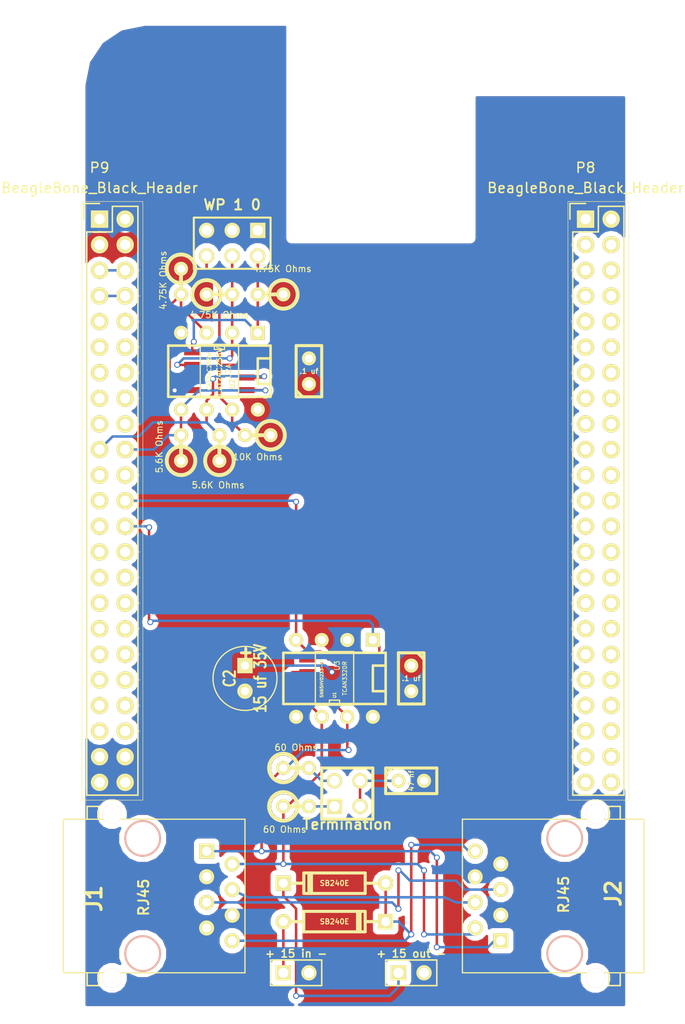
<source format=kicad_pcb>
(kicad_pcb (version 3) (host pcbnew "(2013-june-11)-stable")

  (general
    (links 84)
    (no_connects 0)
    (area 114.463829 42.696129 169.076371 140.971271)
    (thickness 1.6)
    (drawings 9)
    (tracks 182)
    (zones 0)
    (modules 26)
    (nets 23)
  )

  (page USLetter)
  (title_block 
    (company "Deepwoods Software")
  )

  (layers
    (15 F.Cu signal)
    (0 B.Cu signal)
    (16 B.Adhes user)
    (17 F.Adhes user)
    (18 B.Paste user)
    (19 F.Paste user)
    (20 B.SilkS user)
    (21 F.SilkS user)
    (22 B.Mask user)
    (23 F.Mask user)
    (24 Dwgs.User user)
    (25 Cmts.User user)
    (26 Eco1.User user)
    (27 Eco2.User user)
    (28 Edge.Cuts user)
  )

  (setup
    (last_trace_width 0.25)
    (trace_clearance 0.2)
    (zone_clearance 0.508)
    (zone_45_only no)
    (trace_min 0.2)
    (segment_width 0.2)
    (edge_width 0.00254)
    (via_size 0.6)
    (via_drill 0.4)
    (via_min_size 0.4)
    (via_min_drill 0.3)
    (uvia_size 0.3)
    (uvia_drill 0.1)
    (uvias_allowed no)
    (uvia_min_size 0.2)
    (uvia_min_drill 0.1)
    (pcb_text_width 0.3)
    (pcb_text_size 1.5 1.5)
    (mod_edge_width 0.15)
    (mod_text_size 1 1)
    (mod_text_width 0.15)
    (pad_size 0.6 1.6)
    (pad_drill 0)
    (pad_to_mask_clearance 0)
    (aux_axis_origin 0 0)
    (visible_elements 7FFFFFFF)
    (pcbplotparams
      (layerselection 535855105)
      (usegerberextensions true)
      (excludeedgelayer true)
      (linewidth 0.100000)
      (plotframeref false)
      (viasonmask false)
      (mode 1)
      (useauxorigin false)
      (hpglpennumber 1)
      (hpglpenspeed 20)
      (hpglpendiameter 15)
      (hpglpenoverlay 2)
      (psnegative false)
      (psa4output false)
      (plotreference true)
      (plotvalue true)
      (plotothertext true)
      (plotinvisibletext false)
      (padsonsilk false)
      (subtractmaskfromsilk false)
      (outputformat 1)
      (mirror false)
      (drillshape 0)
      (scaleselection 1)
      (outputdirectory Gerber/))
  )

  (net 0 "")
  (net 1 +3V3)
  (net 2 +5V)
  (net 3 /CANH)
  (net 4 /CANL)
  (net 5 /CANRX)
  (net 6 /CANTX)
  (net 7 "/Cape EEProm/SCL")
  (net 8 "/Cape EEProm/SDA")
  (net 9 GND)
  (net 10 N-00000100)
  (net 11 N-0000050)
  (net 12 N-0000051)
  (net 13 N-0000055)
  (net 14 N-0000056)
  (net 15 N-0000081)
  (net 16 N-0000084)
  (net 17 N-0000085)
  (net 18 N-0000094)
  (net 19 N-0000097)
  (net 20 N-0000098)
  (net 21 N-0000099)
  (net 22 SYS_5V)

  (net_class Default "To jest domyślna klasa połączeń."
    (clearance 0.2)
    (trace_width 0.25)
    (via_dia 0.6)
    (via_drill 0.4)
    (uvia_dia 0.3)
    (uvia_drill 0.1)
    (add_net "")
    (add_net +3V3)
    (add_net +5V)
    (add_net /CANH)
    (add_net /CANL)
    (add_net /CANRX)
    (add_net /CANTX)
    (add_net "/Cape EEProm/SCL")
    (add_net "/Cape EEProm/SDA")
    (add_net GND)
    (add_net N-00000100)
    (add_net N-0000050)
    (add_net N-0000051)
    (add_net N-0000055)
    (add_net N-0000056)
    (add_net N-0000081)
    (add_net N-0000084)
    (add_net N-0000085)
    (add_net N-0000094)
    (add_net N-0000097)
    (add_net N-0000098)
    (add_net N-0000099)
    (add_net SYS_5V)
  )

  (module Socket_BeagleBone_Black:Socket_BeagleBone_Black (layer F.Cu) (tedit 55DF76F9) (tstamp 55DF7717)
    (at 164.6301 62.3824)
    (descr "Through hole pin header")
    (tags "pin header")
    (path /55DF7DE1)
    (fp_text reference P8 (at 0 -5.1) (layer F.SilkS)
      (effects (font (size 1 1) (thickness 0.15)))
    )
    (fp_text value BeagleBone_Black_Header (at 0 -3.1) (layer F.SilkS)
      (effects (font (size 1 1) (thickness 0.15)))
    )
    (fp_line (start -1.75 -1.75) (end -1.75 57.65) (layer F.SilkS) (width 0.05))
    (fp_line (start 4.3 -1.75) (end 4.3 57.65) (layer F.SilkS) (width 0.05))
    (fp_line (start -1.75 -1.75) (end 4.3 -1.75) (layer F.SilkS) (width 0.05))
    (fp_line (start -1.75 57.65) (end 4.3 57.65) (layer F.SilkS) (width 0.05))
    (fp_line (start 3.81 57.15) (end 3.81 -1.27) (layer F.SilkS) (width 0.15))
    (fp_line (start -1.27 57.15) (end -1.27 1.27) (layer F.SilkS) (width 0.15))
    (fp_line (start 3.81 57.15) (end -1.27 57.15) (layer F.SilkS) (width 0.15))
    (fp_line (start 3.81 -1.27) (end 1.27 -1.27) (layer F.SilkS) (width 0.15))
    (fp_line (start 0 -1.55) (end -1.55 -1.55) (layer F.SilkS) (width 0.15))
    (fp_line (start 1.27 -1.27) (end 1.27 1.27) (layer F.SilkS) (width 0.15))
    (fp_line (start 1.27 1.27) (end -1.27 1.27) (layer F.SilkS) (width 0.15))
    (fp_line (start -1.55 -1.55) (end -1.55 0) (layer F.SilkS) (width 0.15))
    (pad 1 thru_hole rect (at 0 0) (size 1.7272 1.7272) (drill 1.016)
      (layers *.Cu *.Mask F.SilkS)
      (net 9 GND)
    )
    (pad 2 thru_hole oval (at 2.54 0) (size 1.7272 1.7272) (drill 1.016)
      (layers *.Cu *.Mask F.SilkS)
      (net 9 GND)
    )
    (pad 3 thru_hole oval (at 0 2.54) (size 1.7272 1.7272) (drill 1.016)
      (layers *.Cu *.Mask F.SilkS)
    )
    (pad 4 thru_hole oval (at 2.54 2.54) (size 1.7272 1.7272) (drill 1.016)
      (layers *.Cu *.Mask F.SilkS)
    )
    (pad 5 thru_hole oval (at 0 5.08) (size 1.7272 1.7272) (drill 1.016)
      (layers *.Cu *.Mask F.SilkS)
    )
    (pad 6 thru_hole oval (at 2.54 5.08) (size 1.7272 1.7272) (drill 1.016)
      (layers *.Cu *.Mask F.SilkS)
    )
    (pad 7 thru_hole oval (at 0 7.62) (size 1.7272 1.7272) (drill 1.016)
      (layers *.Cu *.Mask F.SilkS)
    )
    (pad 8 thru_hole oval (at 2.54 7.62) (size 1.7272 1.7272) (drill 1.016)
      (layers *.Cu *.Mask F.SilkS)
    )
    (pad 9 thru_hole oval (at 0 10.16) (size 1.7272 1.7272) (drill 1.016)
      (layers *.Cu *.Mask F.SilkS)
    )
    (pad 10 thru_hole oval (at 2.54 10.16) (size 1.7272 1.7272) (drill 1.016)
      (layers *.Cu *.Mask F.SilkS)
    )
    (pad 11 thru_hole oval (at 0 12.7) (size 1.7272 1.7272) (drill 1.016)
      (layers *.Cu *.Mask F.SilkS)
    )
    (pad 12 thru_hole oval (at 2.54 12.7) (size 1.7272 1.7272) (drill 1.016)
      (layers *.Cu *.Mask F.SilkS)
    )
    (pad 13 thru_hole oval (at 0 15.24) (size 1.7272 1.7272) (drill 1.016)
      (layers *.Cu *.Mask F.SilkS)
    )
    (pad 14 thru_hole oval (at 2.54 15.24) (size 1.7272 1.7272) (drill 1.016)
      (layers *.Cu *.Mask F.SilkS)
    )
    (pad 15 thru_hole oval (at 0 17.78) (size 1.7272 1.7272) (drill 1.016)
      (layers *.Cu *.Mask F.SilkS)
    )
    (pad 16 thru_hole oval (at 2.54 17.78) (size 1.7272 1.7272) (drill 1.016)
      (layers *.Cu *.Mask F.SilkS)
    )
    (pad 17 thru_hole oval (at 0 20.32) (size 1.7272 1.7272) (drill 1.016)
      (layers *.Cu *.Mask F.SilkS)
    )
    (pad 18 thru_hole oval (at 2.54 20.32) (size 1.7272 1.7272) (drill 1.016)
      (layers *.Cu *.Mask F.SilkS)
    )
    (pad 19 thru_hole oval (at 0 22.86) (size 1.7272 1.7272) (drill 1.016)
      (layers *.Cu *.Mask F.SilkS)
    )
    (pad 20 thru_hole oval (at 2.54 22.86) (size 1.7272 1.7272) (drill 1.016)
      (layers *.Cu *.Mask F.SilkS)
    )
    (pad 21 thru_hole oval (at 0 25.4) (size 1.7272 1.7272) (drill 1.016)
      (layers *.Cu *.Mask F.SilkS)
    )
    (pad 22 thru_hole oval (at 2.54 25.4) (size 1.7272 1.7272) (drill 1.016)
      (layers *.Cu *.Mask F.SilkS)
    )
    (pad 23 thru_hole oval (at 0 27.94) (size 1.7272 1.7272) (drill 1.016)
      (layers *.Cu *.Mask F.SilkS)
    )
    (pad 24 thru_hole oval (at 2.54 27.94) (size 1.7272 1.7272) (drill 1.016)
      (layers *.Cu *.Mask F.SilkS)
    )
    (pad 25 thru_hole oval (at 0 30.48) (size 1.7272 1.7272) (drill 1.016)
      (layers *.Cu *.Mask F.SilkS)
    )
    (pad 26 thru_hole oval (at 2.54 30.48) (size 1.7272 1.7272) (drill 1.016)
      (layers *.Cu *.Mask F.SilkS)
    )
    (pad 27 thru_hole oval (at 0 33.02) (size 1.7272 1.7272) (drill 1.016)
      (layers *.Cu *.Mask F.SilkS)
    )
    (pad 28 thru_hole oval (at 2.54 33.02) (size 1.7272 1.7272) (drill 1.016)
      (layers *.Cu *.Mask F.SilkS)
    )
    (pad 29 thru_hole oval (at 0 35.56) (size 1.7272 1.7272) (drill 1.016)
      (layers *.Cu *.Mask F.SilkS)
    )
    (pad 30 thru_hole oval (at 2.54 35.56) (size 1.7272 1.7272) (drill 1.016)
      (layers *.Cu *.Mask F.SilkS)
    )
    (pad 31 thru_hole oval (at 0 38.1) (size 1.7272 1.7272) (drill 1.016)
      (layers *.Cu *.Mask F.SilkS)
    )
    (pad 32 thru_hole oval (at 2.54 38.1) (size 1.7272 1.7272) (drill 1.016)
      (layers *.Cu *.Mask F.SilkS)
    )
    (pad 33 thru_hole oval (at 0 40.64) (size 1.7272 1.7272) (drill 1.016)
      (layers *.Cu *.Mask F.SilkS)
    )
    (pad 34 thru_hole oval (at 2.54 40.64) (size 1.7272 1.7272) (drill 1.016)
      (layers *.Cu *.Mask F.SilkS)
    )
    (pad 35 thru_hole oval (at 0 43.18) (size 1.7272 1.7272) (drill 1.016)
      (layers *.Cu *.Mask F.SilkS)
    )
    (pad 36 thru_hole oval (at 2.54 43.18) (size 1.7272 1.7272) (drill 1.016)
      (layers *.Cu *.Mask F.SilkS)
    )
    (pad 37 thru_hole oval (at 0 45.72) (size 1.7272 1.7272) (drill 1.016)
      (layers *.Cu *.Mask F.SilkS)
    )
    (pad 38 thru_hole oval (at 2.54 45.72) (size 1.7272 1.7272) (drill 1.016)
      (layers *.Cu *.Mask F.SilkS)
    )
    (pad 39 thru_hole oval (at 0 48.26) (size 1.7272 1.7272) (drill 1.016)
      (layers *.Cu *.Mask F.SilkS)
    )
    (pad 40 thru_hole oval (at 2.54 48.26) (size 1.7272 1.7272) (drill 1.016)
      (layers *.Cu *.Mask F.SilkS)
    )
    (pad 41 thru_hole oval (at 0 50.8) (size 1.7272 1.7272) (drill 1.016)
      (layers *.Cu *.Mask F.SilkS)
    )
    (pad 42 thru_hole oval (at 2.54 50.8) (size 1.7272 1.7272) (drill 1.016)
      (layers *.Cu *.Mask F.SilkS)
    )
    (pad 43 thru_hole oval (at 0 53.34) (size 1.7272 1.7272) (drill 1.016)
      (layers *.Cu *.Mask F.SilkS)
    )
    (pad 44 thru_hole oval (at 2.54 53.34) (size 1.7272 1.7272) (drill 1.016)
      (layers *.Cu *.Mask F.SilkS)
    )
    (pad 45 thru_hole oval (at 0 55.88) (size 1.7272 1.7272) (drill 1.016)
      (layers *.Cu *.Mask F.SilkS)
    )
    (pad 46 thru_hole oval (at 2.54 55.88) (size 1.7272 1.7272) (drill 1.016)
      (layers *.Cu *.Mask F.SilkS)
    )
    (model ${KIPRJMOD}/Socket_BeagleBone_Black.3dshapes/Socket_BeagleBone_Black.wrl
      (at (xyz 0.05 -1.1 0))
      (scale (xyz 1 1 1))
      (rotate (xyz 0 0 90))
    )
  )

  (module Socket_BeagleBone_Black:Socket_BeagleBone_Black (layer F.Cu) (tedit 0) (tstamp 55DF7748)
    (at 116.3701 62.3824)
    (descr "Through hole pin header")
    (tags "pin header")
    (path /55DF7DBA)
    (fp_text reference P9 (at 0 -5.1) (layer F.SilkS)
      (effects (font (size 1 1) (thickness 0.15)))
    )
    (fp_text value BeagleBone_Black_Header (at 0 -3.1) (layer F.SilkS)
      (effects (font (size 1 1) (thickness 0.15)))
    )
    (fp_line (start -1.75 -1.75) (end -1.75 57.65) (layer F.SilkS) (width 0.05))
    (fp_line (start 4.3 -1.75) (end 4.3 57.65) (layer F.SilkS) (width 0.05))
    (fp_line (start -1.75 -1.75) (end 4.3 -1.75) (layer F.SilkS) (width 0.05))
    (fp_line (start -1.75 57.65) (end 4.3 57.65) (layer F.SilkS) (width 0.05))
    (fp_line (start 3.81 57.15) (end 3.81 -1.27) (layer F.SilkS) (width 0.15))
    (fp_line (start -1.27 57.15) (end -1.27 1.27) (layer F.SilkS) (width 0.15))
    (fp_line (start 3.81 57.15) (end -1.27 57.15) (layer F.SilkS) (width 0.15))
    (fp_line (start 3.81 -1.27) (end 1.27 -1.27) (layer F.SilkS) (width 0.15))
    (fp_line (start 0 -1.55) (end -1.55 -1.55) (layer F.SilkS) (width 0.15))
    (fp_line (start 1.27 -1.27) (end 1.27 1.27) (layer F.SilkS) (width 0.15))
    (fp_line (start 1.27 1.27) (end -1.27 1.27) (layer F.SilkS) (width 0.15))
    (fp_line (start -1.55 -1.55) (end -1.55 0) (layer F.SilkS) (width 0.15))
    (pad 1 thru_hole rect (at 0 0) (size 1.7272 1.7272) (drill 1.016)
      (layers *.Cu *.Mask F.SilkS)
      (net 9 GND)
    )
    (pad 2 thru_hole oval (at 2.54 0) (size 1.7272 1.7272) (drill 1.016)
      (layers *.Cu *.Mask F.SilkS)
      (net 9 GND)
    )
    (pad 3 thru_hole oval (at 0 2.54) (size 1.7272 1.7272) (drill 1.016)
      (layers *.Cu *.Mask F.SilkS)
      (net 1 +3V3)
    )
    (pad 4 thru_hole oval (at 2.54 2.54) (size 1.7272 1.7272) (drill 1.016)
      (layers *.Cu *.Mask F.SilkS)
      (net 1 +3V3)
    )
    (pad 5 thru_hole oval (at 0 5.08) (size 1.7272 1.7272) (drill 1.016)
      (layers *.Cu *.Mask F.SilkS)
      (net 2 +5V)
    )
    (pad 6 thru_hole oval (at 2.54 5.08) (size 1.7272 1.7272) (drill 1.016)
      (layers *.Cu *.Mask F.SilkS)
      (net 2 +5V)
    )
    (pad 7 thru_hole oval (at 0 7.62) (size 1.7272 1.7272) (drill 1.016)
      (layers *.Cu *.Mask F.SilkS)
      (net 22 SYS_5V)
    )
    (pad 8 thru_hole oval (at 2.54 7.62) (size 1.7272 1.7272) (drill 1.016)
      (layers *.Cu *.Mask F.SilkS)
      (net 22 SYS_5V)
    )
    (pad 9 thru_hole oval (at 0 10.16) (size 1.7272 1.7272) (drill 1.016)
      (layers *.Cu *.Mask F.SilkS)
    )
    (pad 10 thru_hole oval (at 2.54 10.16) (size 1.7272 1.7272) (drill 1.016)
      (layers *.Cu *.Mask F.SilkS)
    )
    (pad 11 thru_hole oval (at 0 12.7) (size 1.7272 1.7272) (drill 1.016)
      (layers *.Cu *.Mask F.SilkS)
    )
    (pad 12 thru_hole oval (at 2.54 12.7) (size 1.7272 1.7272) (drill 1.016)
      (layers *.Cu *.Mask F.SilkS)
    )
    (pad 13 thru_hole oval (at 0 15.24) (size 1.7272 1.7272) (drill 1.016)
      (layers *.Cu *.Mask F.SilkS)
    )
    (pad 14 thru_hole oval (at 2.54 15.24) (size 1.7272 1.7272) (drill 1.016)
      (layers *.Cu *.Mask F.SilkS)
    )
    (pad 15 thru_hole oval (at 0 17.78) (size 1.7272 1.7272) (drill 1.016)
      (layers *.Cu *.Mask F.SilkS)
    )
    (pad 16 thru_hole oval (at 2.54 17.78) (size 1.7272 1.7272) (drill 1.016)
      (layers *.Cu *.Mask F.SilkS)
    )
    (pad 17 thru_hole oval (at 0 20.32) (size 1.7272 1.7272) (drill 1.016)
      (layers *.Cu *.Mask F.SilkS)
    )
    (pad 18 thru_hole oval (at 2.54 20.32) (size 1.7272 1.7272) (drill 1.016)
      (layers *.Cu *.Mask F.SilkS)
    )
    (pad 19 thru_hole oval (at 0 22.86) (size 1.7272 1.7272) (drill 1.016)
      (layers *.Cu *.Mask F.SilkS)
      (net 7 "/Cape EEProm/SCL")
    )
    (pad 20 thru_hole oval (at 2.54 22.86) (size 1.7272 1.7272) (drill 1.016)
      (layers *.Cu *.Mask F.SilkS)
      (net 8 "/Cape EEProm/SDA")
    )
    (pad 21 thru_hole oval (at 0 25.4) (size 1.7272 1.7272) (drill 1.016)
      (layers *.Cu *.Mask F.SilkS)
    )
    (pad 22 thru_hole oval (at 2.54 25.4) (size 1.7272 1.7272) (drill 1.016)
      (layers *.Cu *.Mask F.SilkS)
    )
    (pad 23 thru_hole oval (at 0 27.94) (size 1.7272 1.7272) (drill 1.016)
      (layers *.Cu *.Mask F.SilkS)
    )
    (pad 24 thru_hole oval (at 2.54 27.94) (size 1.7272 1.7272) (drill 1.016)
      (layers *.Cu *.Mask F.SilkS)
      (net 5 /CANRX)
    )
    (pad 25 thru_hole oval (at 0 30.48) (size 1.7272 1.7272) (drill 1.016)
      (layers *.Cu *.Mask F.SilkS)
    )
    (pad 26 thru_hole oval (at 2.54 30.48) (size 1.7272 1.7272) (drill 1.016)
      (layers *.Cu *.Mask F.SilkS)
      (net 6 /CANTX)
    )
    (pad 27 thru_hole oval (at 0 33.02) (size 1.7272 1.7272) (drill 1.016)
      (layers *.Cu *.Mask F.SilkS)
    )
    (pad 28 thru_hole oval (at 2.54 33.02) (size 1.7272 1.7272) (drill 1.016)
      (layers *.Cu *.Mask F.SilkS)
    )
    (pad 29 thru_hole oval (at 0 35.56) (size 1.7272 1.7272) (drill 1.016)
      (layers *.Cu *.Mask F.SilkS)
    )
    (pad 30 thru_hole oval (at 2.54 35.56) (size 1.7272 1.7272) (drill 1.016)
      (layers *.Cu *.Mask F.SilkS)
    )
    (pad 31 thru_hole oval (at 0 38.1) (size 1.7272 1.7272) (drill 1.016)
      (layers *.Cu *.Mask F.SilkS)
    )
    (pad 32 thru_hole oval (at 2.54 38.1) (size 1.7272 1.7272) (drill 1.016)
      (layers *.Cu *.Mask F.SilkS)
    )
    (pad 33 thru_hole oval (at 0 40.64) (size 1.7272 1.7272) (drill 1.016)
      (layers *.Cu *.Mask F.SilkS)
    )
    (pad 34 thru_hole oval (at 2.54 40.64) (size 1.7272 1.7272) (drill 1.016)
      (layers *.Cu *.Mask F.SilkS)
    )
    (pad 35 thru_hole oval (at 0 43.18) (size 1.7272 1.7272) (drill 1.016)
      (layers *.Cu *.Mask F.SilkS)
    )
    (pad 36 thru_hole oval (at 2.54 43.18) (size 1.7272 1.7272) (drill 1.016)
      (layers *.Cu *.Mask F.SilkS)
    )
    (pad 37 thru_hole oval (at 0 45.72) (size 1.7272 1.7272) (drill 1.016)
      (layers *.Cu *.Mask F.SilkS)
    )
    (pad 38 thru_hole oval (at 2.54 45.72) (size 1.7272 1.7272) (drill 1.016)
      (layers *.Cu *.Mask F.SilkS)
    )
    (pad 39 thru_hole oval (at 0 48.26) (size 1.7272 1.7272) (drill 1.016)
      (layers *.Cu *.Mask F.SilkS)
    )
    (pad 40 thru_hole oval (at 2.54 48.26) (size 1.7272 1.7272) (drill 1.016)
      (layers *.Cu *.Mask F.SilkS)
    )
    (pad 41 thru_hole oval (at 0 50.8) (size 1.7272 1.7272) (drill 1.016)
      (layers *.Cu *.Mask F.SilkS)
    )
    (pad 42 thru_hole oval (at 2.54 50.8) (size 1.7272 1.7272) (drill 1.016)
      (layers *.Cu *.Mask F.SilkS)
    )
    (pad 43 thru_hole oval (at 0 53.34) (size 1.7272 1.7272) (drill 1.016)
      (layers *.Cu *.Mask F.SilkS)
      (net 9 GND)
    )
    (pad 44 thru_hole oval (at 2.54 53.34) (size 1.7272 1.7272) (drill 1.016)
      (layers *.Cu *.Mask F.SilkS)
      (net 9 GND)
    )
    (pad 45 thru_hole oval (at 0 55.88) (size 1.7272 1.7272) (drill 1.016)
      (layers *.Cu *.Mask F.SilkS)
      (net 9 GND)
    )
    (pad 46 thru_hole oval (at 2.54 55.88) (size 1.7272 1.7272) (drill 1.016)
      (layers *.Cu *.Mask F.SilkS)
      (net 9 GND)
    )
    (model ${KIPRJMOD}/Socket_BeagleBone_Black.3dshapes/Socket_BeagleBone_Black.wrl
      (at (xyz 0.05 -1.1 0))
      (scale (xyz 1 1 1))
      (rotate (xyz 0 0 90))
    )
  )

  (module ScrewTerm2.54-2 (layer F.Cu) (tedit 594CFC1E) (tstamp 5C7189B0)
    (at 135.89 137.16)
    (descr "Connecteurs 2 pins")
    (tags "CONN DEV")
    (path /5C7171DE)
    (fp_text reference T1 (at -2.7 -1.9) (layer F.SilkS) hide
      (effects (font (size 0.762 0.762) (thickness 0.1524)))
    )
    (fp_text value "+ 15 in -" (at 0 -1.905) (layer F.SilkS)
      (effects (font (size 0.762 0.762) (thickness 0.1524)))
    )
    (fp_line (start -2.54 1.27) (end -2.54 -1.27) (layer F.SilkS) (width 0.1524))
    (fp_line (start -2.54 -1.27) (end 2.54 -1.27) (layer F.SilkS) (width 0.1524))
    (fp_line (start 2.54 -1.27) (end 2.54 1.27) (layer F.SilkS) (width 0.1524))
    (fp_line (start 2.54 1.27) (end -2.54 1.27) (layer F.SilkS) (width 0.1524))
    (pad 1 thru_hole rect (at -1.27 0 90) (size 1.524 1.524) (drill 1.016)
      (layers *.Cu *.Mask F.SilkS)
      (net 18 N-0000094)
    )
    (pad 2 thru_hole circle (at 1.27 0 90) (size 1.524 1.524) (drill 1.016)
      (layers *.Cu *.Mask F.SilkS)
      (net 9 GND)
    )
    (model walter/conn_screw/mors_2p.wrl
      (at (xyz 0 0 0))
      (scale (xyz 0.5 0.5 0.5))
      (rotate (xyz 0 0 180))
    )
  )

  (module ScrewTerm2.54-2 (layer F.Cu) (tedit 594CFC1E) (tstamp 5C7189BA)
    (at 147.32 137.16)
    (descr "Connecteurs 2 pins")
    (tags "CONN DEV")
    (path /5C7171ED)
    (fp_text reference T2 (at -2.7 -1.9) (layer F.SilkS) hide
      (effects (font (size 0.762 0.762) (thickness 0.1524)))
    )
    (fp_text value "+ 15 out -" (at 0 -1.905) (layer F.SilkS)
      (effects (font (size 0.762 0.762) (thickness 0.1524)))
    )
    (fp_line (start -2.54 1.27) (end -2.54 -1.27) (layer F.SilkS) (width 0.1524))
    (fp_line (start -2.54 -1.27) (end 2.54 -1.27) (layer F.SilkS) (width 0.1524))
    (fp_line (start 2.54 -1.27) (end 2.54 1.27) (layer F.SilkS) (width 0.1524))
    (fp_line (start 2.54 1.27) (end -2.54 1.27) (layer F.SilkS) (width 0.1524))
    (pad 1 thru_hole rect (at -1.27 0 90) (size 1.524 1.524) (drill 1.016)
      (layers *.Cu *.Mask F.SilkS)
      (net 14 N-0000056)
    )
    (pad 2 thru_hole circle (at 1.27 0 90) (size 1.524 1.524) (drill 1.016)
      (layers *.Cu *.Mask F.SilkS)
      (net 9 GND)
    )
    (model walter/conn_screw/mors_2p.wrl
      (at (xyz 0 0 0))
      (scale (xyz 0.5 0.5 0.5))
      (rotate (xyz 0 0 180))
    )
  )

  (module RJ45_8N-S (layer F.Cu) (tedit 58F90078) (tstamp 5C7189D4)
    (at 120.65 129.54 270)
    (tags RJ45)
    (path /5C717196)
    (fp_text reference J1 (at 0.254 4.826 270) (layer F.SilkS)
      (effects (font (size 1.524 1.524) (thickness 0.3048)))
    )
    (fp_text value RJ45 (at 0.14224 -0.1016 270) (layer F.SilkS)
      (effects (font (size 1.00076 1.00076) (thickness 0.2032)))
    )
    (fp_line (start -7.62 5.5118) (end -8.89 5.5118) (layer F.SilkS) (width 0.15))
    (fp_line (start -8.89 5.5118) (end -8.89 4.3688) (layer F.SilkS) (width 0.15))
    (fp_line (start -8.89 4.3688) (end -7.62 4.3688) (layer F.SilkS) (width 0.15))
    (fp_line (start 7.62 5.5118) (end 8.89 5.5118) (layer F.SilkS) (width 0.15))
    (fp_line (start 8.89 5.5118) (end 8.89 4.3688) (layer F.SilkS) (width 0.15))
    (fp_line (start 8.89 4.3688) (end 7.62 4.3688) (layer F.SilkS) (width 0.15))
    (fp_line (start -7.62 7.874) (end 7.62 7.874) (layer F.SilkS) (width 0.127))
    (fp_line (start 7.62 7.874) (end 7.62 -10.16) (layer F.SilkS) (width 0.127))
    (fp_line (start 7.62 -10.16) (end -7.62 -10.16) (layer F.SilkS) (width 0.127))
    (fp_line (start -7.62 -10.16) (end -7.62 7.874) (layer F.SilkS) (width 0.127))
    (pad "" np_thru_hole circle (at 5.715 0 270) (size 3.64998 3.64998) (drill 3.2512)
      (layers *.Cu *.SilkS *.Mask)
    )
    (pad "" np_thru_hole circle (at -5.715 0 270) (size 3.64998 3.64998) (drill 3.2512)
      (layers *.Cu *.SilkS *.Mask)
    )
    (pad 1 thru_hole rect (at -4.445 -6.35 270) (size 1.50114 1.50114) (drill 0.89916)
      (layers *.Cu *.Mask F.SilkS)
      (net 3 /CANH)
    )
    (pad 2 thru_hole circle (at -3.175 -8.89 270) (size 1.50114 1.50114) (drill 0.89916)
      (layers *.Cu *.Mask F.SilkS)
      (net 4 /CANL)
    )
    (pad 3 thru_hole circle (at -1.905 -6.35 270) (size 1.50114 1.50114) (drill 0.89916)
      (layers *.Cu *.Mask F.SilkS)
      (net 9 GND)
    )
    (pad 4 thru_hole circle (at -0.635 -8.89 270) (size 1.50114 1.50114) (drill 0.89916)
      (layers *.Cu *.Mask F.SilkS)
      (net 12 N-0000051)
    )
    (pad 5 thru_hole circle (at 0.635 -6.35 270) (size 1.50114 1.50114) (drill 0.89916)
      (layers *.Cu *.Mask F.SilkS)
      (net 11 N-0000050)
    )
    (pad 6 thru_hole circle (at 1.905 -8.89 270) (size 1.50114 1.50114) (drill 0.89916)
      (layers *.Cu *.Mask F.SilkS)
      (net 9 GND)
    )
    (pad 7 thru_hole circle (at 3.175 -6.35 270) (size 1.50114 1.50114) (drill 0.89916)
      (layers *.Cu *.Mask F.SilkS)
      (net 9 GND)
    )
    (pad 8 thru_hole circle (at 4.445 -8.89 270) (size 1.50114 1.50114) (drill 0.89916)
      (layers *.Cu *.Mask F.SilkS)
      (net 13 N-0000055)
    )
    (pad "" thru_hole circle (at -8.128 3.048 270) (size 1.9304 1.9304) (drill 1.9304)
      (layers *.Cu *.Mask F.SilkS)
    )
    (pad "" thru_hole circle (at 8.128 3.048 270) (size 1.9304 1.9304) (drill 1.9304)
      (layers *.Cu *.Mask F.SilkS)
    )
    (model connectors/RJ45_8.wrl
      (at (xyz 0 0 0))
      (scale (xyz 0.4 0.4 0.4))
      (rotate (xyz 0 0 0))
    )
  )

  (module DO-41 (layer F.Cu) (tedit 5C71A737) (tstamp 5C718A00)
    (at 139.7 132.08)
    (descr "Diode 3 pas")
    (tags "DIODE DEV")
    (path /5C717249)
    (fp_text reference D2 (at 0 0) (layer F.SilkS) hide
      (effects (font (size 1.016 1.016) (thickness 0.2032)))
    )
    (fp_text value SB240E (at 0 0) (layer F.SilkS)
      (effects (font (size 0.508 0.508) (thickness 0.1016)))
    )
    (fp_line (start -3.81 0) (end -5.08 0) (layer F.SilkS) (width 0.3175))
    (fp_line (start 3.81 0) (end 5.08 0) (layer F.SilkS) (width 0.3175))
    (fp_line (start 3.81 0) (end 3.048 0) (layer F.SilkS) (width 0.3175))
    (fp_line (start 3.048 0) (end 3.048 -1.016) (layer F.SilkS) (width 0.3048))
    (fp_line (start 3.048 -1.016) (end -3.048 -1.016) (layer F.SilkS) (width 0.3048))
    (fp_line (start -3.048 -1.016) (end -3.048 0) (layer F.SilkS) (width 0.3048))
    (fp_line (start -3.048 0) (end -3.81 0) (layer F.SilkS) (width 0.3048))
    (fp_line (start -3.048 0) (end -3.048 1.016) (layer F.SilkS) (width 0.3048))
    (fp_line (start -3.048 1.016) (end 3.048 1.016) (layer F.SilkS) (width 0.3048))
    (fp_line (start 3.048 1.016) (end 3.048 0) (layer F.SilkS) (width 0.3048))
    (fp_line (start 2.54 -1.016) (end 2.54 1.016) (layer F.SilkS) (width 0.3048))
    (fp_line (start 2.286 1.016) (end 2.286 -1.016) (layer F.SilkS) (width 0.3048))
    (pad 2 thru_hole rect (at 5.08 0) (size 1.524 1.524) (drill 0.889)
      (layers *.Cu *.Mask F.SilkS)
      (net 13 N-0000055)
    )
    (pad 1 thru_hole circle (at -5.08 0) (size 1.524 1.524) (drill 0.889)
      (layers *.Cu *.Mask F.SilkS)
      (net 18 N-0000094)
    )
  )

  (module C1 (layer F.Cu) (tedit 5C71A6A4) (tstamp 5C718A20)
    (at 147.32 107.95 270)
    (descr "Condensateur e = 1 pas")
    (tags C)
    (path /5C71783C)
    (fp_text reference C1 (at 0.254 -2.286 270) (layer F.SilkS) hide
      (effects (font (size 1.016 1.016) (thickness 0.2032)))
    )
    (fp_text value ".1 uf" (at 0 0 360) (layer F.SilkS)
      (effects (font (size 0.508 0.508) (thickness 0.1016)))
    )
    (fp_line (start -2.4892 -1.27) (end 2.54 -1.27) (layer F.SilkS) (width 0.3048))
    (fp_line (start 2.54 -1.27) (end 2.54 1.27) (layer F.SilkS) (width 0.3048))
    (fp_line (start 2.54 1.27) (end -2.54 1.27) (layer F.SilkS) (width 0.3048))
    (fp_line (start -2.54 1.27) (end -2.54 -1.27) (layer F.SilkS) (width 0.3048))
    (fp_line (start -2.54 -0.635) (end -1.905 -1.27) (layer F.SilkS) (width 0.3048))
    (pad 1 thru_hole circle (at -1.27 0 270) (size 1.397 1.397) (drill 0.8128)
      (layers *.Cu *.Mask F.SilkS)
      (net 1 +3V3)
    )
    (pad 2 thru_hole circle (at 1.27 0 270) (size 1.397 1.397) (drill 0.8128)
      (layers *.Cu *.Mask F.SilkS)
      (net 9 GND)
    )
    (model discret/capa_1_pas.wrl
      (at (xyz 0 0 0))
      (scale (xyz 1 1 1))
      (rotate (xyz 0 0 0))
    )
  )

  (module RJ45_8N-S (layer F.Cu) (tedit 58F90078) (tstamp 5C718A93)
    (at 162.56 129.54 90)
    (tags RJ45)
    (path /5C7171BE)
    (fp_text reference J2 (at 0.254 4.826 90) (layer F.SilkS)
      (effects (font (size 1.524 1.524) (thickness 0.3048)))
    )
    (fp_text value RJ45 (at 0.14224 -0.1016 90) (layer F.SilkS)
      (effects (font (size 1.00076 1.00076) (thickness 0.2032)))
    )
    (fp_line (start -7.62 5.5118) (end -8.89 5.5118) (layer F.SilkS) (width 0.15))
    (fp_line (start -8.89 5.5118) (end -8.89 4.3688) (layer F.SilkS) (width 0.15))
    (fp_line (start -8.89 4.3688) (end -7.62 4.3688) (layer F.SilkS) (width 0.15))
    (fp_line (start 7.62 5.5118) (end 8.89 5.5118) (layer F.SilkS) (width 0.15))
    (fp_line (start 8.89 5.5118) (end 8.89 4.3688) (layer F.SilkS) (width 0.15))
    (fp_line (start 8.89 4.3688) (end 7.62 4.3688) (layer F.SilkS) (width 0.15))
    (fp_line (start -7.62 7.874) (end 7.62 7.874) (layer F.SilkS) (width 0.127))
    (fp_line (start 7.62 7.874) (end 7.62 -10.16) (layer F.SilkS) (width 0.127))
    (fp_line (start 7.62 -10.16) (end -7.62 -10.16) (layer F.SilkS) (width 0.127))
    (fp_line (start -7.62 -10.16) (end -7.62 7.874) (layer F.SilkS) (width 0.127))
    (pad "" np_thru_hole circle (at 5.715 0 90) (size 3.64998 3.64998) (drill 3.2512)
      (layers *.Cu *.SilkS *.Mask)
    )
    (pad "" np_thru_hole circle (at -5.715 0 90) (size 3.64998 3.64998) (drill 3.2512)
      (layers *.Cu *.SilkS *.Mask)
    )
    (pad 1 thru_hole rect (at -4.445 -6.35 90) (size 1.50114 1.50114) (drill 0.89916)
      (layers *.Cu *.Mask F.SilkS)
      (net 3 /CANH)
    )
    (pad 2 thru_hole circle (at -3.175 -8.89 90) (size 1.50114 1.50114) (drill 0.89916)
      (layers *.Cu *.Mask F.SilkS)
      (net 4 /CANL)
    )
    (pad 3 thru_hole circle (at -1.905 -6.35 90) (size 1.50114 1.50114) (drill 0.89916)
      (layers *.Cu *.Mask F.SilkS)
      (net 9 GND)
    )
    (pad 4 thru_hole circle (at -0.635 -8.89 90) (size 1.50114 1.50114) (drill 0.89916)
      (layers *.Cu *.Mask F.SilkS)
      (net 12 N-0000051)
    )
    (pad 5 thru_hole circle (at 0.635 -6.35 90) (size 1.50114 1.50114) (drill 0.89916)
      (layers *.Cu *.Mask F.SilkS)
      (net 11 N-0000050)
    )
    (pad 6 thru_hole circle (at 1.905 -8.89 90) (size 1.50114 1.50114) (drill 0.89916)
      (layers *.Cu *.Mask F.SilkS)
      (net 9 GND)
    )
    (pad 7 thru_hole circle (at 3.175 -6.35 90) (size 1.50114 1.50114) (drill 0.89916)
      (layers *.Cu *.Mask F.SilkS)
      (net 9 GND)
    )
    (pad 8 thru_hole circle (at 4.445 -8.89 90) (size 1.50114 1.50114) (drill 0.89916)
      (layers *.Cu *.Mask F.SilkS)
      (net 13 N-0000055)
    )
    (pad "" thru_hole circle (at -8.128 3.048 90) (size 1.9304 1.9304) (drill 1.9304)
      (layers *.Cu *.Mask F.SilkS)
    )
    (pad "" thru_hole circle (at 8.128 3.048 90) (size 1.9304 1.9304) (drill 1.9304)
      (layers *.Cu *.Mask F.SilkS)
    )
    (model connectors/RJ45_8.wrl
      (at (xyz 0 0 0))
      (scale (xyz 0.4 0.4 0.4))
      (rotate (xyz 0 0 0))
    )
  )

  (module R1 (layer F.Cu) (tedit 5C71A66B) (tstamp 5C718CA3)
    (at 135.89 120.65)
    (descr "Resistance verticale")
    (tags R)
    (path /5C718B7D)
    (autoplace_cost90 10)
    (autoplace_cost180 10)
    (fp_text reference R2 (at -1.016 2.54) (layer F.SilkS) hide
      (effects (font (size 1.397 1.27) (thickness 0.2032)))
    )
    (fp_text value "60 Ohms" (at -1.143 2.286) (layer F.SilkS)
      (effects (font (size 0.635 0.635) (thickness 0.1016)))
    )
    (fp_line (start -1.27 0) (end 1.27 0) (layer F.SilkS) (width 0.381))
    (fp_circle (center -1.27 0) (end -0.635 1.27) (layer F.SilkS) (width 0.381))
    (pad 1 thru_hole circle (at -1.27 0) (size 1.397 1.397) (drill 0.8128)
      (layers *.Cu *.Mask F.SilkS)
      (net 4 /CANL)
    )
    (pad 2 thru_hole circle (at 1.27 0) (size 1.397 1.397) (drill 0.8128)
      (layers *.Cu *.Mask F.SilkS)
      (net 17 N-0000085)
    )
    (model discret/verti_resistor.wrl
      (at (xyz 0 0 0))
      (scale (xyz 1 1 1))
      (rotate (xyz 0 0 0))
    )
  )

  (module R1 (layer F.Cu) (tedit 5C71A671) (tstamp 5C718CAB)
    (at 135.89 116.84)
    (descr "Resistance verticale")
    (tags R)
    (path /5C718B8C)
    (autoplace_cost90 10)
    (autoplace_cost180 10)
    (fp_text reference R3 (at -1.016 2.54) (layer F.SilkS) hide
      (effects (font (size 1.397 1.27) (thickness 0.2032)))
    )
    (fp_text value "60 Ohms" (at 0 -2.032) (layer F.SilkS)
      (effects (font (size 0.635 0.635) (thickness 0.1016)))
    )
    (fp_line (start -1.27 0) (end 1.27 0) (layer F.SilkS) (width 0.381))
    (fp_circle (center -1.27 0) (end -0.635 1.27) (layer F.SilkS) (width 0.381))
    (pad 1 thru_hole circle (at -1.27 0) (size 1.397 1.397) (drill 0.8128)
      (layers *.Cu *.Mask F.SilkS)
      (net 3 /CANH)
    )
    (pad 2 thru_hole circle (at 1.27 0) (size 1.397 1.397) (drill 0.8128)
      (layers *.Cu *.Mask F.SilkS)
      (net 15 N-0000081)
    )
    (model discret/verti_resistor.wrl
      (at (xyz 0 0 0))
      (scale (xyz 1 1 1))
      (rotate (xyz 0 0 0))
    )
  )

  (module PIN_ARRAY_2X2 (layer F.Cu) (tedit 5C71A600) (tstamp 5C718CB7)
    (at 140.97 119.38)
    (descr "Double rangee de contacts 2 x 2 pins")
    (tags CONN)
    (path /5C718C67)
    (fp_text reference JMP1 (at -0.381 -3.429) (layer F.SilkS) hide
      (effects (font (size 1.016 1.016) (thickness 0.2032)))
    )
    (fp_text value Termination (at 0 3.048) (layer F.SilkS)
      (effects (font (size 1.016 1.016) (thickness 0.2032)))
    )
    (fp_line (start -2.54 -2.54) (end 2.54 -2.54) (layer F.SilkS) (width 0.3048))
    (fp_line (start 2.54 -2.54) (end 2.54 2.54) (layer F.SilkS) (width 0.3048))
    (fp_line (start 2.54 2.54) (end -2.54 2.54) (layer F.SilkS) (width 0.3048))
    (fp_line (start -2.54 2.54) (end -2.54 -2.54) (layer F.SilkS) (width 0.3048))
    (pad 1 thru_hole rect (at -1.27 1.27) (size 1.524 1.524) (drill 1.016)
      (layers *.Cu *.Mask F.SilkS)
      (net 17 N-0000085)
    )
    (pad 2 thru_hole circle (at -1.27 -1.27) (size 1.524 1.524) (drill 1.016)
      (layers *.Cu *.Mask F.SilkS)
      (net 15 N-0000081)
    )
    (pad 3 thru_hole circle (at 1.27 1.27) (size 1.524 1.524) (drill 1.016)
      (layers *.Cu *.Mask F.SilkS)
      (net 16 N-0000084)
    )
    (pad 4 thru_hole circle (at 1.27 -1.27) (size 1.524 1.524) (drill 1.016)
      (layers *.Cu *.Mask F.SilkS)
      (net 16 N-0000084)
    )
    (model pin_array/pins_array_2x2.wrl
      (at (xyz 0 0 0))
      (scale (xyz 1 1 1))
      (rotate (xyz 0 0 0))
    )
  )

  (module C1 (layer F.Cu) (tedit 5C71A5EC) (tstamp 5C718CC2)
    (at 147.32 118.11)
    (descr "Condensateur e = 1 pas")
    (tags C)
    (path /5C718DA5)
    (fp_text reference C3 (at 0.254 -2.286) (layer F.SilkS) hide
      (effects (font (size 1.016 1.016) (thickness 0.2032)))
    )
    (fp_text value "47 nf" (at 0 0 90) (layer F.SilkS)
      (effects (font (size 0.5 0.5) (thickness 0.1016)))
    )
    (fp_line (start -2.4892 -1.27) (end 2.54 -1.27) (layer F.SilkS) (width 0.3048))
    (fp_line (start 2.54 -1.27) (end 2.54 1.27) (layer F.SilkS) (width 0.3048))
    (fp_line (start 2.54 1.27) (end -2.54 1.27) (layer F.SilkS) (width 0.3048))
    (fp_line (start -2.54 1.27) (end -2.54 -1.27) (layer F.SilkS) (width 0.3048))
    (fp_line (start -2.54 -0.635) (end -1.905 -1.27) (layer F.SilkS) (width 0.3048))
    (pad 1 thru_hole circle (at -1.27 0) (size 1.397 1.397) (drill 0.8128)
      (layers *.Cu *.Mask F.SilkS)
      (net 16 N-0000084)
    )
    (pad 2 thru_hole circle (at 1.27 0) (size 1.397 1.397) (drill 0.8128)
      (layers *.Cu *.Mask F.SilkS)
      (net 9 GND)
    )
    (model discret/capa_1_pas.wrl
      (at (xyz 0 0 0))
      (scale (xyz 1 1 1))
      (rotate (xyz 0 0 0))
    )
  )

  (module R1 (layer F.Cu) (tedit 5C71A82E) (tstamp 5C719B91)
    (at 124.46 68.58 270)
    (descr "Resistance verticale")
    (tags R)
    (path /5C719AD8/5C574009)
    (autoplace_cost90 10)
    (autoplace_cost180 10)
    (fp_text reference R8 (at -1.016 2.54 270) (layer F.SilkS) hide
      (effects (font (size 1.397 1.27) (thickness 0.2032)))
    )
    (fp_text value "4.75K Ohms" (at -0.127 1.778 270) (layer F.SilkS)
      (effects (font (size 0.635 0.635) (thickness 0.1016)))
    )
    (fp_line (start -1.27 0) (end 1.27 0) (layer F.SilkS) (width 0.381))
    (fp_circle (center -1.27 0) (end -0.635 1.27) (layer F.SilkS) (width 0.381))
    (pad 1 thru_hole circle (at -1.27 0 270) (size 1.397 1.397) (drill 0.8128)
      (layers *.Cu *.Mask F.SilkS)
      (net 1 +3V3)
    )
    (pad 2 thru_hole circle (at 1.27 0 270) (size 1.397 1.397) (drill 0.8128)
      (layers *.Cu *.Mask F.SilkS)
      (net 10 N-00000100)
    )
    (model discret/verti_resistor.wrl
      (at (xyz 0 0 0))
      (scale (xyz 1 1 1))
      (rotate (xyz 0 0 0))
    )
  )

  (module R1 (layer F.Cu) (tedit 5C71A878) (tstamp 5C719B99)
    (at 128.27 69.85)
    (descr "Resistance verticale")
    (tags R)
    (path /5C719AD8/5C574018)
    (autoplace_cost90 10)
    (autoplace_cost180 10)
    (fp_text reference R7 (at -1.016 2.54) (layer F.SilkS) hide
      (effects (font (size 1.397 1.27) (thickness 0.2032)))
    )
    (fp_text value "4.75K Ohms" (at 0 2.032) (layer F.SilkS)
      (effects (font (size 0.6335 0.635) (thickness 0.1016)))
    )
    (fp_line (start -1.27 0) (end 1.27 0) (layer F.SilkS) (width 0.381))
    (fp_circle (center -1.27 0) (end -0.635 1.27) (layer F.SilkS) (width 0.381))
    (pad 1 thru_hole circle (at -1.27 0) (size 1.397 1.397) (drill 0.8128)
      (layers *.Cu *.Mask F.SilkS)
      (net 1 +3V3)
    )
    (pad 2 thru_hole circle (at 1.27 0) (size 1.397 1.397) (drill 0.8128)
      (layers *.Cu *.Mask F.SilkS)
      (net 21 N-0000099)
    )
    (model discret/verti_resistor.wrl
      (at (xyz 0 0 0))
      (scale (xyz 1 1 1))
      (rotate (xyz 0 0 0))
    )
  )

  (module R1 (layer F.Cu) (tedit 5C71A86B) (tstamp 5C719BA1)
    (at 133.35 69.85 180)
    (descr "Resistance verticale")
    (tags R)
    (path /5C719AD8/5C574027)
    (autoplace_cost90 10)
    (autoplace_cost180 10)
    (fp_text reference R6 (at -1.016 2.54 180) (layer F.SilkS) hide
      (effects (font (size 1.397 1.27) (thickness 0.2032)))
    )
    (fp_text value "4.75K Ohms" (at -1.143 2.54 180) (layer F.SilkS)
      (effects (font (size 0.635 0.635) (thickness 0.1016)))
    )
    (fp_line (start -1.27 0) (end 1.27 0) (layer F.SilkS) (width 0.381))
    (fp_circle (center -1.27 0) (end -0.635 1.27) (layer F.SilkS) (width 0.381))
    (pad 1 thru_hole circle (at -1.27 0 180) (size 1.397 1.397) (drill 0.8128)
      (layers *.Cu *.Mask F.SilkS)
      (net 1 +3V3)
    )
    (pad 2 thru_hole circle (at 1.27 0 180) (size 1.397 1.397) (drill 0.8128)
      (layers *.Cu *.Mask F.SilkS)
      (net 20 N-0000098)
    )
    (model discret/verti_resistor.wrl
      (at (xyz 0 0 0))
      (scale (xyz 1 1 1))
      (rotate (xyz 0 0 0))
    )
  )

  (module R1 (layer F.Cu) (tedit 5C71A7C1) (tstamp 5C719BA9)
    (at 128.27 85.09 90)
    (descr "Resistance verticale")
    (tags R)
    (path /5C719AD8/5C574036)
    (autoplace_cost90 10)
    (autoplace_cost180 10)
    (fp_text reference R5 (at -1.016 2.54 90) (layer F.SilkS) hide
      (effects (font (size 1.397 1.27) (thickness 0.2032)))
    )
    (fp_text value "5.6K Ohms" (at -3.683 -0.127 180) (layer F.SilkS)
      (effects (font (size 0.635 0.635) (thickness 0.1016)))
    )
    (fp_line (start -1.27 0) (end 1.27 0) (layer F.SilkS) (width 0.381))
    (fp_circle (center -1.27 0) (end -0.635 1.27) (layer F.SilkS) (width 0.381))
    (pad 1 thru_hole circle (at -1.27 0 90) (size 1.397 1.397) (drill 0.8128)
      (layers *.Cu *.Mask F.SilkS)
      (net 1 +3V3)
    )
    (pad 2 thru_hole circle (at 1.27 0 90) (size 1.397 1.397) (drill 0.8128)
      (layers *.Cu *.Mask F.SilkS)
      (net 7 "/Cape EEProm/SCL")
    )
    (model discret/verti_resistor.wrl
      (at (xyz 0 0 0))
      (scale (xyz 1 1 1))
      (rotate (xyz 0 0 0))
    )
  )

  (module R1 (layer F.Cu) (tedit 5C71A7EB) (tstamp 5C719BB1)
    (at 124.46 85.09 90)
    (descr "Resistance verticale")
    (tags R)
    (path /5C719AD8/5C574045)
    (autoplace_cost90 10)
    (autoplace_cost180 10)
    (fp_text reference R4 (at -1.016 2.54 90) (layer F.SilkS) hide
      (effects (font (size 1.397 1.27) (thickness 0.2032)))
    )
    (fp_text value "5.6K Ohms" (at 0.127 -2.159 90) (layer F.SilkS)
      (effects (font (size 0.635 0.635) (thickness 0.1016)))
    )
    (fp_line (start -1.27 0) (end 1.27 0) (layer F.SilkS) (width 0.381))
    (fp_circle (center -1.27 0) (end -0.635 1.27) (layer F.SilkS) (width 0.381))
    (pad 1 thru_hole circle (at -1.27 0 90) (size 1.397 1.397) (drill 0.8128)
      (layers *.Cu *.Mask F.SilkS)
      (net 1 +3V3)
    )
    (pad 2 thru_hole circle (at 1.27 0 90) (size 1.397 1.397) (drill 0.8128)
      (layers *.Cu *.Mask F.SilkS)
      (net 8 "/Cape EEProm/SDA")
    )
    (model discret/verti_resistor.wrl
      (at (xyz 0 0 0))
      (scale (xyz 1 1 1))
      (rotate (xyz 0 0 0))
    )
  )

  (module R1 (layer F.Cu) (tedit 5C71A79C) (tstamp 5C719BB9)
    (at 132.08 83.82 180)
    (descr "Resistance verticale")
    (tags R)
    (path /5C719AD8/5C574063)
    (autoplace_cost90 10)
    (autoplace_cost180 10)
    (fp_text reference R9 (at -1.016 2.54 180) (layer F.SilkS) hide
      (effects (font (size 1.397 1.27) (thickness 0.2032)))
    )
    (fp_text value "10K Ohms" (at 0 -2.159 180) (layer F.SilkS)
      (effects (font (size 0.635 0.635) (thickness 0.1016)))
    )
    (fp_line (start -1.27 0) (end 1.27 0) (layer F.SilkS) (width 0.381))
    (fp_circle (center -1.27 0) (end -0.635 1.27) (layer F.SilkS) (width 0.381))
    (pad 1 thru_hole circle (at -1.27 0 180) (size 1.397 1.397) (drill 0.8128)
      (layers *.Cu *.Mask F.SilkS)
      (net 1 +3V3)
    )
    (pad 2 thru_hole circle (at 1.27 0 180) (size 1.397 1.397) (drill 0.8128)
      (layers *.Cu *.Mask F.SilkS)
      (net 19 N-0000097)
    )
    (model discret/verti_resistor.wrl
      (at (xyz 0 0 0))
      (scale (xyz 1 1 1))
      (rotate (xyz 0 0 0))
    )
  )

  (module pin_array_3x2 (layer F.Cu) (tedit 5C71A806) (tstamp 5C719BC7)
    (at 129.54 64.77 180)
    (descr "Double rangee de contacts 2 x 4 pins")
    (tags CONN)
    (path /5C719AD8/5C574054)
    (fp_text reference JMP2 (at 0 -3.81 180) (layer F.SilkS) hide
      (effects (font (size 1.016 1.016) (thickness 0.2032)))
    )
    (fp_text value "WP 1 0" (at 0 3.81 180) (layer F.SilkS)
      (effects (font (size 1.016 1.016) (thickness 0.2032)))
    )
    (fp_line (start 3.81 2.54) (end -3.81 2.54) (layer F.SilkS) (width 0.2032))
    (fp_line (start -3.81 -2.54) (end 3.81 -2.54) (layer F.SilkS) (width 0.2032))
    (fp_line (start 3.81 -2.54) (end 3.81 2.54) (layer F.SilkS) (width 0.2032))
    (fp_line (start -3.81 2.54) (end -3.81 -2.54) (layer F.SilkS) (width 0.2032))
    (pad 1 thru_hole rect (at -2.54 1.27 180) (size 1.524 1.524) (drill 1.016)
      (layers *.Cu *.Mask F.SilkS)
      (net 9 GND)
    )
    (pad 2 thru_hole circle (at -2.54 -1.27 180) (size 1.524 1.524) (drill 1.016)
      (layers *.Cu *.Mask F.SilkS)
      (net 20 N-0000098)
    )
    (pad 3 thru_hole circle (at 0 1.27 180) (size 1.524 1.524) (drill 1.016)
      (layers *.Cu *.Mask F.SilkS)
      (net 9 GND)
    )
    (pad 4 thru_hole circle (at 0 -1.27 180) (size 1.524 1.524) (drill 1.016)
      (layers *.Cu *.Mask F.SilkS)
      (net 21 N-0000099)
    )
    (pad 5 thru_hole circle (at 2.54 1.27 180) (size 1.524 1.524) (drill 1.016)
      (layers *.Cu *.Mask F.SilkS)
      (net 9 GND)
    )
    (pad 6 thru_hole circle (at 2.54 -1.27 180) (size 1.524 1.524) (drill 1.016)
      (layers *.Cu *.Mask F.SilkS)
      (net 19 N-0000097)
    )
    (model pin_array/pins_array_3x2.wrl
      (at (xyz 0 0 0))
      (scale (xyz 1 1 1))
      (rotate (xyz 0 0 0))
    )
  )

  (module DIP-8__300 (layer F.Cu) (tedit 5C8DB189) (tstamp 5C719BDA)
    (at 128.27 77.47 180)
    (descr "8 pins DIL package, round pads")
    (tags DIL)
    (path /5C719AD8/5C573FFA)
    (fp_text reference U2 (at -1.27 -1.27 270) (layer F.SilkS)
      (effects (font (size 0.508 0.508) (thickness 0.1016)))
    )
    (fp_text value CAT24C256W (at 0 0 270) (layer F.SilkS)
      (effects (font (size 0.508 0.508) (thickness 0.1016)))
    )
    (fp_line (start -5.08 -1.27) (end -3.81 -1.27) (layer F.SilkS) (width 0.254))
    (fp_line (start -3.81 -1.27) (end -3.81 1.27) (layer F.SilkS) (width 0.254))
    (fp_line (start -3.81 1.27) (end -5.08 1.27) (layer F.SilkS) (width 0.254))
    (fp_line (start -5.08 -2.54) (end 5.08 -2.54) (layer F.SilkS) (width 0.254))
    (fp_line (start 5.08 -2.54) (end 5.08 2.54) (layer F.SilkS) (width 0.254))
    (fp_line (start 5.08 2.54) (end -5.08 2.54) (layer F.SilkS) (width 0.254))
    (fp_line (start -5.08 2.54) (end -5.08 -2.54) (layer F.SilkS) (width 0.254))
    (pad 1 thru_hole rect (at -3.81 3.81 180) (size 1.397 1.397) (drill 0.8128)
      (layers *.Cu *.Mask F.SilkS)
      (net 20 N-0000098)
    )
    (pad 2 thru_hole circle (at -1.27 3.81 180) (size 1.397 1.397) (drill 0.8128)
      (layers *.Cu *.Mask F.SilkS)
      (net 21 N-0000099)
    )
    (pad 3 thru_hole circle (at 1.27 3.81 180) (size 1.397 1.397) (drill 0.8128)
      (layers *.Cu *.Mask F.SilkS)
      (net 10 N-00000100)
    )
    (pad 4 thru_hole circle (at 3.81 3.81 180) (size 1.397 1.397) (drill 0.8128)
      (layers *.Cu *.Mask F.SilkS)
      (net 9 GND)
    )
    (pad 5 thru_hole circle (at 3.81 -3.81 180) (size 1.397 1.397) (drill 0.8128)
      (layers *.Cu *.Mask F.SilkS)
      (net 8 "/Cape EEProm/SDA")
    )
    (pad 6 thru_hole circle (at 1.27 -3.81 180) (size 1.397 1.397) (drill 0.8128)
      (layers *.Cu *.Mask F.SilkS)
      (net 7 "/Cape EEProm/SCL")
    )
    (pad 7 thru_hole circle (at -1.27 -3.81 180) (size 1.397 1.397) (drill 0.8128)
      (layers *.Cu *.Mask F.SilkS)
      (net 19 N-0000097)
    )
    (pad 8 thru_hole circle (at -3.81 -3.81 180) (size 1.397 1.397) (drill 0.8128)
      (layers *.Cu *.Mask F.SilkS)
      (net 1 +3V3)
    )
    (model dil/dil_8.wrl
      (at (xyz 0 0 0))
      (scale (xyz 1 1 1))
      (rotate (xyz 0 0 0))
    )
  )

  (module C1 (layer F.Cu) (tedit 5C71A769) (tstamp 5C719BE5)
    (at 137.16 77.47 90)
    (descr "Condensateur e = 1 pas")
    (tags C)
    (path /5C719AD8/5C57407C)
    (fp_text reference C4 (at 0.254 -2.286 90) (layer F.SilkS) hide
      (effects (font (size 1.016 1.016) (thickness 0.2032)))
    )
    (fp_text value ".1 uf" (at 0 0 180) (layer F.SilkS)
      (effects (font (size 0.508 0.508) (thickness 0.1016)))
    )
    (fp_line (start -2.4892 -1.27) (end 2.54 -1.27) (layer F.SilkS) (width 0.3048))
    (fp_line (start 2.54 -1.27) (end 2.54 1.27) (layer F.SilkS) (width 0.3048))
    (fp_line (start 2.54 1.27) (end -2.54 1.27) (layer F.SilkS) (width 0.3048))
    (fp_line (start -2.54 1.27) (end -2.54 -1.27) (layer F.SilkS) (width 0.3048))
    (fp_line (start -2.54 -0.635) (end -1.905 -1.27) (layer F.SilkS) (width 0.3048))
    (pad 1 thru_hole circle (at -1.27 0 90) (size 1.397 1.397) (drill 0.8128)
      (layers *.Cu *.Mask F.SilkS)
      (net 1 +3V3)
    )
    (pad 2 thru_hole circle (at 1.27 0 90) (size 1.397 1.397) (drill 0.8128)
      (layers *.Cu *.Mask F.SilkS)
      (net 9 GND)
    )
    (model discret/capa_1_pas.wrl
      (at (xyz 0 0 0))
      (scale (xyz 1 1 1))
      (rotate (xyz 0 0 0))
    )
  )

  (module DO-41 (layer F.Cu) (tedit 5C74A07F) (tstamp 5C749F71)
    (at 139.7 128.27 180)
    (descr "Diode 3 pas")
    (tags "DIODE DEV")
    (path /5C74A8A4)
    (fp_text reference D3 (at 0 0 180) (layer F.SilkS) hide
      (effects (font (size 1.016 1.016) (thickness 0.2032)))
    )
    (fp_text value SB240E (at 0 0 180) (layer F.SilkS)
      (effects (font (size 0.508 0.508) (thickness 0.1016)))
    )
    (fp_line (start -3.81 0) (end -5.08 0) (layer F.SilkS) (width 0.3175))
    (fp_line (start 3.81 0) (end 5.08 0) (layer F.SilkS) (width 0.3175))
    (fp_line (start 3.81 0) (end 3.048 0) (layer F.SilkS) (width 0.3175))
    (fp_line (start 3.048 0) (end 3.048 -1.016) (layer F.SilkS) (width 0.3048))
    (fp_line (start 3.048 -1.016) (end -3.048 -1.016) (layer F.SilkS) (width 0.3048))
    (fp_line (start -3.048 -1.016) (end -3.048 0) (layer F.SilkS) (width 0.3048))
    (fp_line (start -3.048 0) (end -3.81 0) (layer F.SilkS) (width 0.3048))
    (fp_line (start -3.048 0) (end -3.048 1.016) (layer F.SilkS) (width 0.3048))
    (fp_line (start -3.048 1.016) (end 3.048 1.016) (layer F.SilkS) (width 0.3048))
    (fp_line (start 3.048 1.016) (end 3.048 0) (layer F.SilkS) (width 0.3048))
    (fp_line (start 2.54 -1.016) (end 2.54 1.016) (layer F.SilkS) (width 0.3048))
    (fp_line (start 2.286 1.016) (end 2.286 -1.016) (layer F.SilkS) (width 0.3048))
    (pad 2 thru_hole rect (at 5.08 0 180) (size 1.524 1.524) (drill 0.889)
      (layers *.Cu *.Mask F.SilkS)
      (net 14 N-0000056)
    )
    (pad 1 thru_hole circle (at -5.08 0 180) (size 1.524 1.524) (drill 0.889)
      (layers *.Cu *.Mask F.SilkS)
      (net 13 N-0000055)
    )
  )

  (module DIP-8__300 (layer F.Cu) (tedit 5C8DB1F0) (tstamp 5C7A7EDF)
    (at 139.7 107.95 180)
    (descr "8 pins DIL package, round pads")
    (tags DIL)
    (path /5C7A7F11)
    (fp_text reference U1 (at 0 -1.651 270) (layer F.SilkS)
      (effects (font (size 0.3 0.3) (thickness 0.075)))
    )
    (fp_text value SN65HVD233-HT (at 1.27 0 270) (layer F.SilkS)
      (effects (font (size 0.3 0.3) (thickness 0.075)))
    )
    (fp_line (start -5.08 -1.27) (end -3.81 -1.27) (layer F.SilkS) (width 0.254))
    (fp_line (start -3.81 -1.27) (end -3.81 1.27) (layer F.SilkS) (width 0.254))
    (fp_line (start -3.81 1.27) (end -5.08 1.27) (layer F.SilkS) (width 0.254))
    (fp_line (start -5.08 -2.54) (end 5.08 -2.54) (layer F.SilkS) (width 0.254))
    (fp_line (start 5.08 -2.54) (end 5.08 2.54) (layer F.SilkS) (width 0.254))
    (fp_line (start 5.08 2.54) (end -5.08 2.54) (layer F.SilkS) (width 0.254))
    (fp_line (start -5.08 2.54) (end -5.08 -2.54) (layer F.SilkS) (width 0.254))
    (pad 1 thru_hole rect (at -3.81 3.81 180) (size 1.397 1.397) (drill 0.8128)
      (layers *.Cu *.Mask F.SilkS)
      (net 6 /CANTX)
    )
    (pad 2 thru_hole circle (at -1.27 3.81 180) (size 1.397 1.397) (drill 0.8128)
      (layers *.Cu *.Mask F.SilkS)
      (net 9 GND)
    )
    (pad 3 thru_hole circle (at 1.27 3.81 180) (size 1.397 1.397) (drill 0.8128)
      (layers *.Cu *.Mask F.SilkS)
      (net 1 +3V3)
    )
    (pad 4 thru_hole circle (at 3.81 3.81 180) (size 1.397 1.397) (drill 0.8128)
      (layers *.Cu *.Mask F.SilkS)
      (net 5 /CANRX)
    )
    (pad 5 thru_hole circle (at 3.81 -3.81 180) (size 1.397 1.397) (drill 0.8128)
      (layers *.Cu *.Mask F.SilkS)
      (net 9 GND)
    )
    (pad 6 thru_hole circle (at 1.27 -3.81 180) (size 1.397 1.397) (drill 0.8128)
      (layers *.Cu *.Mask F.SilkS)
      (net 4 /CANL)
    )
    (pad 7 thru_hole circle (at -1.27 -3.81 180) (size 1.397 1.397) (drill 0.8128)
      (layers *.Cu *.Mask F.SilkS)
      (net 3 /CANH)
    )
    (pad 8 thru_hole circle (at -3.81 -3.81 180) (size 1.397 1.397) (drill 0.8128)
      (layers *.Cu *.Mask F.SilkS)
      (net 9 GND)
    )
    (model dil/dil_8.wrl
      (at (xyz 0 0 0))
      (scale (xyz 1 1 1))
      (rotate (xyz 0 0 0))
    )
  )

  (module SOIC-8_N (layer F.Cu) (tedit 5C7BDB57) (tstamp 5C7BCFF7)
    (at 139.7 107.95 90)
    (descr "module CMS SOJ 8 pins etroit")
    (tags "CMS SOJ")
    (path /5C7BCFCE)
    (attr smd)
    (fp_text reference U3 (at 1.27 0.254 90) (layer F.SilkS)
      (effects (font (size 0.5 0.5) (thickness 0.075)))
    )
    (fp_text value TCAN332DR (at 0 1.016 90) (layer F.SilkS)
      (effects (font (size 0.4 0.4) (thickness 0.075)))
    )
    (fp_line (start -2.667 1.778) (end -2.667 1.905) (layer F.SilkS) (width 0.127))
    (fp_line (start -2.667 1.905) (end 2.667 1.905) (layer F.SilkS) (width 0.127))
    (fp_line (start 2.667 -1.905) (end -2.667 -1.905) (layer F.SilkS) (width 0.127))
    (fp_line (start -2.667 -1.905) (end -2.667 1.778) (layer F.SilkS) (width 0.127))
    (fp_line (start -2.667 -0.508) (end -2.159 -0.508) (layer F.SilkS) (width 0.127))
    (fp_line (start -2.159 -0.508) (end -2.159 0.508) (layer F.SilkS) (width 0.127))
    (fp_line (start -2.159 0.508) (end -2.667 0.508) (layer F.SilkS) (width 0.127))
    (fp_line (start 2.667 -1.905) (end 2.667 1.905) (layer F.SilkS) (width 0.127))
    (pad 8 smd rect (at -1.875 -2.7 90) (size 0.6 1.6)
      (layers F.Cu F.Paste F.Mask)
    )
    (pad 1 smd rect (at -1.875 2.7 90) (size 0.6 1.6)
      (layers F.Cu F.Paste F.Mask)
      (net 6 /CANTX)
    )
    (pad 7 smd rect (at -0.625 -2.7 90) (size 0.6 1.6)
      (layers F.Cu F.Paste F.Mask)
      (net 3 /CANH)
    )
    (pad 6 smd rect (at 0.625 -2.7 90) (size 0.6 1.6)
      (layers F.Cu F.Paste F.Mask)
      (net 4 /CANL)
    )
    (pad 5 smd rect (at 1.875 -2.7 90) (size 0.6 1.6)
      (layers F.Cu F.Paste F.Mask)
    )
    (pad 2 smd rect (at -0.625 2.7 90) (size 0.6 1.6)
      (layers F.Cu F.Paste F.Mask)
      (net 9 GND)
    )
    (pad 3 smd rect (at 0.625 2.7 90) (size 0.6 1.6)
      (layers F.Cu F.Paste F.Mask)
      (net 1 +3V3)
    )
    (pad 4 smd rect (at 1.875 2.7 90) (size 0.6 1.6)
      (layers F.Cu F.Paste F.Mask)
      (net 5 /CANRX)
    )
    (model smd/cms_so8.wrl
      (at (xyz 0 0 0))
      (scale (xyz 0.5 0.32 0.5))
      (rotate (xyz 0 0 0))
    )
  )

  (module C1V7 (layer F.Cu) (tedit 200000) (tstamp 5C718A15)
    (at 130.81 107.95 270)
    (path /5C717828)
    (fp_text reference C2 (at 0 1.524 270) (layer F.SilkS)
      (effects (font (size 1.143 0.889) (thickness 0.2032)))
    )
    (fp_text value "15 uf 35V" (at 0 -1.524 270) (layer F.SilkS)
      (effects (font (size 1.143 0.889) (thickness 0.2032)))
    )
    (fp_text user + (at -2.54 0 270) (layer F.SilkS)
      (effects (font (size 1.143 1.143) (thickness 0.3048)))
    )
    (fp_circle (center 0 0) (end 3.175 0) (layer F.SilkS) (width 0.127))
    (pad 1 thru_hole rect (at -1.27 0 270) (size 1.524 1.524) (drill 0.8128)
      (layers *.Cu *.Mask F.SilkS)
      (net 1 +3V3)
    )
    (pad 2 thru_hole circle (at 1.27 0 270) (size 1.524 1.524) (drill 0.8128)
      (layers *.Cu *.Mask F.SilkS)
      (net 9 GND)
    )
    (model discret/c_vert_c1v7.wrl
      (at (xyz 0 0 0))
      (scale (xyz 1 1 1))
      (rotate (xyz 0 0 0))
    )
  )

  (module SOIC-8_N (layer F.Cu) (tedit 5C8DB152) (tstamp 5C8DB08E)
    (at 128.27 77.47 270)
    (descr "module CMS SOJ 8 pins etroit")
    (tags "CMS SOJ")
    (attr smd)
    (fp_text reference U2A (at 0 -0.889 270) (layer F.SilkS)
      (effects (font (size 0.5 0.5) (thickness 0.075)))
    )
    (fp_text value CAT24C256W (at 0 1.016 270) (layer F.SilkS)
      (effects (font (size 0.4 0.4) (thickness 0.075)))
    )
    (fp_line (start -2.667 1.778) (end -2.667 1.905) (layer F.SilkS) (width 0.127))
    (fp_line (start -2.667 1.905) (end 2.667 1.905) (layer F.SilkS) (width 0.127))
    (fp_line (start 2.667 -1.905) (end -2.667 -1.905) (layer F.SilkS) (width 0.127))
    (fp_line (start -2.667 -1.905) (end -2.667 1.778) (layer F.SilkS) (width 0.127))
    (fp_line (start -2.667 -0.508) (end -2.159 -0.508) (layer F.SilkS) (width 0.127))
    (fp_line (start -2.159 -0.508) (end -2.159 0.508) (layer F.SilkS) (width 0.127))
    (fp_line (start -2.159 0.508) (end -2.667 0.508) (layer F.SilkS) (width 0.127))
    (fp_line (start 2.667 -1.905) (end 2.667 1.905) (layer F.SilkS) (width 0.127))
    (pad 8 smd rect (at -1.875 -2.7 270) (size 0.6 1.6)
      (layers F.Cu F.Paste F.Mask)
      (net 1 +3V3)
    )
    (pad 1 smd rect (at -1.875 2.7 270) (size 0.6 1.6)
      (layers F.Cu F.Paste F.Mask)
      (net 20 N-0000098)
    )
    (pad 7 smd rect (at -0.625 -2.7 270) (size 0.6 1.6)
      (layers F.Cu F.Paste F.Mask)
      (net 19 N-0000097)
    )
    (pad 6 smd rect (at 0.625 -2.7 270) (size 0.6 1.6)
      (layers F.Cu F.Paste F.Mask)
      (net 7 "/Cape EEProm/SCL")
    )
    (pad 5 smd rect (at 1.875 -2.7 270) (size 0.6 1.6)
      (layers F.Cu F.Paste F.Mask)
      (net 8 "/Cape EEProm/SDA")
    )
    (pad 2 smd rect (at -0.625 2.7 270) (size 0.6 1.6)
      (layers F.Cu F.Paste F.Mask)
      (net 21 N-0000099)
    )
    (pad 3 smd rect (at 0.625 2.7 270) (size 0.6 1.6)
      (layers F.Cu F.Paste F.Mask)
      (net 10 N-00000100)
    )
    (pad 4 smd rect (at 1.875 2.7 270) (size 0.6 1.6)
      (layers F.Cu F.Paste F.Mask)
      (net 9 GND)
    )
    (model smd/cms_so8.wrl
      (at (xyz 0 0 0))
      (scale (xyz 0.5 0.32 0.5))
      (rotate (xyz 0 0 0))
    )
  )

  (gr_arc (start 120.8151 49.0474) (end 114.4651 49.0474) (angle 90) (layer Edge.Cuts) (width 0.00254))
  (gr_line (start 135.4201 42.6974) (end 120.8151 42.6974) (layer Edge.Cuts) (width 0.00254))
  (gr_line (start 135.4201 64.2874) (end 135.4201 42.6974) (layer Edge.Cuts) (width 0.00254))
  (gr_line (start 153.2001 64.2874) (end 135.4201 64.2874) (layer Edge.Cuts) (width 0.00254))
  (gr_line (start 153.2001 49.6824) (end 153.2001 64.2874) (layer Edge.Cuts) (width 0.00254))
  (gr_line (start 169.0751 49.6824) (end 153.2001 49.6824) (layer Edge.Cuts) (width 0.00254))
  (gr_line (start 169.0751 140.97) (end 169.0751 49.6824) (layer Edge.Cuts) (width 0.00254))
  (gr_line (start 114.4651 140.97) (end 169.0751 140.97) (layer Edge.Cuts) (width 0.00254))
  (gr_line (start 114.4651 49.0474) (end 114.4651 140.97) (layer Edge.Cuts) (width 0.00254))

  (segment (start 142.4 107.325) (end 139.456 107.325) (width 0.25) (layer F.Cu) (net 1))
  (segment (start 138.811 106.68) (end 130.81 106.68) (width 0.25) (layer B.Cu) (net 1) (tstamp 5C7BDC5A))
  (segment (start 139.446 107.315) (end 138.811 106.68) (width 0.25) (layer B.Cu) (net 1) (tstamp 5C7BDC59))
  (via (at 139.446 107.315) (size 0.6) (layers F.Cu B.Cu) (net 1))
  (segment (start 139.456 107.325) (end 139.446 107.315) (width 0.25) (layer F.Cu) (net 1) (tstamp 5C7BDC50))
  (segment (start 116.3701 67.4624) (end 118.9101 67.4624) (width 0.25) (layer B.Cu) (net 2))
  (segment (start 137 108.575) (end 138.547 108.575) (width 0.25) (layer F.Cu) (net 3))
  (segment (start 139.7 110.49) (end 140.97 111.76) (width 0.25) (layer F.Cu) (net 3) (tstamp 5C7BDBF3))
  (segment (start 139.7 109.728) (end 139.7 110.49) (width 0.25) (layer F.Cu) (net 3) (tstamp 5C7BDBF1))
  (segment (start 138.547 108.575) (end 139.7 109.728) (width 0.25) (layer F.Cu) (net 3) (tstamp 5C7BDBF0))
  (segment (start 134.62 116.84) (end 134.874 116.84) (width 0.25) (layer B.Cu) (net 3))
  (segment (start 140.97 114.935) (end 140.97 111.76) (width 0.25) (layer F.Cu) (net 3) (tstamp 5C718E7E))
  (segment (start 141.097 115.062) (end 140.97 114.935) (width 0.25) (layer F.Cu) (net 3) (tstamp 5C718E7D))
  (via (at 141.097 115.062) (size 0.6) (layers F.Cu B.Cu) (net 3))
  (segment (start 136.652 115.062) (end 141.097 115.062) (width 0.25) (layer B.Cu) (net 3) (tstamp 5C718E74))
  (segment (start 134.874 116.84) (end 136.652 115.062) (width 0.25) (layer B.Cu) (net 3) (tstamp 5C718E71))
  (segment (start 134.62 116.84) (end 132.461 118.999) (width 0.25) (layer F.Cu) (net 3))
  (via (at 132.461 125.095) (size 0.6) (layers F.Cu B.Cu) (net 3))
  (segment (start 132.461 118.999) (end 132.461 125.095) (width 0.25) (layer F.Cu) (net 3) (tstamp 5C718E4E))
  (segment (start 127 125.095) (end 132.461 125.095) (width 0.25) (layer B.Cu) (net 3))
  (segment (start 132.461 125.095) (end 149.225 125.095) (width 0.25) (layer B.Cu) (net 3) (tstamp 5C718E58))
  (segment (start 155.575 133.985) (end 156.21 133.985) (width 0.25) (layer B.Cu) (net 3) (tstamp 5C718AB4))
  (segment (start 154.94 134.62) (end 155.575 133.985) (width 0.25) (layer B.Cu) (net 3) (tstamp 5C718AB3))
  (segment (start 149.86 134.62) (end 154.94 134.62) (width 0.25) (layer B.Cu) (net 3) (tstamp 5C718AB2))
  (via (at 149.86 134.62) (size 0.6) (layers F.Cu B.Cu) (net 3))
  (segment (start 149.86 125.73) (end 149.86 134.62) (width 0.25) (layer F.Cu) (net 3) (tstamp 5C718AAF))
  (via (at 149.86 125.73) (size 0.6) (layers F.Cu B.Cu) (net 3))
  (segment (start 149.225 125.095) (end 149.86 125.73) (width 0.25) (layer B.Cu) (net 3) (tstamp 5C718AAD))
  (segment (start 137 107.325) (end 135.519 107.325) (width 0.25) (layer F.Cu) (net 4))
  (segment (start 137.287 110.617) (end 138.43 111.76) (width 0.25) (layer F.Cu) (net 4) (tstamp 5C7BDBAA))
  (segment (start 135.255 110.617) (end 137.287 110.617) (width 0.25) (layer F.Cu) (net 4) (tstamp 5C7BDBA7))
  (segment (start 135.001 110.363) (end 135.255 110.617) (width 0.25) (layer F.Cu) (net 4) (tstamp 5C7BDBA4))
  (segment (start 135.001 107.843) (end 135.001 110.363) (width 0.25) (layer F.Cu) (net 4) (tstamp 5C7BDB9F))
  (segment (start 135.519 107.325) (end 135.001 107.843) (width 0.25) (layer F.Cu) (net 4) (tstamp 5C7BDB9E))
  (segment (start 138.43 111.76) (end 138.43 117.221) (width 0.25) (layer F.Cu) (net 4))
  (segment (start 135.001 120.65) (end 134.62 120.65) (width 0.25) (layer F.Cu) (net 4) (tstamp 5C718E86))
  (segment (start 138.43 117.221) (end 135.001 120.65) (width 0.25) (layer F.Cu) (net 4) (tstamp 5C718E81))
  (segment (start 134.62 120.65) (end 134.62 126.365) (width 0.25) (layer F.Cu) (net 4))
  (via (at 134.62 126.365) (size 0.6) (layers F.Cu B.Cu) (net 4))
  (segment (start 129.54 126.365) (end 134.62 126.365) (width 0.25) (layer B.Cu) (net 4))
  (segment (start 134.62 126.365) (end 147.955 126.365) (width 0.25) (layer B.Cu) (net 4) (tstamp 5C718E46))
  (segment (start 153.67 133.35) (end 153.67 132.715) (width 0.25) (layer B.Cu) (net 4) (tstamp 5C718ABD))
  (segment (start 148.59 133.35) (end 153.67 133.35) (width 0.25) (layer B.Cu) (net 4) (tstamp 5C718ABC))
  (via (at 148.59 133.35) (size 0.6) (layers F.Cu B.Cu) (net 4))
  (segment (start 148.59 127) (end 148.59 133.35) (width 0.25) (layer F.Cu) (net 4) (tstamp 5C718AB9))
  (via (at 148.59 127) (size 0.6) (layers F.Cu B.Cu) (net 4))
  (segment (start 147.955 126.365) (end 148.59 127) (width 0.25) (layer B.Cu) (net 4) (tstamp 5C718AB7))
  (segment (start 142.4 106.075) (end 139.095 106.075) (width 0.25) (layer F.Cu) (net 5))
  (segment (start 137.033 105.283) (end 135.89 104.14) (width 0.25) (layer F.Cu) (net 5) (tstamp 5C7BDBEA))
  (segment (start 138.303 105.283) (end 137.033 105.283) (width 0.25) (layer F.Cu) (net 5) (tstamp 5C7BDBE5))
  (segment (start 139.095 106.075) (end 138.303 105.283) (width 0.25) (layer F.Cu) (net 5) (tstamp 5C7BDBE2))
  (segment (start 135.89 97.79) (end 135.89 100.33) (width 0.25) (layer F.Cu) (net 5))
  (segment (start 135.89 97.79) (end 135.89 93.98) (width 0.25) (layer F.Cu) (net 5))
  (segment (start 135.7884 90.3224) (end 135.89 90.424) (width 0.25) (layer B.Cu) (net 5) (tstamp 5C718EC6))
  (via (at 135.89 90.424) (size 0.6) (layers F.Cu B.Cu) (net 5))
  (segment (start 135.89 90.424) (end 135.89 93.98) (width 0.25) (layer F.Cu) (net 5) (tstamp 5C718ECB))
  (segment (start 118.9101 90.3224) (end 135.7884 90.3224) (width 0.25) (layer B.Cu) (net 5))
  (segment (start 135.89 100.33) (end 135.89 101.727) (width 0.25) (layer F.Cu) (net 5))
  (segment (start 135.89 101.727) (end 135.89 104.14) (width 0.25) (layer F.Cu) (net 5) (tstamp 5C7BD01E))
  (segment (start 142.4 109.825) (end 144.115 109.825) (width 0.25) (layer F.Cu) (net 6))
  (segment (start 144.145 104.775) (end 143.51 104.14) (width 0.25) (layer F.Cu) (net 6) (tstamp 5C7BDAB1))
  (segment (start 144.145 109.795) (end 144.145 104.775) (width 0.25) (layer F.Cu) (net 6) (tstamp 5C7BDAAE))
  (segment (start 144.115 109.825) (end 144.145 109.795) (width 0.25) (layer F.Cu) (net 6) (tstamp 5C7BDAA3))
  (segment (start 143.51 104.14) (end 143.51 102.616) (width 0.25) (layer B.Cu) (net 6))
  (segment (start 121.1834 92.8624) (end 118.9101 92.8624) (width 0.25) (layer B.Cu) (net 6) (tstamp 5C718EC3))
  (segment (start 121.285 92.964) (end 121.1834 92.8624) (width 0.25) (layer B.Cu) (net 6) (tstamp 5C718EC2))
  (via (at 121.285 92.964) (size 0.6) (layers F.Cu B.Cu) (net 6))
  (segment (start 121.285 102.235) (end 121.285 92.964) (width 0.25) (layer F.Cu) (net 6) (tstamp 5C718EBF))
  (segment (start 121.412 102.362) (end 121.285 102.235) (width 0.25) (layer F.Cu) (net 6) (tstamp 5C718EBE))
  (via (at 121.412 102.362) (size 0.6) (layers F.Cu B.Cu) (net 6))
  (segment (start 121.539 102.235) (end 121.412 102.362) (width 0.25) (layer B.Cu) (net 6) (tstamp 5C718EB5))
  (segment (start 143.129 102.235) (end 121.539 102.235) (width 0.25) (layer B.Cu) (net 6) (tstamp 5C718EB1))
  (segment (start 143.51 102.616) (end 143.129 102.235) (width 0.25) (layer B.Cu) (net 6) (tstamp 5C718EB0))
  (segment (start 127 81.28) (end 127 80.391) (width 0.25) (layer F.Cu) (net 7))
  (segment (start 132.598 78.095) (end 130.97 78.095) (width 0.25) (layer F.Cu) (net 7) (tstamp 5C8DB19D))
  (segment (start 132.715 77.978) (end 132.598 78.095) (width 0.25) (layer F.Cu) (net 7) (tstamp 5C8DB19C))
  (via (at 132.715 77.978) (size 0.6) (layers F.Cu B.Cu) (net 7))
  (segment (start 127.889 77.978) (end 132.715 77.978) (width 0.25) (layer B.Cu) (net 7) (tstamp 5C8DB19A))
  (segment (start 127.635 78.232) (end 127.889 77.978) (width 0.25) (layer B.Cu) (net 7) (tstamp 5C8DB199))
  (via (at 127.635 78.232) (size 0.6) (layers F.Cu B.Cu) (net 7))
  (segment (start 127.635 79.756) (end 127.635 78.232) (width 0.25) (layer F.Cu) (net 7) (tstamp 5C8DB197))
  (segment (start 127 80.391) (end 127.635 79.756) (width 0.25) (layer F.Cu) (net 7) (tstamp 5C8DB196))
  (segment (start 128.27 83.82) (end 127 82.55) (width 0.25) (layer B.Cu) (net 7))
  (segment (start 117.6655 83.947) (end 116.3701 85.2424) (width 0.25) (layer B.Cu) (net 7) (tstamp 5C719F65))
  (segment (start 120.269 83.947) (end 117.6655 83.947) (width 0.25) (layer B.Cu) (net 7) (tstamp 5C719F61))
  (segment (start 121.666 82.55) (end 120.269 83.947) (width 0.25) (layer B.Cu) (net 7) (tstamp 5C719F5D))
  (segment (start 127 82.55) (end 121.666 82.55) (width 0.25) (layer B.Cu) (net 7) (tstamp 5C719F5B))
  (segment (start 127 81.28) (end 127 82.55) (width 0.25) (layer F.Cu) (net 7))
  (segment (start 127 82.55) (end 128.27 83.82) (width 0.25) (layer F.Cu) (net 7) (tstamp 5C719E63))
  (segment (start 124.46 81.28) (end 124.46 81.153) (width 0.25) (layer B.Cu) (net 8))
  (segment (start 132.812 79.345) (end 130.97 79.345) (width 0.25) (layer F.Cu) (net 8) (tstamp 5C8DB193))
  (segment (start 132.842 79.375) (end 132.812 79.345) (width 0.25) (layer F.Cu) (net 8) (tstamp 5C8DB192))
  (via (at 132.842 79.375) (size 0.6) (layers F.Cu B.Cu) (net 8))
  (segment (start 126.238 79.375) (end 132.842 79.375) (width 0.25) (layer B.Cu) (net 8) (tstamp 5C8DB18F))
  (segment (start 124.46 81.153) (end 126.238 79.375) (width 0.25) (layer B.Cu) (net 8) (tstamp 5C8DB18E))
  (segment (start 124.46 83.82) (end 123.19 83.82) (width 0.25) (layer B.Cu) (net 8))
  (segment (start 121.7676 85.2424) (end 118.9101 85.2424) (width 0.25) (layer B.Cu) (net 8) (tstamp 5C719F46))
  (segment (start 123.19 83.82) (end 121.7676 85.2424) (width 0.25) (layer B.Cu) (net 8) (tstamp 5C719F42))
  (segment (start 124.46 81.28) (end 124.46 83.82) (width 0.25) (layer F.Cu) (net 8))
  (segment (start 125.57 79.345) (end 123.855 79.345) (width 0.25) (layer F.Cu) (net 9))
  (via (at 123.825 79.375) (size 0.6) (layers F.Cu B.Cu) (net 9))
  (segment (start 123.855 79.345) (end 123.825 79.375) (width 0.25) (layer F.Cu) (net 9) (tstamp 5C8DB18A))
  (segment (start 142.4 108.575) (end 141.107 108.575) (width 0.25) (layer F.Cu) (net 9))
  (segment (start 142.748 110.744) (end 143.51 111.76) (width 0.25) (layer F.Cu) (net 9) (tstamp 5C7BDBD2))
  (segment (start 140.97 110.109) (end 140.97 110.49) (width 0.25) (layer F.Cu) (net 9) (tstamp 5C7BDBCA))
  (segment (start 140.97 110.49) (end 141.986 110.617) (width 0.25) (layer F.Cu) (net 9) (tstamp 5C7BDE58))
  (segment (start 141.986 110.617) (end 142.748 110.744) (width 0.25) (layer F.Cu) (net 9) (tstamp 5C7BDD56))
  (segment (start 140.97 108.712) (end 140.97 110.109) (width 0.25) (layer F.Cu) (net 9) (tstamp 5C7BDBC5))
  (segment (start 141.107 108.575) (end 140.97 108.712) (width 0.25) (layer F.Cu) (net 9) (tstamp 5C7BDBC3))
  (segment (start 125.57 78.095) (end 123.2 78.095) (width 0.25) (layer F.Cu) (net 10))
  (segment (start 123.317 70.993) (end 124.46 69.85) (width 0.25) (layer F.Cu) (net 10) (tstamp 5C8DB1A7))
  (segment (start 123.317 77.978) (end 123.317 70.993) (width 0.25) (layer F.Cu) (net 10) (tstamp 5C8DB1A6))
  (segment (start 123.2 78.095) (end 123.317 77.978) (width 0.25) (layer F.Cu) (net 10) (tstamp 5C8DB1A5))
  (segment (start 124.46 69.85) (end 124.46 71.12) (width 0.25) (layer F.Cu) (net 10))
  (segment (start 124.46 71.12) (end 127 73.66) (width 0.25) (layer F.Cu) (net 10) (tstamp 5C719E46))
  (segment (start 146.05 127) (end 146.177 127) (width 0.25) (layer B.Cu) (net 11))
  (segment (start 145.415 130.175) (end 146.05 130.81) (width 0.25) (layer B.Cu) (net 11) (tstamp 5C718AE0))
  (via (at 146.05 130.81) (size 0.6) (layers F.Cu B.Cu) (net 11))
  (segment (start 146.05 130.81) (end 146.05 127) (width 0.25) (layer F.Cu) (net 11) (tstamp 5C718AEB))
  (via (at 146.05 127) (size 0.6) (layers F.Cu B.Cu) (net 11))
  (segment (start 127 130.175) (end 145.415 130.175) (width 0.25) (layer B.Cu) (net 11))
  (segment (start 152.654 128.905) (end 156.21 128.905) (width 0.25) (layer B.Cu) (net 11) (tstamp 5C718B21))
  (segment (start 151.765 128.016) (end 152.654 128.905) (width 0.25) (layer B.Cu) (net 11) (tstamp 5C718B1D))
  (segment (start 147.193 128.016) (end 151.765 128.016) (width 0.25) (layer B.Cu) (net 11) (tstamp 5C718B1A))
  (segment (start 146.177 127) (end 147.193 128.016) (width 0.25) (layer B.Cu) (net 11) (tstamp 5C718B17))
  (segment (start 129.54 128.905) (end 131.064 129.667) (width 0.25) (layer B.Cu) (net 12))
  (segment (start 131.064 129.667) (end 150.622 129.667) (width 0.25) (layer B.Cu) (net 12) (tstamp 5C74A01A))
  (segment (start 151.765 130.175) (end 153.67 130.175) (width 0.25) (layer B.Cu) (net 12) (tstamp 5C718AC1))
  (segment (start 150.622 129.667) (end 151.765 130.175) (width 0.25) (layer B.Cu) (net 12) (tstamp 5C718AC0))
  (segment (start 144.78 128.27) (end 144.78 132.08) (width 0.25) (layer F.Cu) (net 13))
  (segment (start 144.78 132.08) (end 146.05 132.08) (width 0.25) (layer B.Cu) (net 13))
  (segment (start 146.05 132.08) (end 147.32 133.35) (width 0.25) (layer B.Cu) (net 13) (tstamp 5C718E09))
  (segment (start 129.54 133.985) (end 146.685 133.985) (width 0.25) (layer B.Cu) (net 13))
  (segment (start 146.685 133.985) (end 147.32 133.35) (width 0.25) (layer B.Cu) (net 13) (tstamp 5C718AC6))
  (segment (start 153.035 125.095) (end 153.67 125.095) (width 0.25) (layer B.Cu) (net 13) (tstamp 5C718ADA))
  (via (at 147.32 133.35) (size 0.6) (layers F.Cu B.Cu) (net 13))
  (segment (start 147.32 133.35) (end 147.32 124.46) (width 0.25) (layer F.Cu) (net 13) (tstamp 5C718AD0))
  (via (at 147.32 124.46) (size 0.6) (layers F.Cu B.Cu) (net 13))
  (segment (start 147.32 124.46) (end 152.4 124.46) (width 0.25) (layer B.Cu) (net 13) (tstamp 5C718AD6))
  (segment (start 152.4 124.46) (end 153.035 125.095) (width 0.25) (layer B.Cu) (net 13) (tstamp 5C718AD7))
  (segment (start 134.62 128.27) (end 134.62 129.54) (width 0.25) (layer F.Cu) (net 14))
  (segment (start 146.05 138.557) (end 146.05 137.16) (width 0.25) (layer B.Cu) (net 14) (tstamp 5C74A058))
  (segment (start 145.161 139.446) (end 146.05 138.557) (width 0.25) (layer B.Cu) (net 14) (tstamp 5C74A054))
  (segment (start 135.89 139.446) (end 145.161 139.446) (width 0.25) (layer B.Cu) (net 14) (tstamp 5C74A053))
  (via (at 135.89 139.446) (size 0.6) (layers F.Cu B.Cu) (net 14))
  (segment (start 135.89 130.81) (end 135.89 139.446) (width 0.25) (layer F.Cu) (net 14) (tstamp 5C74A048))
  (segment (start 134.62 129.54) (end 135.89 130.81) (width 0.25) (layer F.Cu) (net 14) (tstamp 5C74A045))
  (segment (start 139.7 118.11) (end 138.43 118.11) (width 0.25) (layer B.Cu) (net 15))
  (segment (start 138.43 118.11) (end 137.16 116.84) (width 0.25) (layer B.Cu) (net 15) (tstamp 5C718E14))
  (segment (start 142.24 118.11) (end 142.24 120.65) (width 0.25) (layer F.Cu) (net 16))
  (segment (start 146.05 118.11) (end 142.24 118.11) (width 0.25) (layer B.Cu) (net 16))
  (segment (start 139.7 120.65) (end 137.16 120.65) (width 0.25) (layer B.Cu) (net 17))
  (segment (start 134.62 132.08) (end 134.62 137.16) (width 0.25) (layer F.Cu) (net 18))
  (segment (start 130.97 76.845) (end 128.27 76.845) (width 0.25) (layer F.Cu) (net 19))
  (segment (start 128.27 76.845) (end 128.27 76.962) (width 0.25) (layer F.Cu) (net 19) (tstamp 5C8DB1A0))
  (segment (start 129.54 81.28) (end 129.54 82.55) (width 0.25) (layer F.Cu) (net 19))
  (segment (start 129.54 82.55) (end 130.81 83.82) (width 0.25) (layer F.Cu) (net 19) (tstamp 5C719E5F))
  (segment (start 127 66.04) (end 127 67.31) (width 0.25) (layer F.Cu) (net 19))
  (segment (start 128.27 80.01) (end 129.54 81.28) (width 0.25) (layer F.Cu) (net 19) (tstamp 5C719E5A))
  (segment (start 128.27 68.58) (end 128.27 76.962) (width 0.25) (layer F.Cu) (net 19) (tstamp 5C719E55))
  (segment (start 128.27 76.962) (end 128.27 80.01) (width 0.25) (layer F.Cu) (net 19) (tstamp 5C8DB1A3))
  (segment (start 127 67.31) (end 128.27 68.58) (width 0.25) (layer F.Cu) (net 19) (tstamp 5C719E4E))
  (segment (start 132.08 73.66) (end 130.81 72.39) (width 0.25) (layer B.Cu) (net 20))
  (segment (start 125.57 74.709) (end 125.57 75.595) (width 0.25) (layer F.Cu) (net 20) (tstamp 5C8DB1B9))
  (segment (start 125.73 74.549) (end 125.57 74.709) (width 0.25) (layer F.Cu) (net 20) (tstamp 5C8DB1B8))
  (via (at 125.73 74.549) (size 0.6) (layers F.Cu B.Cu) (net 20))
  (segment (start 125.73 72.517) (end 125.73 74.549) (width 0.25) (layer B.Cu) (net 20) (tstamp 5C8DB1B6))
  (segment (start 125.603 72.39) (end 125.73 72.517) (width 0.25) (layer B.Cu) (net 20) (tstamp 5C8DB1B5))
  (segment (start 130.81 72.39) (end 125.603 72.39) (width 0.25) (layer B.Cu) (net 20) (tstamp 5C8DB1B4))
  (segment (start 132.08 69.85) (end 132.08 73.66) (width 0.25) (layer F.Cu) (net 20))
  (segment (start 132.08 66.04) (end 132.08 69.85) (width 0.25) (layer F.Cu) (net 20))
  (segment (start 125.57 76.845) (end 124.089 76.845) (width 0.25) (layer F.Cu) (net 21))
  (segment (start 129.54 75.946) (end 129.54 73.66) (width 0.25) (layer F.Cu) (net 21) (tstamp 5C8DB1B1))
  (segment (start 129.286 76.2) (end 129.54 75.946) (width 0.25) (layer F.Cu) (net 21) (tstamp 5C8DB1B0))
  (via (at 129.286 76.2) (size 0.6) (layers F.Cu B.Cu) (net 21))
  (segment (start 124.714 76.2) (end 129.286 76.2) (width 0.25) (layer B.Cu) (net 21) (tstamp 5C8DB1AE))
  (segment (start 124.079 76.835) (end 124.714 76.2) (width 0.25) (layer B.Cu) (net 21) (tstamp 5C8DB1AD))
  (via (at 124.079 76.835) (size 0.6) (layers F.Cu B.Cu) (net 21))
  (segment (start 124.089 76.845) (end 124.079 76.835) (width 0.25) (layer F.Cu) (net 21) (tstamp 5C8DB1AB))
  (segment (start 129.54 69.85) (end 129.54 73.66) (width 0.25) (layer F.Cu) (net 21))
  (segment (start 129.54 66.04) (end 129.54 69.85) (width 0.25) (layer F.Cu) (net 21))
  (segment (start 116.3701 70.0024) (end 118.9101 70.0024) (width 0.25) (layer B.Cu) (net 22))

  (zone (net 9) (net_name GND) (layer B.Cu) (tstamp 5C718F20) (hatch edge 0.508)
    (connect_pads yes (clearance 0.508))
    (min_thickness 0.254)
    (fill (arc_segments 16) (thermal_gap 0.508) (thermal_bridge_width 0.508))
    (polygon
      (pts
        (xy 171.45 142.24) (xy 111.76 142.24) (xy 111.76 40.64) (xy 171.45 40.64)
      )
    )
    (filled_polygon
      (pts
        (xy 168.43883 140.33373) (xy 167.208476 140.33373) (xy 167.208476 137.351097) (xy 167.208476 121.095097) (xy 166.965374 120.506744)
        (xy 166.515624 120.056208) (xy 165.927696 119.812079) (xy 165.291097 119.811524) (xy 164.702744 120.054626) (xy 164.252208 120.504376)
        (xy 164.008079 121.092304) (xy 164.007524 121.728903) (xy 164.052755 121.838371) (xy 163.955292 121.740738) (xy 163.051469 121.365438)
        (xy 162.072825 121.364584) (xy 161.168348 121.738306) (xy 160.475738 122.429708) (xy 160.100438 123.333531) (xy 160.099584 124.312175)
        (xy 160.473306 125.216652) (xy 161.164708 125.909262) (xy 162.068531 126.284562) (xy 163.047175 126.285416) (xy 163.951652 125.911694)
        (xy 164.644262 125.220292) (xy 165.019562 124.316469) (xy 165.020416 123.337825) (xy 164.802385 122.810149) (xy 165.288304 123.011921)
        (xy 165.924903 123.012476) (xy 166.513256 122.769374) (xy 166.963792 122.319624) (xy 167.207921 121.731696) (xy 167.208476 121.095097)
        (xy 167.208476 137.351097) (xy 166.965374 136.762744) (xy 166.515624 136.312208) (xy 165.927696 136.068079) (xy 165.291097 136.067524)
        (xy 164.802402 136.269448) (xy 165.019562 135.746469) (xy 165.020416 134.767825) (xy 164.646694 133.863348) (xy 163.955292 133.170738)
        (xy 163.051469 132.795438) (xy 162.072825 132.794584) (xy 161.168348 133.168306) (xy 160.475738 133.859708) (xy 160.100438 134.763531)
        (xy 160.099584 135.742175) (xy 160.473306 136.646652) (xy 161.164708 137.339262) (xy 162.068531 137.714562) (xy 163.047175 137.715416)
        (xy 163.951652 137.341694) (xy 164.052715 137.240806) (xy 164.008079 137.348304) (xy 164.007524 137.984903) (xy 164.250626 138.573256)
        (xy 164.700376 139.023792) (xy 165.288304 139.267921) (xy 165.924903 139.268476) (xy 166.513256 139.025374) (xy 166.963792 138.575624)
        (xy 167.207921 137.987696) (xy 167.208476 137.351097) (xy 167.208476 140.33373) (xy 157.595809 140.33373) (xy 157.595809 128.630602)
        (xy 157.385313 128.121164) (xy 156.995887 127.731057) (xy 156.486816 127.519672) (xy 155.935602 127.519191) (xy 155.426164 127.729687)
        (xy 155.036057 128.119113) (xy 155.025307 128.145) (xy 152.968802 128.145) (xy 152.302401 127.478599) (xy 152.055839 127.313852)
        (xy 151.765 127.256) (xy 149.496103 127.256) (xy 149.524838 127.186799) (xy 149.525162 126.814833) (xy 149.419689 126.55957)
        (xy 149.673201 126.664838) (xy 150.045167 126.665162) (xy 150.388943 126.523117) (xy 150.652192 126.260327) (xy 150.794838 125.916799)
        (xy 150.795162 125.544833) (xy 150.660944 125.22) (xy 152.085197 125.22) (xy 152.319113 125.453915) (xy 152.494687 125.878836)
        (xy 152.884113 126.268943) (xy 153.393184 126.480328) (xy 153.944398 126.480809) (xy 154.453836 126.270313) (xy 154.843943 125.880887)
        (xy 155.055328 125.371816) (xy 155.055809 124.820602) (xy 154.845313 124.311164) (xy 154.455887 123.921057) (xy 153.946816 123.709672)
        (xy 153.395602 123.709191) (xy 152.91513 123.907718) (xy 152.690839 123.757852) (xy 152.4 123.7) (xy 148.65373 123.7)
        (xy 148.65373 106.415914) (xy 148.451145 105.92562) (xy 148.076353 105.550174) (xy 147.586413 105.346733) (xy 147.055914 105.34627)
        (xy 146.56562 105.548855) (xy 146.190174 105.923647) (xy 145.986733 106.413587) (xy 145.98627 106.944086) (xy 146.188855 107.43438)
        (xy 146.563647 107.809826) (xy 147.053587 108.013267) (xy 147.584086 108.01373) (xy 148.07438 107.811145) (xy 148.449826 107.436353)
        (xy 148.653267 106.946413) (xy 148.65373 106.415914) (xy 148.65373 123.7) (xy 147.882462 123.7) (xy 147.850327 123.667808)
        (xy 147.506799 123.525162) (xy 147.38373 123.525054) (xy 147.38373 117.845914) (xy 147.181145 117.35562) (xy 146.806353 116.980174)
        (xy 146.316413 116.776733) (xy 145.785914 116.77627) (xy 145.29562 116.978855) (xy 144.923827 117.35) (xy 144.84361 117.35)
        (xy 144.84361 104.712745) (xy 144.84361 103.315745) (xy 144.747141 103.082271) (xy 144.568668 102.903487) (xy 144.335364 102.806611)
        (xy 144.27 102.806553) (xy 144.27 102.616) (xy 144.212148 102.325161) (xy 144.212148 102.32516) (xy 144.047401 102.078599)
        (xy 143.666401 101.697599) (xy 143.419839 101.532852) (xy 143.129 101.475) (xy 138.49373 101.475) (xy 138.49373 78.475914)
        (xy 138.291145 77.98562) (xy 137.916353 77.610174) (xy 137.426413 77.406733) (xy 136.895914 77.40627) (xy 136.40562 77.608855)
        (xy 136.030174 77.983647) (xy 135.95373 78.167744) (xy 135.95373 69.585914) (xy 135.751145 69.09562) (xy 135.376353 68.720174)
        (xy 134.886413 68.516733) (xy 134.355914 68.51627) (xy 133.86562 68.718855) (xy 133.490174 69.093647) (xy 133.477241 69.124792)
        (xy 133.477241 65.763339) (xy 133.265009 65.249697) (xy 132.87237 64.856372) (xy 132.359099 64.643244) (xy 131.803339 64.642759)
        (xy 131.289697 64.854991) (xy 130.896372 65.24763) (xy 130.81005 65.455514) (xy 130.725009 65.249697) (xy 130.33237 64.856372)
        (xy 129.819099 64.643244) (xy 129.263339 64.642759) (xy 128.749697 64.854991) (xy 128.356372 65.24763) (xy 128.27005 65.455514)
        (xy 128.185009 65.249697) (xy 127.79237 64.856372) (xy 127.279099 64.643244) (xy 126.723339 64.642759) (xy 126.209697 64.854991)
        (xy 125.816372 65.24763) (xy 125.603244 65.760901) (xy 125.602759 66.316661) (xy 125.814991 66.830303) (xy 126.20763 67.223628)
        (xy 126.720901 67.436756) (xy 127.276661 67.437241) (xy 127.790303 67.225009) (xy 128.183628 66.83237) (xy 128.269949 66.624485)
        (xy 128.354991 66.830303) (xy 128.74763 67.223628) (xy 129.260901 67.436756) (xy 129.816661 67.437241) (xy 130.330303 67.225009)
        (xy 130.723628 66.83237) (xy 130.809949 66.624485) (xy 130.894991 66.830303) (xy 131.28763 67.223628) (xy 131.800901 67.436756)
        (xy 132.356661 67.437241) (xy 132.870303 67.225009) (xy 133.263628 66.83237) (xy 133.476756 66.319099) (xy 133.477241 65.763339)
        (xy 133.477241 69.124792) (xy 133.349906 69.431448) (xy 133.211145 69.09562) (xy 132.836353 68.720174) (xy 132.346413 68.516733)
        (xy 131.815914 68.51627) (xy 131.32562 68.718855) (xy 130.950174 69.093647) (xy 130.809906 69.431448) (xy 130.671145 69.09562)
        (xy 130.296353 68.720174) (xy 129.806413 68.516733) (xy 129.275914 68.51627) (xy 128.78562 68.718855) (xy 128.410174 69.093647)
        (xy 128.269906 69.431448) (xy 128.131145 69.09562) (xy 127.756353 68.720174) (xy 127.266413 68.516733) (xy 126.735914 68.51627)
        (xy 126.24562 68.718855) (xy 125.870174 69.093647) (xy 125.729906 69.431448) (xy 125.591145 69.09562) (xy 125.216353 68.720174)
        (xy 124.878551 68.579906) (xy 125.21438 68.441145) (xy 125.589826 68.066353) (xy 125.793267 67.576413) (xy 125.79373 67.045914)
        (xy 125.591145 66.55562) (xy 125.216353 66.180174) (xy 124.726413 65.976733) (xy 124.195914 65.97627) (xy 123.70562 66.178855)
        (xy 123.330174 66.553647) (xy 123.126733 67.043587) (xy 123.12627 67.574086) (xy 123.328855 68.06438) (xy 123.703647 68.439826)
        (xy 124.041448 68.580093) (xy 123.70562 68.718855) (xy 123.330174 69.093647) (xy 123.126733 69.583587) (xy 123.12627 70.114086)
        (xy 123.328855 70.60438) (xy 123.703647 70.979826) (xy 124.193587 71.183267) (xy 124.724086 71.18373) (xy 125.21438 70.981145)
        (xy 125.589826 70.606353) (xy 125.730093 70.268551) (xy 125.868855 70.60438) (xy 126.243647 70.979826) (xy 126.733587 71.183267)
        (xy 127.264086 71.18373) (xy 127.75438 70.981145) (xy 128.129826 70.606353) (xy 128.270093 70.268551) (xy 128.408855 70.60438)
        (xy 128.783647 70.979826) (xy 129.273587 71.183267) (xy 129.804086 71.18373) (xy 130.29438 70.981145) (xy 130.669826 70.606353)
        (xy 130.810093 70.268551) (xy 130.948855 70.60438) (xy 131.323647 70.979826) (xy 131.813587 71.183267) (xy 132.344086 71.18373)
        (xy 132.83438 70.981145) (xy 133.209826 70.606353) (xy 133.350093 70.268551) (xy 133.488855 70.60438) (xy 133.863647 70.979826)
        (xy 134.353587 71.183267) (xy 134.884086 71.18373) (xy 135.37438 70.981145) (xy 135.749826 70.606353) (xy 135.953267 70.116413)
        (xy 135.95373 69.585914) (xy 135.95373 78.167744) (xy 135.826733 78.473587) (xy 135.82627 79.004086) (xy 136.028855 79.49438)
        (xy 136.403647 79.869826) (xy 136.893587 80.073267) (xy 137.424086 80.07373) (xy 137.91438 79.871145) (xy 138.289826 79.496353)
        (xy 138.493267 79.006413) (xy 138.49373 78.475914) (xy 138.49373 101.475) (xy 121.714005 101.475) (xy 121.598799 101.427162)
        (xy 121.226833 101.426838) (xy 120.883057 101.568883) (xy 120.619808 101.831673) (xy 120.477162 102.175201) (xy 120.476838 102.547167)
        (xy 120.618883 102.890943) (xy 120.881673 103.154192) (xy 121.225201 103.296838) (xy 121.597167 103.297162) (xy 121.940943 103.155117)
        (xy 122.101339 102.995) (xy 135.169151 102.995) (xy 135.13562 103.008855) (xy 134.760174 103.383647) (xy 134.556733 103.873587)
        (xy 134.55627 104.404086) (xy 134.758855 104.89438) (xy 135.133647 105.269826) (xy 135.623587 105.473267) (xy 136.154086 105.47373)
        (xy 136.64438 105.271145) (xy 137.019826 104.896353) (xy 137.160093 104.558551) (xy 137.298855 104.89438) (xy 137.673647 105.269826)
        (xy 138.163587 105.473267) (xy 138.694086 105.47373) (xy 139.18438 105.271145) (xy 139.559826 104.896353) (xy 139.763267 104.406413)
        (xy 139.76373 103.875914) (xy 139.561145 103.38562) (xy 139.186353 103.010174) (xy 139.149809 102.995) (xy 142.359969 102.995)
        (xy 142.273487 103.081332) (xy 142.176611 103.314636) (xy 142.17639 103.567255) (xy 142.17639 104.964255) (xy 142.272859 105.197729)
        (xy 142.451332 105.376513) (xy 142.684636 105.473389) (xy 142.937255 105.47361) (xy 144.334255 105.47361) (xy 144.567729 105.377141)
        (xy 144.746513 105.198668) (xy 144.843389 104.965364) (xy 144.84361 104.712745) (xy 144.84361 117.35) (xy 143.437529 117.35)
        (xy 143.425009 117.319697) (xy 143.03237 116.926372) (xy 142.519099 116.713244) (xy 142.30373 116.713056) (xy 142.30373 111.495914)
        (xy 142.101145 111.00562) (xy 141.726353 110.630174) (xy 141.236413 110.426733) (xy 140.705914 110.42627) (xy 140.381162 110.560454)
        (xy 140.381162 107.129833) (xy 140.239117 106.786057) (xy 139.976327 106.522808) (xy 139.632799 106.380162) (xy 139.585923 106.380121)
        (xy 139.348401 106.142599) (xy 139.101839 105.977852) (xy 138.811 105.92) (xy 132.20711 105.92) (xy 132.20711 105.792245)
        (xy 132.110641 105.558771) (xy 131.932168 105.379987) (xy 131.698864 105.283111) (xy 131.446245 105.28289) (xy 129.922245 105.28289)
        (xy 129.688771 105.379359) (xy 129.509987 105.557832) (xy 129.413111 105.791136) (xy 129.41289 106.043755) (xy 129.41289 107.567755)
        (xy 129.509359 107.801229) (xy 129.687832 107.980013) (xy 129.921136 108.076889) (xy 130.173755 108.07711) (xy 131.697755 108.07711)
        (xy 131.931229 107.980641) (xy 132.110013 107.802168) (xy 132.206889 107.568864) (xy 132.207001 107.44) (xy 138.496197 107.44)
        (xy 138.510877 107.454679) (xy 138.510838 107.500167) (xy 138.652883 107.843943) (xy 138.915673 108.107192) (xy 139.259201 108.249838)
        (xy 139.631167 108.250162) (xy 139.974943 108.108117) (xy 140.238192 107.845327) (xy 140.380838 107.501799) (xy 140.381162 107.129833)
        (xy 140.381162 110.560454) (xy 140.21562 110.628855) (xy 139.840174 111.003647) (xy 139.699906 111.341448) (xy 139.561145 111.00562)
        (xy 139.186353 110.630174) (xy 138.696413 110.426733) (xy 138.165914 110.42627) (xy 137.67562 110.628855) (xy 137.300174 111.003647)
        (xy 137.096733 111.493587) (xy 137.09627 112.024086) (xy 137.298855 112.51438) (xy 137.673647 112.889826) (xy 138.163587 113.093267)
        (xy 138.694086 113.09373) (xy 139.18438 112.891145) (xy 139.559826 112.516353) (xy 139.700093 112.178551) (xy 139.838855 112.51438)
        (xy 140.213647 112.889826) (xy 140.703587 113.093267) (xy 141.234086 113.09373) (xy 141.72438 112.891145) (xy 142.099826 112.516353)
        (xy 142.303267 112.026413) (xy 142.30373 111.495914) (xy 142.30373 116.713056) (xy 141.963339 116.712759) (xy 141.449697 116.924991)
        (xy 141.056372 117.31763) (xy 140.97005 117.525514) (xy 140.885009 117.319697) (xy 140.49237 116.926372) (xy 139.979099 116.713244)
        (xy 139.423339 116.712759) (xy 138.909697 116.924991) (xy 138.614487 117.219685) (xy 138.493273 117.098471) (xy 138.49373 116.575914)
        (xy 138.291145 116.08562) (xy 138.027984 115.822) (xy 140.534537 115.822) (xy 140.566673 115.854192) (xy 140.910201 115.996838)
        (xy 141.282167 115.997162) (xy 141.625943 115.855117) (xy 141.889192 115.592327) (xy 142.031838 115.248799) (xy 142.032162 114.876833)
        (xy 141.890117 114.533057) (xy 141.627327 114.269808) (xy 141.283799 114.127162) (xy 140.911833 114.126838) (xy 140.568057 114.268883)
        (xy 140.534882 114.302) (xy 136.652 114.302) (xy 136.361161 114.359852) (xy 136.279345 114.414519) (xy 136.114598 114.524599)
        (xy 135.060271 115.578925) (xy 134.886413 115.506733) (xy 134.355914 115.50627) (xy 133.86562 115.708855) (xy 133.490174 116.083647)
        (xy 133.286733 116.573587) (xy 133.28627 117.104086) (xy 133.488855 117.59438) (xy 133.863647 117.969826) (xy 134.353587 118.173267)
        (xy 134.884086 118.17373) (xy 135.37438 117.971145) (xy 135.749826 117.596353) (xy 135.890093 117.258551) (xy 136.028855 117.59438)
        (xy 136.403647 117.969826) (xy 136.893587 118.173267) (xy 137.418923 118.173725) (xy 137.892599 118.647401) (xy 138.13916 118.812148)
        (xy 138.139161 118.812148) (xy 138.43 118.87) (xy 138.50247 118.87) (xy 138.514991 118.900303) (xy 138.866963 119.25289)
        (xy 138.812245 119.25289) (xy 138.578771 119.349359) (xy 138.399987 119.527832) (xy 138.303111 119.761136) (xy 138.302998 119.89)
        (xy 138.285534 119.89) (xy 137.916353 119.520174) (xy 137.426413 119.316733) (xy 136.895914 119.31627) (xy 136.40562 119.518855)
        (xy 136.030174 119.893647) (xy 135.889906 120.231448) (xy 135.751145 119.89562) (xy 135.376353 119.520174) (xy 134.886413 119.316733)
        (xy 134.355914 119.31627) (xy 133.86562 119.518855) (xy 133.490174 119.893647) (xy 133.286733 120.383587) (xy 133.28627 120.914086)
        (xy 133.488855 121.40438) (xy 133.863647 121.779826) (xy 134.353587 121.983267) (xy 134.884086 121.98373) (xy 135.37438 121.781145)
        (xy 135.749826 121.406353) (xy 135.890093 121.068551) (xy 136.028855 121.40438) (xy 136.403647 121.779826) (xy 136.893587 121.983267)
        (xy 137.424086 121.98373) (xy 137.91438 121.781145) (xy 138.286172 121.41) (xy 138.30289 121.41) (xy 138.30289 121.537755)
        (xy 138.399359 121.771229) (xy 138.577832 121.950013) (xy 138.811136 122.046889) (xy 139.063755 122.04711) (xy 140.587755 122.04711)
        (xy 140.821229 121.950641) (xy 141.000013 121.772168) (xy 141.096889 121.538864) (xy 141.096938 121.482323) (xy 141.44763 121.833628)
        (xy 141.960901 122.046756) (xy 142.516661 122.047241) (xy 143.030303 121.835009) (xy 143.423628 121.44237) (xy 143.636756 120.929099)
        (xy 143.637241 120.373339) (xy 143.425009 119.859697) (xy 143.03237 119.466372) (xy 142.824485 119.38005) (xy 143.030303 119.295009)
        (xy 143.423628 118.90237) (xy 143.437069 118.87) (xy 144.924465 118.87) (xy 145.293647 119.239826) (xy 145.783587 119.443267)
        (xy 146.314086 119.44373) (xy 146.80438 119.241145) (xy 147.179826 118.866353) (xy 147.383267 118.376413) (xy 147.38373 117.845914)
        (xy 147.38373 123.525054) (xy 147.134833 123.524838) (xy 146.791057 123.666883) (xy 146.527808 123.929673) (xy 146.385162 124.273201)
        (xy 146.385108 124.335) (xy 133.023462 124.335) (xy 132.991327 124.302808) (xy 132.647799 124.160162) (xy 132.275833 124.159838)
        (xy 131.932057 124.301883) (xy 131.898882 124.335) (xy 128.38568 124.335) (xy 128.38568 124.218675) (xy 128.289211 123.985201)
        (xy 128.110738 123.806417) (xy 127.877434 123.709541) (xy 127.624815 123.70932) (xy 126.123675 123.70932) (xy 125.890201 123.805789)
        (xy 125.711417 123.984262) (xy 125.614541 124.217566) (xy 125.61432 124.470185) (xy 125.61432 125.971325) (xy 125.710789 126.204799)
        (xy 125.889262 126.383583) (xy 126.122566 126.480459) (xy 126.375185 126.48068) (xy 127.876325 126.48068) (xy 128.109799 126.384211)
        (xy 128.154452 126.339635) (xy 128.154191 126.639398) (xy 128.364687 127.148836) (xy 128.754113 127.538943) (xy 128.985383 127.634975)
        (xy 128.756164 127.729687) (xy 128.366057 128.119113) (xy 128.154672 128.628184) (xy 128.154191 129.179398) (xy 128.251539 129.415)
        (xy 128.185161 129.415) (xy 128.175313 129.391164) (xy 127.785887 129.001057) (xy 127.276816 128.789672) (xy 126.725602 128.789191)
        (xy 126.216164 128.999687) (xy 125.826057 129.389113) (xy 125.614672 129.898184) (xy 125.614191 130.449398) (xy 125.824687 130.958836)
        (xy 126.214113 131.348943) (xy 126.723184 131.560328) (xy 127.274398 131.560809) (xy 127.783836 131.350313) (xy 128.173943 130.960887)
        (xy 128.184692 130.935) (xy 133.789618 130.935) (xy 133.436372 131.28763) (xy 133.223244 131.800901) (xy 133.222759 132.356661)
        (xy 133.434991 132.870303) (xy 133.789069 133.225) (xy 130.725161 133.225) (xy 130.715313 133.201164) (xy 130.325887 132.811057)
        (xy 129.816816 132.599672) (xy 129.265602 132.599191) (xy 128.756164 132.809687) (xy 128.366057 133.199113) (xy 128.154672 133.708184)
        (xy 128.154191 134.259398) (xy 128.364687 134.768836) (xy 128.754113 135.158943) (xy 129.263184 135.370328) (xy 129.814398 135.370809)
        (xy 130.323836 135.160313) (xy 130.713943 134.770887) (xy 130.724692 134.745) (xy 146.685 134.745) (xy 146.975839 134.687148)
        (xy 147.222401 134.522401) (xy 147.459679 134.285122) (xy 147.505167 134.285162) (xy 147.848943 134.143117) (xy 147.954954 134.03729)
        (xy 148.059673 134.142192) (xy 148.403201 134.284838) (xy 148.775167 134.285162) (xy 149.030429 134.179689) (xy 148.925162 134.433201)
        (xy 148.924838 134.805167) (xy 149.066883 135.148943) (xy 149.329673 135.412192) (xy 149.673201 135.554838) (xy 150.045167 135.555162)
        (xy 150.388943 135.413117) (xy 150.422117 135.38) (xy 154.94 135.38) (xy 155.220954 135.324114) (xy 155.332566 135.370459)
        (xy 155.585185 135.37068) (xy 157.086325 135.37068) (xy 157.319799 135.274211) (xy 157.498583 135.095738) (xy 157.595459 134.862434)
        (xy 157.59568 134.609815) (xy 157.59568 133.108675) (xy 157.499211 132.875201) (xy 157.320738 132.696417) (xy 157.087434 132.599541)
        (xy 156.834815 132.59932) (xy 155.333675 132.59932) (xy 155.100201 132.695789) (xy 155.055547 132.740364) (xy 155.055809 132.440602)
        (xy 154.845313 131.931164) (xy 154.455887 131.541057) (xy 154.224616 131.445024) (xy 154.453836 131.350313) (xy 154.843943 130.960887)
        (xy 155.055328 130.451816) (xy 155.055809 129.900602) (xy 154.95846 129.665) (xy 155.024838 129.665) (xy 155.034687 129.688836)
        (xy 155.424113 130.078943) (xy 155.933184 130.290328) (xy 156.484398 130.290809) (xy 156.993836 130.080313) (xy 157.383943 129.690887)
        (xy 157.595328 129.181816) (xy 157.595809 128.630602) (xy 157.595809 140.33373) (xy 136.189961 140.33373) (xy 136.418943 140.239117)
        (xy 136.452117 140.206) (xy 145.161 140.206) (xy 145.451839 140.148148) (xy 145.698401 139.983401) (xy 146.587401 139.094402)
        (xy 146.587401 139.094401) (xy 146.69748 138.929655) (xy 146.752147 138.84784) (xy 146.752148 138.847839) (xy 146.809977 138.55711)
        (xy 146.809978 138.55711) (xy 146.937755 138.55711) (xy 147.171229 138.460641) (xy 147.350013 138.282168) (xy 147.446889 138.048864)
        (xy 147.44711 137.796245) (xy 147.44711 136.272245) (xy 147.350641 136.038771) (xy 147.172168 135.859987) (xy 146.938864 135.763111)
        (xy 146.686245 135.76289) (xy 145.162245 135.76289) (xy 144.928771 135.859359) (xy 144.749987 136.037832) (xy 144.653111 136.271136)
        (xy 144.65289 136.523755) (xy 144.65289 138.047755) (xy 144.749359 138.281229) (xy 144.927832 138.460013) (xy 145.02983 138.502366)
        (xy 144.846197 138.686) (xy 136.452462 138.686) (xy 136.420327 138.653808) (xy 136.076799 138.511162) (xy 136.01711 138.51111)
        (xy 136.01711 137.796245) (xy 136.01711 136.272245) (xy 135.920641 136.038771) (xy 135.742168 135.859987) (xy 135.508864 135.763111)
        (xy 135.256245 135.76289) (xy 133.732245 135.76289) (xy 133.498771 135.859359) (xy 133.319987 136.037832) (xy 133.223111 136.271136)
        (xy 133.22289 136.523755) (xy 133.22289 138.047755) (xy 133.319359 138.281229) (xy 133.497832 138.460013) (xy 133.731136 138.556889)
        (xy 133.983755 138.55711) (xy 135.507755 138.55711) (xy 135.741229 138.460641) (xy 135.920013 138.282168) (xy 136.016889 138.048864)
        (xy 136.01711 137.796245) (xy 136.01711 138.51111) (xy 135.704833 138.510838) (xy 135.361057 138.652883) (xy 135.097808 138.915673)
        (xy 134.955162 139.259201) (xy 134.954838 139.631167) (xy 135.096883 139.974943) (xy 135.359673 140.238192) (xy 135.589752 140.33373)
        (xy 123.110416 140.33373) (xy 123.110416 134.767825) (xy 123.110416 123.337825) (xy 122.736694 122.433348) (xy 122.045292 121.740738)
        (xy 121.141469 121.365438) (xy 120.162825 121.364584) (xy 119.258348 121.738306) (xy 119.157284 121.839193) (xy 119.201921 121.731696)
        (xy 119.202476 121.095097) (xy 118.959374 120.506744) (xy 118.509624 120.056208) (xy 117.921696 119.812079) (xy 117.285097 119.811524)
        (xy 116.696744 120.054626) (xy 116.246208 120.504376) (xy 116.002079 121.092304) (xy 116.001524 121.728903) (xy 116.244626 122.317256)
        (xy 116.694376 122.767792) (xy 117.282304 123.011921) (xy 117.918903 123.012476) (xy 118.407597 122.810551) (xy 118.190438 123.333531)
        (xy 118.189584 124.312175) (xy 118.563306 125.216652) (xy 119.254708 125.909262) (xy 120.158531 126.284562) (xy 121.137175 126.285416)
        (xy 122.041652 125.911694) (xy 122.734262 125.220292) (xy 123.109562 124.316469) (xy 123.110416 123.337825) (xy 123.110416 134.767825)
        (xy 122.736694 133.863348) (xy 122.045292 133.170738) (xy 121.141469 132.795438) (xy 120.162825 132.794584) (xy 119.258348 133.168306)
        (xy 118.565738 133.859708) (xy 118.190438 134.763531) (xy 118.189584 135.742175) (xy 118.407614 136.26985) (xy 117.921696 136.068079)
        (xy 117.285097 136.067524) (xy 116.696744 136.310626) (xy 116.246208 136.760376) (xy 116.002079 137.348304) (xy 116.001524 137.984903)
        (xy 116.244626 138.573256) (xy 116.694376 139.023792) (xy 117.282304 139.267921) (xy 117.918903 139.268476) (xy 118.507256 139.025374)
        (xy 118.957792 138.575624) (xy 119.201921 137.987696) (xy 119.202476 137.351097) (xy 119.157244 137.241628) (xy 119.254708 137.339262)
        (xy 120.158531 137.714562) (xy 121.137175 137.715416) (xy 122.041652 137.341694) (xy 122.734262 136.650292) (xy 123.109562 135.746469)
        (xy 123.110416 134.767825) (xy 123.110416 140.33373) (xy 115.10137 140.33373) (xy 115.10137 113.973128) (xy 115.281071 114.24207)
        (xy 115.767252 114.566926) (xy 116.340741 114.681) (xy 116.399459 114.681) (xy 116.972948 114.566926) (xy 117.459129 114.24207)
        (xy 117.6401 113.971227) (xy 117.821071 114.24207) (xy 118.307252 114.566926) (xy 118.880741 114.681) (xy 118.939459 114.681)
        (xy 119.512948 114.566926) (xy 119.999129 114.24207) (xy 120.323985 113.755889) (xy 120.438059 113.1824) (xy 120.323985 112.608911)
        (xy 119.999129 112.12273) (xy 119.684348 111.9124) (xy 119.999129 111.70207) (xy 120.323985 111.215889) (xy 120.438059 110.6424)
        (xy 120.323985 110.068911) (xy 119.999129 109.58273) (xy 119.684348 109.3724) (xy 119.999129 109.16207) (xy 120.323985 108.675889)
        (xy 120.438059 108.1024) (xy 120.323985 107.528911) (xy 119.999129 107.04273) (xy 119.684348 106.8324) (xy 119.999129 106.62207)
        (xy 120.323985 106.135889) (xy 120.438059 105.5624) (xy 120.323985 104.988911) (xy 119.999129 104.50273) (xy 119.684348 104.2924)
        (xy 119.999129 104.08207) (xy 120.323985 103.595889) (xy 120.438059 103.0224) (xy 120.323985 102.448911) (xy 119.999129 101.96273)
        (xy 119.684348 101.7524) (xy 119.999129 101.54207) (xy 120.323985 101.055889) (xy 120.438059 100.4824) (xy 120.323985 99.908911)
        (xy 119.999129 99.42273) (xy 119.684348 99.2124) (xy 119.999129 99.00207) (xy 120.323985 98.515889) (xy 120.438059 97.9424)
        (xy 120.323985 97.368911) (xy 119.999129 96.88273) (xy 119.684348 96.6724) (xy 119.999129 96.46207) (xy 120.323985 95.975889)
        (xy 120.438059 95.4024) (xy 120.323985 94.828911) (xy 119.999129 94.34273) (xy 119.684348 94.1324) (xy 119.999129 93.92207)
        (xy 120.199362 93.6224) (xy 120.621114 93.6224) (xy 120.754673 93.756192) (xy 121.098201 93.898838) (xy 121.470167 93.899162)
        (xy 121.813943 93.757117) (xy 122.077192 93.494327) (xy 122.219838 93.150799) (xy 122.220162 92.778833) (xy 122.078117 92.435057)
        (xy 121.815327 92.171808) (xy 121.471799 92.029162) (xy 121.099833 92.028838) (xy 120.921798 92.1024) (xy 120.199362 92.1024)
        (xy 119.999129 91.80273) (xy 119.684348 91.5924) (xy 119.999129 91.38207) (xy 120.199362 91.0824) (xy 135.226114 91.0824)
        (xy 135.359673 91.216192) (xy 135.703201 91.358838) (xy 136.075167 91.359162) (xy 136.418943 91.217117) (xy 136.682192 90.954327)
        (xy 136.824838 90.610799) (xy 136.825162 90.238833) (xy 136.683117 89.895057) (xy 136.420327 89.631808) (xy 136.076799 89.489162)
        (xy 135.704833 89.488838) (xy 135.526798 89.5624) (xy 120.199362 89.5624) (xy 119.999129 89.26273) (xy 119.684348 89.0524)
        (xy 119.999129 88.84207) (xy 120.323985 88.355889) (xy 120.438059 87.7824) (xy 120.323985 87.208911) (xy 119.999129 86.72273)
        (xy 119.684348 86.5124) (xy 119.999129 86.30207) (xy 120.199362 86.0024) (xy 121.7676 86.0024) (xy 122.058439 85.944548)
        (xy 122.305001 85.779801) (xy 123.419559 84.665242) (xy 123.703647 84.949826) (xy 124.041448 85.090093) (xy 123.70562 85.228855)
        (xy 123.330174 85.603647) (xy 123.126733 86.093587) (xy 123.12627 86.624086) (xy 123.328855 87.11438) (xy 123.703647 87.489826)
        (xy 124.193587 87.693267) (xy 124.724086 87.69373) (xy 125.21438 87.491145) (xy 125.589826 87.116353) (xy 125.793267 86.626413)
        (xy 125.79373 86.095914) (xy 125.591145 85.60562) (xy 125.216353 85.230174) (xy 124.878551 85.089906) (xy 125.21438 84.951145)
        (xy 125.589826 84.576353) (xy 125.793267 84.086413) (xy 125.79373 83.555914) (xy 125.69212 83.31) (xy 126.685198 83.31)
        (xy 126.936726 83.561528) (xy 126.93627 84.084086) (xy 127.138855 84.57438) (xy 127.513647 84.949826) (xy 127.851448 85.090093)
        (xy 127.51562 85.228855) (xy 127.140174 85.603647) (xy 126.936733 86.093587) (xy 126.93627 86.624086) (xy 127.138855 87.11438)
        (xy 127.513647 87.489826) (xy 128.003587 87.693267) (xy 128.534086 87.69373) (xy 129.02438 87.491145) (xy 129.399826 87.116353)
        (xy 129.603267 86.626413) (xy 129.60373 86.095914) (xy 129.401145 85.60562) (xy 129.026353 85.230174) (xy 128.688551 85.089906)
        (xy 129.02438 84.951145) (xy 129.399826 84.576353) (xy 129.540093 84.238551) (xy 129.678855 84.57438) (xy 130.053647 84.949826)
        (xy 130.543587 85.153267) (xy 131.074086 85.15373) (xy 131.56438 84.951145) (xy 131.939826 84.576353) (xy 132.080093 84.238551)
        (xy 132.218855 84.57438) (xy 132.593647 84.949826) (xy 133.083587 85.153267) (xy 133.614086 85.15373) (xy 134.10438 84.951145)
        (xy 134.479826 84.576353) (xy 134.683267 84.086413) (xy 134.68373 83.555914) (xy 134.481145 83.06562) (xy 134.106353 82.690174)
        (xy 133.616413 82.486733) (xy 133.085914 82.48627) (xy 132.59562 82.688855) (xy 132.220174 83.063647) (xy 132.079906 83.401448)
        (xy 131.941145 83.06562) (xy 131.566353 82.690174) (xy 131.076413 82.486733) (xy 130.545914 82.48627) (xy 130.05562 82.688855)
        (xy 129.680174 83.063647) (xy 129.539906 83.401448) (xy 129.401145 83.06562) (xy 129.026353 82.690174) (xy 128.536413 82.486733)
        (xy 128.011076 82.486274) (xy 127.845242 82.32044) (xy 128.129826 82.036353) (xy 128.270093 81.698551) (xy 128.408855 82.03438)
        (xy 128.783647 82.409826) (xy 129.273587 82.613267) (xy 129.804086 82.61373) (xy 130.29438 82.411145) (xy 130.669826 82.036353)
        (xy 130.810093 81.698551) (xy 130.948855 82.03438) (xy 131.323647 82.409826) (xy 131.813587 82.613267) (xy 132.344086 82.61373)
        (xy 132.83438 82.411145) (xy 133.209826 82.036353) (xy 133.413267 81.546413) (xy 133.41373 81.015914) (xy 133.211145 80.52562)
        (xy 132.996035 80.310134) (xy 133.027167 80.310162) (xy 133.370943 80.168117) (xy 133.634192 79.905327) (xy 133.776838 79.561799)
        (xy 133.777162 79.189833) (xy 133.635117 78.846057) (xy 133.402401 78.612934) (xy 133.507192 78.508327) (xy 133.649838 78.164799)
        (xy 133.650162 77.792833) (xy 133.508117 77.449057) (xy 133.41361 77.354384) (xy 133.41361 74.232745) (xy 133.41361 72.835745)
        (xy 133.317141 72.602271) (xy 133.138668 72.423487) (xy 132.905364 72.326611) (xy 132.652745 72.32639) (xy 131.821192 72.32639)
        (xy 131.347401 71.852599) (xy 131.100839 71.687852) (xy 130.81 71.63) (xy 125.603 71.63) (xy 125.312161 71.687852)
        (xy 125.065599 71.852599) (xy 124.900852 72.099161) (xy 124.843 72.39) (xy 124.900852 72.680839) (xy 124.97 72.784326)
        (xy 124.97 73.986537) (xy 124.937808 74.018673) (xy 124.795162 74.362201) (xy 124.794838 74.734167) (xy 124.936883 75.077943)
        (xy 125.199673 75.341192) (xy 125.437627 75.44) (xy 124.714 75.44) (xy 124.423161 75.497852) (xy 124.341345 75.552519)
        (xy 124.176598 75.662599) (xy 123.939319 75.899877) (xy 123.893833 75.899838) (xy 123.550057 76.041883) (xy 123.286808 76.304673)
        (xy 123.144162 76.648201) (xy 123.143838 77.020167) (xy 123.285883 77.363943) (xy 123.548673 77.627192) (xy 123.892201 77.769838)
        (xy 124.264167 77.770162) (xy 124.607943 77.628117) (xy 124.871192 77.365327) (xy 125.013838 77.021799) (xy 125.013878 76.974923)
        (xy 125.028802 76.96) (xy 128.723537 76.96) (xy 128.755673 76.992192) (xy 129.099201 77.134838) (xy 129.471167 77.135162)
        (xy 129.814943 76.993117) (xy 130.078192 76.730327) (xy 130.220838 76.386799) (xy 130.221162 76.014833) (xy 130.079117 75.671057)
        (xy 129.816327 75.407808) (xy 129.472799 75.265162) (xy 129.100833 75.264838) (xy 128.757057 75.406883) (xy 128.723882 75.44)
        (xy 126.022047 75.44) (xy 126.258943 75.342117) (xy 126.522192 75.079327) (xy 126.58376 74.931053) (xy 126.733587 74.993267)
        (xy 127.264086 74.99373) (xy 127.75438 74.791145) (xy 128.129826 74.416353) (xy 128.270093 74.078551) (xy 128.408855 74.41438)
        (xy 128.783647 74.789826) (xy 129.273587 74.993267) (xy 129.804086 74.99373) (xy 130.29438 74.791145) (xy 130.669826 74.416353)
        (xy 130.74639 74.231966) (xy 130.74639 74.484255) (xy 130.842859 74.717729) (xy 131.021332 74.896513) (xy 131.254636 74.993389)
        (xy 131.507255 74.99361) (xy 132.904255 74.99361) (xy 133.137729 74.897141) (xy 133.316513 74.718668) (xy 133.413389 74.485364)
        (xy 133.41361 74.232745) (xy 133.41361 77.354384) (xy 133.245327 77.185808) (xy 132.901799 77.043162) (xy 132.529833 77.042838)
        (xy 132.186057 77.184883) (xy 132.152882 77.218) (xy 127.889 77.218) (xy 127.59816 77.275852) (xy 127.5666 77.296939)
        (xy 127.449833 77.296838) (xy 127.106057 77.438883) (xy 126.842808 77.701673) (xy 126.700162 78.045201) (xy 126.699838 78.417167)
        (xy 126.78158 78.615) (xy 126.238 78.615) (xy 125.947161 78.672852) (xy 125.865345 78.727519) (xy 125.700598 78.837599)
        (xy 124.591582 79.946615) (xy 124.195914 79.94627) (xy 123.70562 80.148855) (xy 123.330174 80.523647) (xy 123.126733 81.013587)
        (xy 123.12627 81.544086) (xy 123.227879 81.79) (xy 121.666 81.79) (xy 121.37516 81.847852) (xy 121.128599 82.012599)
        (xy 120.437875 82.703322) (xy 120.438059 82.7024) (xy 120.323985 82.128911) (xy 119.999129 81.64273) (xy 119.684348 81.4324)
        (xy 119.999129 81.22207) (xy 120.323985 80.735889) (xy 120.438059 80.1624) (xy 120.323985 79.588911) (xy 119.999129 79.10273)
        (xy 119.684348 78.8924) (xy 119.999129 78.68207) (xy 120.323985 78.195889) (xy 120.438059 77.6224) (xy 120.323985 77.048911)
        (xy 119.999129 76.56273) (xy 119.684348 76.3524) (xy 119.999129 76.14207) (xy 120.323985 75.655889) (xy 120.438059 75.0824)
        (xy 120.323985 74.508911) (xy 119.999129 74.02273) (xy 119.684348 73.8124) (xy 119.999129 73.60207) (xy 120.323985 73.115889)
        (xy 120.438059 72.5424) (xy 120.323985 71.968911) (xy 119.999129 71.48273) (xy 119.684348 71.2724) (xy 119.999129 71.06207)
        (xy 120.323985 70.575889) (xy 120.438059 70.0024) (xy 120.323985 69.428911) (xy 119.999129 68.94273) (xy 119.684348 68.7324)
        (xy 119.999129 68.52207) (xy 120.323985 68.035889) (xy 120.438059 67.4624) (xy 120.323985 66.888911) (xy 119.999129 66.40273)
        (xy 119.684348 66.1924) (xy 119.999129 65.98207) (xy 120.323985 65.495889) (xy 120.438059 64.9224) (xy 120.323985 64.348911)
        (xy 119.999129 63.86273) (xy 119.512948 63.537874) (xy 118.939459 63.4238) (xy 118.880741 63.4238) (xy 118.307252 63.537874)
        (xy 117.821071 63.86273) (xy 117.6401 64.133572) (xy 117.459129 63.86273) (xy 116.972948 63.537874) (xy 116.399459 63.4238)
        (xy 116.340741 63.4238) (xy 115.767252 63.537874) (xy 115.281071 63.86273) (xy 115.10137 64.131671) (xy 115.10137 49.109784)
        (xy 115.544792 46.870338) (xy 116.788332 45.01276) (xy 118.627846 43.781314) (xy 120.888617 43.33367) (xy 134.78383 43.33367)
        (xy 134.78383 64.2874) (xy 134.832263 64.53089) (xy 134.970189 64.737311) (xy 135.17661 64.875237) (xy 135.4201 64.92367)
        (xy 153.2001 64.92367) (xy 153.44359 64.875237) (xy 153.650011 64.737311) (xy 153.787937 64.53089) (xy 153.83637 64.2874)
        (xy 153.83637 50.31867) (xy 168.43883 50.31867) (xy 168.43883 64.131671) (xy 168.259129 63.86273) (xy 167.772948 63.537874)
        (xy 167.199459 63.4238) (xy 167.140741 63.4238) (xy 166.567252 63.537874) (xy 166.081071 63.86273) (xy 165.9001 64.133572)
        (xy 165.719129 63.86273) (xy 165.232948 63.537874) (xy 164.659459 63.4238) (xy 164.600741 63.4238) (xy 164.027252 63.537874)
        (xy 163.541071 63.86273) (xy 163.216215 64.348911) (xy 163.102141 64.9224) (xy 163.216215 65.495889) (xy 163.541071 65.98207)
        (xy 163.855851 66.1924) (xy 163.541071 66.40273) (xy 163.216215 66.888911) (xy 163.102141 67.4624) (xy 163.216215 68.035889)
        (xy 163.541071 68.52207) (xy 163.855851 68.7324) (xy 163.541071 68.94273) (xy 163.216215 69.428911) (xy 163.102141 70.0024)
        (xy 163.216215 70.575889) (xy 163.541071 71.06207) (xy 163.855851 71.2724) (xy 163.541071 71.48273) (xy 163.216215 71.968911)
        (xy 163.102141 72.5424) (xy 163.216215 73.115889) (xy 163.541071 73.60207) (xy 163.855851 73.8124) (xy 163.541071 74.02273)
        (xy 163.216215 74.508911) (xy 163.102141 75.0824) (xy 163.216215 75.655889) (xy 163.541071 76.14207) (xy 163.855851 76.3524)
        (xy 163.541071 76.56273) (xy 163.216215 77.048911) (xy 163.102141 77.6224) (xy 163.216215 78.195889) (xy 163.541071 78.68207)
        (xy 163.855851 78.8924) (xy 163.541071 79.10273) (xy 163.216215 79.588911) (xy 163.102141 80.1624) (xy 163.216215 80.735889)
        (xy 163.541071 81.22207) (xy 163.855851 81.4324) (xy 163.541071 81.64273) (xy 163.216215 82.128911) (xy 163.102141 82.7024)
        (xy 163.216215 83.275889) (xy 163.541071 83.76207) (xy 163.855851 83.9724) (xy 163.541071 84.18273) (xy 163.216215 84.668911)
        (xy 163.102141 85.2424) (xy 163.216215 85.815889) (xy 163.541071 86.30207) (xy 163.855851 86.5124) (xy 163.541071 86.72273)
        (xy 163.216215 87.208911) (xy 163.102141 87.7824) (xy 163.216215 88.355889) (xy 163.541071 88.84207) (xy 163.855851 89.0524)
        (xy 163.541071 89.26273) (xy 163.216215 89.748911) (xy 163.102141 90.3224) (xy 163.216215 90.895889) (xy 163.541071 91.38207)
        (xy 163.855851 91.5924) (xy 163.541071 91.80273) (xy 163.216215 92.288911) (xy 163.102141 92.8624) (xy 163.216215 93.435889)
        (xy 163.541071 93.92207) (xy 163.855851 94.1324) (xy 163.541071 94.34273) (xy 163.216215 94.828911) (xy 163.102141 95.4024)
        (xy 163.216215 95.975889) (xy 163.541071 96.46207) (xy 163.855851 96.6724) (xy 163.541071 96.88273) (xy 163.216215 97.368911)
        (xy 163.102141 97.9424) (xy 163.216215 98.515889) (xy 163.541071 99.00207) (xy 163.855851 99.2124) (xy 163.541071 99.42273)
        (xy 163.216215 99.908911) (xy 163.102141 100.4824) (xy 163.216215 101.055889) (xy 163.541071 101.54207) (xy 163.855851 101.7524)
        (xy 163.541071 101.96273) (xy 163.216215 102.448911) (xy 163.102141 103.0224) (xy 163.216215 103.595889) (xy 163.541071 104.08207)
        (xy 163.855851 104.2924) (xy 163.541071 104.50273) (xy 163.216215 104.988911) (xy 163.102141 105.5624) (xy 163.216215 106.135889)
        (xy 163.541071 106.62207) (xy 163.855851 106.8324) (xy 163.541071 107.04273) (xy 163.216215 107.528911) (xy 163.102141 108.1024)
        (xy 163.216215 108.675889) (xy 163.541071 109.16207) (xy 163.855851 109.3724) (xy 163.541071 109.58273) (xy 163.216215 110.068911)
        (xy 163.102141 110.6424) (xy 163.216215 111.215889) (xy 163.541071 111.70207) (xy 163.855851 111.9124) (xy 163.541071 112.12273)
        (xy 163.216215 112.608911) (xy 163.102141 113.1824) (xy 163.216215 113.755889) (xy 163.541071 114.24207) (xy 163.855851 114.4524)
        (xy 163.541071 114.66273) (xy 163.216215 115.148911) (xy 163.102141 115.7224) (xy 163.216215 116.295889) (xy 163.541071 116.78207)
        (xy 163.855851 116.9924) (xy 163.541071 117.20273) (xy 163.216215 117.688911) (xy 163.102141 118.2624) (xy 163.216215 118.835889)
        (xy 163.541071 119.32207) (xy 164.027252 119.646926) (xy 164.600741 119.761) (xy 164.659459 119.761) (xy 165.232948 119.646926)
        (xy 165.719129 119.32207) (xy 165.9001 119.051227) (xy 166.081071 119.32207) (xy 166.567252 119.646926) (xy 167.140741 119.761)
        (xy 167.199459 119.761) (xy 167.772948 119.646926) (xy 168.259129 119.32207) (xy 168.43883 119.053128) (xy 168.43883 140.33373)
      )
    )
  )
  (zone (net 1) (net_name +3V3) (layer F.Cu) (tstamp 5C7A7F13) (hatch edge 0.508)
    (connect_pads yes (clearance 0.508))
    (min_thickness 0.254)
    (fill (arc_segments 16) (thermal_gap 0.508) (thermal_bridge_width 0.508))
    (polygon
      (pts
        (xy 111.76 40.64) (xy 171.45 40.64) (xy 171.45 142.24) (xy 111.76 142.24)
      )
    )
    (filled_polygon
      (pts
        (xy 143.385 107.664251) (xy 143.326864 107.640111) (xy 143.074245 107.63989) (xy 141.474245 107.63989) (xy 141.240771 107.736359)
        (xy 141.161992 107.815) (xy 141.107 107.815) (xy 140.81616 107.872852) (xy 140.569599 108.037599) (xy 140.432599 108.174599)
        (xy 140.267852 108.421161) (xy 140.21 108.712) (xy 140.21 109.163198) (xy 139.084401 108.037599) (xy 138.837839 107.872852)
        (xy 138.547 107.815) (xy 138.408672 107.815) (xy 138.434889 107.751864) (xy 138.43511 107.499245) (xy 138.43511 106.899245)
        (xy 138.3527 106.699797) (xy 138.434889 106.501864) (xy 138.434899 106.489701) (xy 138.557599 106.612401) (xy 138.804161 106.777148)
        (xy 139.095 106.835) (xy 141.161954 106.835) (xy 141.239832 106.913013) (xy 141.473136 107.009889) (xy 141.725755 107.01011)
        (xy 143.325755 107.01011) (xy 143.385 106.98563) (xy 143.385 107.664251)
      )
    )
    (filled_polygon
      (pts
        (xy 168.43883 140.33373) (xy 167.208476 140.33373) (xy 167.208476 137.351097) (xy 167.208476 121.095097) (xy 166.965374 120.506744)
        (xy 166.515624 120.056208) (xy 165.927696 119.812079) (xy 165.291097 119.811524) (xy 164.702744 120.054626) (xy 164.252208 120.504376)
        (xy 164.008079 121.092304) (xy 164.007524 121.728903) (xy 164.052755 121.838371) (xy 163.955292 121.740738) (xy 163.051469 121.365438)
        (xy 162.072825 121.364584) (xy 161.168348 121.738306) (xy 160.475738 122.429708) (xy 160.100438 123.333531) (xy 160.099584 124.312175)
        (xy 160.473306 125.216652) (xy 161.164708 125.909262) (xy 162.068531 126.284562) (xy 163.047175 126.285416) (xy 163.951652 125.911694)
        (xy 164.644262 125.220292) (xy 165.019562 124.316469) (xy 165.020416 123.337825) (xy 164.802385 122.810149) (xy 165.288304 123.011921)
        (xy 165.924903 123.012476) (xy 166.513256 122.769374) (xy 166.963792 122.319624) (xy 167.207921 121.731696) (xy 167.208476 121.095097)
        (xy 167.208476 137.351097) (xy 166.965374 136.762744) (xy 166.515624 136.312208) (xy 165.927696 136.068079) (xy 165.291097 136.067524)
        (xy 164.802402 136.269448) (xy 165.019562 135.746469) (xy 165.020416 134.767825) (xy 164.646694 133.863348) (xy 163.955292 133.170738)
        (xy 163.051469 132.795438) (xy 162.072825 132.794584) (xy 161.168348 133.168306) (xy 160.475738 133.859708) (xy 160.100438 134.763531)
        (xy 160.099584 135.742175) (xy 160.473306 136.646652) (xy 161.164708 137.339262) (xy 162.068531 137.714562) (xy 163.047175 137.715416)
        (xy 163.951652 137.341694) (xy 164.052715 137.240806) (xy 164.008079 137.348304) (xy 164.007524 137.984903) (xy 164.250626 138.573256)
        (xy 164.700376 139.023792) (xy 165.288304 139.267921) (xy 165.924903 139.268476) (xy 166.513256 139.025374) (xy 166.963792 138.575624)
        (xy 167.207921 137.987696) (xy 167.208476 137.351097) (xy 167.208476 140.33373) (xy 157.595809 140.33373) (xy 157.595809 131.170602)
        (xy 157.385313 130.661164) (xy 156.995887 130.271057) (xy 156.764616 130.175024) (xy 156.993836 130.080313) (xy 157.383943 129.690887)
        (xy 157.595328 129.181816) (xy 157.595809 128.630602) (xy 157.385313 128.121164) (xy 156.995887 127.731057) (xy 156.764616 127.635024)
        (xy 156.993836 127.540313) (xy 157.383943 127.150887) (xy 157.595328 126.641816) (xy 157.595809 126.090602) (xy 157.385313 125.581164)
        (xy 156.995887 125.191057) (xy 156.486816 124.979672) (xy 155.935602 124.979191) (xy 155.426164 125.189687) (xy 155.036057 125.579113)
        (xy 154.824672 126.088184) (xy 154.824191 126.639398) (xy 155.034687 127.148836) (xy 155.424113 127.538943) (xy 155.655383 127.634975)
        (xy 155.426164 127.729687) (xy 155.036057 128.119113) (xy 154.824672 128.628184) (xy 154.824191 129.179398) (xy 155.034687 129.688836)
        (xy 155.424113 130.078943) (xy 155.655383 130.174975) (xy 155.426164 130.269687) (xy 155.036057 130.659113) (xy 154.824672 131.168184)
        (xy 154.824191 131.719398) (xy 155.034687 132.228836) (xy 155.404524 132.59932) (xy 155.333675 132.59932) (xy 155.100201 132.695789)
        (xy 155.055547 132.740364) (xy 155.055809 132.440602) (xy 154.845313 131.931164) (xy 154.455887 131.541057) (xy 154.224616 131.445024)
        (xy 154.453836 131.350313) (xy 154.843943 130.960887) (xy 155.055328 130.451816) (xy 155.055809 129.900602) (xy 154.845313 129.391164)
        (xy 154.455887 129.001057) (xy 154.224616 128.905024) (xy 154.453836 128.810313) (xy 154.843943 128.420887) (xy 155.055328 127.911816)
        (xy 155.055809 127.360602) (xy 154.845313 126.851164) (xy 154.455887 126.461057) (xy 154.224616 126.365024) (xy 154.453836 126.270313)
        (xy 154.843943 125.880887) (xy 155.055328 125.371816) (xy 155.055809 124.820602) (xy 154.845313 124.311164) (xy 154.455887 123.921057)
        (xy 153.946816 123.709672) (xy 153.395602 123.709191) (xy 152.886164 123.919687) (xy 152.496057 124.309113) (xy 152.284672 124.818184)
        (xy 152.284191 125.369398) (xy 152.494687 125.878836) (xy 152.884113 126.268943) (xy 153.115383 126.364975) (xy 152.886164 126.459687)
        (xy 152.496057 126.849113) (xy 152.284672 127.358184) (xy 152.284191 127.909398) (xy 152.494687 128.418836) (xy 152.884113 128.808943)
        (xy 153.115383 128.904975) (xy 152.886164 128.999687) (xy 152.496057 129.389113) (xy 152.284672 129.898184) (xy 152.284191 130.449398)
        (xy 152.494687 130.958836) (xy 152.884113 131.348943) (xy 153.115383 131.444975) (xy 152.886164 131.539687) (xy 152.496057 131.929113)
        (xy 152.284672 132.438184) (xy 152.284191 132.989398) (xy 152.494687 133.498836) (xy 152.884113 133.888943) (xy 153.393184 134.100328)
        (xy 153.944398 134.100809) (xy 154.453836 133.890313) (xy 154.82432 133.520475) (xy 154.82432 134.861325) (xy 154.920789 135.094799)
        (xy 155.099262 135.273583) (xy 155.332566 135.370459) (xy 155.585185 135.37068) (xy 157.086325 135.37068) (xy 157.319799 135.274211)
        (xy 157.498583 135.095738) (xy 157.595459 134.862434) (xy 157.59568 134.609815) (xy 157.59568 133.108675) (xy 157.499211 132.875201)
        (xy 157.320738 132.696417) (xy 157.087434 132.599541) (xy 157.014708 132.599477) (xy 157.383943 132.230887) (xy 157.595328 131.721816)
        (xy 157.595809 131.170602) (xy 157.595809 140.33373) (xy 150.795162 140.33373) (xy 150.795162 134.434833) (xy 150.653117 134.091057)
        (xy 150.62 134.057882) (xy 150.62 126.292462) (xy 150.652192 126.260327) (xy 150.794838 125.916799) (xy 150.795162 125.544833)
        (xy 150.653117 125.201057) (xy 150.390327 124.937808) (xy 150.046799 124.795162) (xy 149.92373 124.795054) (xy 149.92373 117.845914)
        (xy 149.721145 117.35562) (xy 149.346353 116.980174) (xy 148.856413 116.776733) (xy 148.65373 116.776556) (xy 148.65373 108.955914)
        (xy 148.451145 108.46562) (xy 148.076353 108.090174) (xy 147.586413 107.886733) (xy 147.055914 107.88627) (xy 146.56562 108.088855)
        (xy 146.190174 108.463647) (xy 145.986733 108.953587) (xy 145.98627 109.484086) (xy 146.188855 109.97438) (xy 146.563647 110.349826)
        (xy 147.053587 110.553267) (xy 147.584086 110.55373) (xy 148.07438 110.351145) (xy 148.449826 109.976353) (xy 148.653267 109.486413)
        (xy 148.65373 108.955914) (xy 148.65373 116.776556) (xy 148.325914 116.77627) (xy 147.83562 116.978855) (xy 147.460174 117.353647)
        (xy 147.319906 117.691448) (xy 147.181145 117.35562) (xy 146.806353 116.980174) (xy 146.316413 116.776733) (xy 145.785914 116.77627)
        (xy 145.29562 116.978855) (xy 144.920174 117.353647) (xy 144.716733 117.843587) (xy 144.71627 118.374086) (xy 144.918855 118.86438)
        (xy 145.293647 119.239826) (xy 145.783587 119.443267) (xy 146.314086 119.44373) (xy 146.80438 119.241145) (xy 147.179826 118.866353)
        (xy 147.320093 118.528551) (xy 147.458855 118.86438) (xy 147.833647 119.239826) (xy 148.323587 119.443267) (xy 148.854086 119.44373)
        (xy 149.34438 119.241145) (xy 149.719826 118.866353) (xy 149.923267 118.376413) (xy 149.92373 117.845914) (xy 149.92373 124.795054)
        (xy 149.674833 124.794838) (xy 149.331057 124.936883) (xy 149.067808 125.199673) (xy 148.925162 125.543201) (xy 148.924838 125.915167)
        (xy 149.03031 126.170429) (xy 148.776799 126.065162) (xy 148.404833 126.064838) (xy 148.08 126.199055) (xy 148.08 125.022462)
        (xy 148.112192 124.990327) (xy 148.254838 124.646799) (xy 148.255162 124.274833) (xy 148.113117 123.931057) (xy 147.850327 123.667808)
        (xy 147.506799 123.525162) (xy 147.134833 123.524838) (xy 146.791057 123.666883) (xy 146.527808 123.929673) (xy 146.385162 124.273201)
        (xy 146.384838 124.645167) (xy 146.526883 124.988943) (xy 146.56 125.022117) (xy 146.56 126.199367) (xy 146.236799 126.065162)
        (xy 145.864833 126.064838) (xy 145.521057 126.206883) (xy 145.257808 126.469673) (xy 145.115162 126.813201) (xy 145.115089 126.896493)
        (xy 145.059099 126.873244) (xy 144.503339 126.872759) (xy 143.989697 127.084991) (xy 143.596372 127.47763) (xy 143.383244 127.990901)
        (xy 143.382759 128.546661) (xy 143.594991 129.060303) (xy 143.98763 129.453628) (xy 144.02 129.467069) (xy 144.02 130.68289)
        (xy 143.892245 130.68289) (xy 143.658771 130.779359) (xy 143.479987 130.957832) (xy 143.383111 131.191136) (xy 143.38289 131.443755)
        (xy 143.38289 132.967755) (xy 143.479359 133.201229) (xy 143.657832 133.380013) (xy 143.891136 133.476889) (xy 144.143755 133.47711)
        (xy 145.667755 133.47711) (xy 145.901229 133.380641) (xy 146.080013 133.202168) (xy 146.176889 132.968864) (xy 146.17711 132.716245)
        (xy 146.17711 131.745111) (xy 146.235167 131.745162) (xy 146.56 131.610944) (xy 146.56 132.787537) (xy 146.527808 132.819673)
        (xy 146.385162 133.163201) (xy 146.384838 133.535167) (xy 146.526883 133.878943) (xy 146.789673 134.142192) (xy 147.133201 134.284838)
        (xy 147.505167 134.285162) (xy 147.848943 134.143117) (xy 147.954954 134.03729) (xy 148.059673 134.142192) (xy 148.403201 134.284838)
        (xy 148.775167 134.285162) (xy 149.030429 134.179689) (xy 148.925162 134.433201) (xy 148.924838 134.805167) (xy 149.066883 135.148943)
        (xy 149.329673 135.412192) (xy 149.673201 135.554838) (xy 150.045167 135.555162) (xy 150.388943 135.413117) (xy 150.652192 135.150327)
        (xy 150.794838 134.806799) (xy 150.795162 134.434833) (xy 150.795162 140.33373) (xy 149.987241 140.33373) (xy 149.987241 136.883339)
        (xy 149.775009 136.369697) (xy 149.38237 135.976372) (xy 148.869099 135.763244) (xy 148.313339 135.762759) (xy 147.799697 135.974991)
        (xy 147.44711 136.326963) (xy 147.44711 136.272245) (xy 147.350641 136.038771) (xy 147.172168 135.859987) (xy 146.938864 135.763111)
        (xy 146.686245 135.76289) (xy 145.162245 135.76289) (xy 144.928771 135.859359) (xy 144.749987 136.037832) (xy 144.653111 136.271136)
        (xy 144.65289 136.523755) (xy 144.65289 138.047755) (xy 144.749359 138.281229) (xy 144.927832 138.460013) (xy 145.161136 138.556889)
        (xy 145.413755 138.55711) (xy 146.937755 138.55711) (xy 147.171229 138.460641) (xy 147.350013 138.282168) (xy 147.446889 138.048864)
        (xy 147.446938 137.992323) (xy 147.79763 138.343628) (xy 148.310901 138.556756) (xy 148.866661 138.557241) (xy 149.380303 138.345009)
        (xy 149.773628 137.95237) (xy 149.986756 137.439099) (xy 149.987241 136.883339) (xy 149.987241 140.33373) (xy 136.189961 140.33373)
        (xy 136.418943 140.239117) (xy 136.682192 139.976327) (xy 136.824838 139.632799) (xy 136.825162 139.260833) (xy 136.683117 138.917057)
        (xy 136.65 138.883882) (xy 136.65 138.460877) (xy 136.880901 138.556756) (xy 137.436661 138.557241) (xy 137.950303 138.345009)
        (xy 138.343628 137.95237) (xy 138.556756 137.439099) (xy 138.557241 136.883339) (xy 138.345009 136.369697) (xy 137.95237 135.976372)
        (xy 137.439099 135.763244) (xy 136.883339 135.762759) (xy 136.65 135.859172) (xy 136.65 130.81) (xy 136.592148 130.519161)
        (xy 136.592148 130.51916) (xy 136.427401 130.272599) (xy 135.730058 129.575256) (xy 135.741229 129.570641) (xy 135.920013 129.392168)
        (xy 136.016889 129.158864) (xy 136.01711 128.906245) (xy 136.01711 127.382245) (xy 135.920641 127.148771) (xy 135.742168 126.969987)
        (xy 135.508864 126.873111) (xy 135.421448 126.873034) (xy 135.554838 126.551799) (xy 135.555162 126.179833) (xy 135.413117 125.836057)
        (xy 135.38 125.802882) (xy 135.38 121.775534) (xy 135.749826 121.406353) (xy 135.890093 121.068551) (xy 136.028855 121.40438)
        (xy 136.403647 121.779826) (xy 136.893587 121.983267) (xy 137.424086 121.98373) (xy 137.91438 121.781145) (xy 138.289826 121.406353)
        (xy 138.30289 121.374891) (xy 138.30289 121.537755) (xy 138.399359 121.771229) (xy 138.577832 121.950013) (xy 138.811136 122.046889)
        (xy 139.063755 122.04711) (xy 140.587755 122.04711) (xy 140.821229 121.950641) (xy 141.000013 121.772168) (xy 141.096889 121.538864)
        (xy 141.096938 121.482323) (xy 141.44763 121.833628) (xy 141.960901 122.046756) (xy 142.516661 122.047241) (xy 143.030303 121.835009)
        (xy 143.423628 121.44237) (xy 143.636756 120.929099) (xy 143.637241 120.373339) (xy 143.425009 119.859697) (xy 143.03237 119.466372)
        (xy 143 119.45293) (xy 143 119.307529) (xy 143.030303 119.295009) (xy 143.423628 118.90237) (xy 143.636756 118.389099)
        (xy 143.637241 117.833339) (xy 143.425009 117.319697) (xy 143.03237 116.926372) (xy 142.519099 116.713244) (xy 141.963339 116.712759)
        (xy 141.449697 116.924991) (xy 141.056372 117.31763) (xy 140.97005 117.525514) (xy 140.885009 117.319697) (xy 140.49237 116.926372)
        (xy 139.979099 116.713244) (xy 139.423339 116.712759) (xy 139.19 116.809172) (xy 139.19 112.885534) (xy 139.559826 112.516353)
        (xy 139.700093 112.178551) (xy 139.838855 112.51438) (xy 140.21 112.886172) (xy 140.21 114.759994) (xy 140.162162 114.875201)
        (xy 140.161838 115.247167) (xy 140.303883 115.590943) (xy 140.566673 115.854192) (xy 140.910201 115.996838) (xy 141.282167 115.997162)
        (xy 141.625943 115.855117) (xy 141.889192 115.592327) (xy 142.031838 115.248799) (xy 142.032162 114.876833) (xy 141.890117 114.533057)
        (xy 141.73 114.37266) (xy 141.73 112.885534) (xy 142.099826 112.516353) (xy 142.240093 112.178551) (xy 142.378855 112.51438)
        (xy 142.753647 112.889826) (xy 143.243587 113.093267) (xy 143.774086 113.09373) (xy 144.26438 112.891145) (xy 144.639826 112.516353)
        (xy 144.843267 112.026413) (xy 144.84373 111.495914) (xy 144.641145 111.00562) (xy 144.266353 110.630174) (xy 144.143776 110.579275)
        (xy 144.405839 110.527148) (xy 144.652401 110.362401) (xy 144.682401 110.332401) (xy 144.847148 110.08584) (xy 144.847148 110.085839)
        (xy 144.856746 110.037586) (xy 144.904999 109.795) (xy 144.905 109.795) (xy 144.905 104.775) (xy 144.847148 104.484161)
        (xy 144.847147 104.48416) (xy 144.84361 104.478866) (xy 144.84361 104.478865) (xy 144.84361 103.315745) (xy 144.747141 103.082271)
        (xy 144.568668 102.903487) (xy 144.335364 102.806611) (xy 144.082745 102.80639) (xy 142.685745 102.80639) (xy 142.452271 102.902859)
        (xy 142.273487 103.081332) (xy 142.176611 103.314636) (xy 142.17639 103.567255) (xy 142.17639 103.567727) (xy 142.101145 103.38562)
        (xy 141.726353 103.010174) (xy 141.236413 102.806733) (xy 140.705914 102.80627) (xy 140.21562 103.008855) (xy 139.840174 103.383647)
        (xy 139.636733 103.873587) (xy 139.63627 104.404086) (xy 139.838855 104.89438) (xy 140.213647 105.269826) (xy 140.322437 105.315)
        (xy 139.409802 105.315) (xy 138.840401 104.745599) (xy 138.593839 104.580852) (xy 138.49373 104.560938) (xy 138.49373 75.935914)
        (xy 138.291145 75.44562) (xy 137.916353 75.070174) (xy 137.426413 74.866733) (xy 136.895914 74.86627) (xy 136.40562 75.068855)
        (xy 136.030174 75.443647) (xy 135.826733 75.933587) (xy 135.82627 76.464086) (xy 136.028855 76.95438) (xy 136.403647 77.329826)
        (xy 136.893587 77.533267) (xy 137.424086 77.53373) (xy 137.91438 77.331145) (xy 138.289826 76.956353) (xy 138.493267 76.466413)
        (xy 138.49373 75.935914) (xy 138.49373 104.560938) (xy 138.303 104.523) (xy 137.347802 104.523) (xy 137.223273 104.398471)
        (xy 137.22373 103.875914) (xy 137.021145 103.38562) (xy 136.65 103.013827) (xy 136.65 101.727) (xy 136.65 100.33)
        (xy 136.65 97.79) (xy 136.65 93.98) (xy 136.65 90.986462) (xy 136.682192 90.954327) (xy 136.824838 90.610799)
        (xy 136.825162 90.238833) (xy 136.683117 89.895057) (xy 136.420327 89.631808) (xy 136.076799 89.489162) (xy 135.704833 89.488838)
        (xy 135.361057 89.630883) (xy 135.097808 89.893673) (xy 134.955162 90.237201) (xy 134.954838 90.609167) (xy 135.096883 90.952943)
        (xy 135.13 90.986117) (xy 135.13 93.98) (xy 135.13 97.79) (xy 135.13 100.33) (xy 135.13 101.727)
        (xy 135.13 103.014465) (xy 134.760174 103.383647) (xy 134.556733 103.873587) (xy 134.55627 104.404086) (xy 134.758855 104.89438)
        (xy 135.133647 105.269826) (xy 135.623587 105.473267) (xy 135.637717 105.473279) (xy 135.565111 105.648136) (xy 135.56489 105.900755)
        (xy 135.56489 106.500755) (xy 135.591435 106.565) (xy 135.519 106.565) (xy 135.228161 106.622852) (xy 135.146345 106.677519)
        (xy 134.981598 106.787599) (xy 134.463599 107.305599) (xy 134.298852 107.552161) (xy 134.241 107.843) (xy 134.241 110.363)
        (xy 134.298852 110.653839) (xy 134.463599 110.900401) (xy 134.70345 111.140252) (xy 134.556733 111.493587) (xy 134.55627 112.024086)
        (xy 134.758855 112.51438) (xy 135.133647 112.889826) (xy 135.623587 113.093267) (xy 136.154086 113.09373) (xy 136.64438 112.891145)
        (xy 137.019826 112.516353) (xy 137.160093 112.178551) (xy 137.298855 112.51438) (xy 137.67 112.886172) (xy 137.67 115.607879)
        (xy 137.426413 115.506733) (xy 136.895914 115.50627) (xy 136.40562 115.708855) (xy 136.030174 116.083647) (xy 135.889906 116.421448)
        (xy 135.751145 116.08562) (xy 135.376353 115.710174) (xy 134.886413 115.506733) (xy 134.355914 115.50627) (xy 133.86562 115.708855)
        (xy 133.777162 115.797158) (xy 133.777162 79.189833) (xy 133.635117 78.846057) (xy 133.402401 78.612934) (xy 133.507192 78.508327)
        (xy 133.649838 78.164799) (xy 133.650162 77.792833) (xy 133.508117 77.449057) (xy 133.245327 77.185808) (xy 132.901799 77.043162)
        (xy 132.529833 77.042838) (xy 132.405044 77.094399) (xy 132.40511 77.019245) (xy 132.40511 76.419245) (xy 132.308641 76.185771)
        (xy 132.130168 76.006987) (xy 131.896864 75.910111) (xy 131.644245 75.90989) (xy 130.3 75.90989) (xy 130.3 74.785534)
        (xy 130.669826 74.416353) (xy 130.74639 74.231966) (xy 130.74639 74.484255) (xy 130.842859 74.717729) (xy 131.021332 74.896513)
        (xy 131.254636 74.993389) (xy 131.507255 74.99361) (xy 132.904255 74.99361) (xy 133.137729 74.897141) (xy 133.316513 74.718668)
        (xy 133.413389 74.485364) (xy 133.41361 74.232745) (xy 133.41361 72.835745) (xy 133.317141 72.602271) (xy 133.138668 72.423487)
        (xy 132.905364 72.326611) (xy 132.84 72.326553) (xy 132.84 70.975534) (xy 133.209826 70.606353) (xy 133.413267 70.116413)
        (xy 133.41373 69.585914) (xy 133.211145 69.09562) (xy 132.84 68.723827) (xy 132.84 67.237529) (xy 132.870303 67.225009)
        (xy 133.263628 66.83237) (xy 133.476756 66.319099) (xy 133.477241 65.763339) (xy 133.265009 65.249697) (xy 132.913036 64.89711)
        (xy 132.967755 64.89711) (xy 133.201229 64.800641) (xy 133.380013 64.622168) (xy 133.476889 64.388864) (xy 133.47711 64.136245)
        (xy 133.47711 62.612245) (xy 133.380641 62.378771) (xy 133.202168 62.199987) (xy 132.968864 62.103111) (xy 132.716245 62.10289)
        (xy 131.192245 62.10289) (xy 130.958771 62.199359) (xy 130.779987 62.377832) (xy 130.683111 62.611136) (xy 130.683061 62.667676)
        (xy 130.33237 62.316372) (xy 129.819099 62.103244) (xy 129.263339 62.102759) (xy 128.749697 62.314991) (xy 128.356372 62.70763)
        (xy 128.27005 62.915514) (xy 128.185009 62.709697) (xy 127.79237 62.316372) (xy 127.279099 62.103244) (xy 126.723339 62.102759)
        (xy 126.209697 62.314991) (xy 125.816372 62.70763) (xy 125.603244 63.220901) (xy 125.602759 63.776661) (xy 125.814991 64.290303)
        (xy 126.20763 64.683628) (xy 126.415514 64.769949) (xy 126.209697 64.854991) (xy 125.816372 65.24763) (xy 125.603244 65.760901)
        (xy 125.602759 66.316661) (xy 125.814991 66.830303) (xy 126.20763 67.223628) (xy 126.24 67.237069) (xy 126.24 67.31)
        (xy 126.297852 67.600839) (xy 126.462599 67.847401) (xy 127.51 68.894802) (xy 127.51 72.427879) (xy 127.266413 72.326733)
        (xy 126.741076 72.326274) (xy 125.305242 70.89044) (xy 125.589826 70.606353) (xy 125.793267 70.116413) (xy 125.79373 69.585914)
        (xy 125.591145 69.09562) (xy 125.216353 68.720174) (xy 124.726413 68.516733) (xy 124.195914 68.51627) (xy 123.70562 68.718855)
        (xy 123.330174 69.093647) (xy 123.126733 69.583587) (xy 123.126274 70.108923) (xy 122.779599 70.455599) (xy 122.614852 70.702161)
        (xy 122.557 70.993) (xy 122.557 77.715639) (xy 122.497852 77.804161) (xy 122.44 78.095) (xy 122.497852 78.385839)
        (xy 122.662599 78.632401) (xy 122.909161 78.797148) (xy 123.051961 78.825553) (xy 123.032808 78.844673) (xy 122.890162 79.188201)
        (xy 122.889838 79.560167) (xy 123.031883 79.903943) (xy 123.294673 80.167192) (xy 123.571924 80.282317) (xy 123.330174 80.523647)
        (xy 123.126733 81.013587) (xy 123.12627 81.544086) (xy 123.328855 82.03438) (xy 123.7 82.406172) (xy 123.7 82.694465)
        (xy 123.330174 83.063647) (xy 123.126733 83.553587) (xy 123.12627 84.084086) (xy 123.328855 84.57438) (xy 123.703647 84.949826)
        (xy 124.193587 85.153267) (xy 124.724086 85.15373) (xy 125.21438 84.951145) (xy 125.589826 84.576353) (xy 125.793267 84.086413)
        (xy 125.79373 83.555914) (xy 125.591145 83.06562) (xy 125.22 82.693827) (xy 125.22 82.405534) (xy 125.589826 82.036353)
        (xy 125.730093 81.698551) (xy 125.868855 82.03438) (xy 126.24 82.406172) (xy 126.24 82.55) (xy 126.297852 82.840839)
        (xy 126.462599 83.087401) (xy 126.936726 83.561528) (xy 126.93627 84.084086) (xy 127.138855 84.57438) (xy 127.513647 84.949826)
        (xy 128.003587 85.153267) (xy 128.534086 85.15373) (xy 129.02438 84.951145) (xy 129.399826 84.576353) (xy 129.540093 84.238551)
        (xy 129.678855 84.57438) (xy 130.053647 84.949826) (xy 130.543587 85.153267) (xy 131.074086 85.15373) (xy 131.56438 84.951145)
        (xy 131.939826 84.576353) (xy 132.143267 84.086413) (xy 132.14373 83.555914) (xy 131.941145 83.06562) (xy 131.566353 82.690174)
        (xy 131.076413 82.486733) (xy 130.551076 82.486274) (xy 130.385242 82.32044) (xy 130.669826 82.036353) (xy 130.873267 81.546413)
        (xy 130.87373 81.015914) (xy 130.671145 80.52562) (xy 130.426062 80.28011) (xy 131.895755 80.28011) (xy 132.129229 80.183641)
        (xy 132.208007 80.105) (xy 132.249589 80.105) (xy 132.311673 80.167192) (xy 132.655201 80.309838) (xy 133.027167 80.310162)
        (xy 133.370943 80.168117) (xy 133.634192 79.905327) (xy 133.776838 79.561799) (xy 133.777162 79.189833) (xy 133.777162 115.797158)
        (xy 133.490174 116.083647) (xy 133.286733 116.573587) (xy 133.286274 117.098923) (xy 132.207241 118.177956) (xy 132.207241 108.943339)
        (xy 131.995009 108.429697) (xy 131.60237 108.036372) (xy 131.089099 107.823244) (xy 130.533339 107.822759) (xy 130.019697 108.034991)
        (xy 129.626372 108.42763) (xy 129.413244 108.940901) (xy 129.412759 109.496661) (xy 129.624991 110.010303) (xy 130.01763 110.403628)
        (xy 130.530901 110.616756) (xy 131.086661 110.617241) (xy 131.600303 110.405009) (xy 131.993628 110.01237) (xy 132.206756 109.499099)
        (xy 132.207241 108.943339) (xy 132.207241 118.177956) (xy 131.923599 118.461599) (xy 131.758852 118.708161) (xy 131.701 118.999)
        (xy 131.701 124.532537) (xy 131.668808 124.564673) (xy 131.526162 124.908201) (xy 131.525838 125.280167) (xy 131.667883 125.623943)
        (xy 131.930673 125.887192) (xy 132.274201 126.029838) (xy 132.646167 126.030162) (xy 132.989943 125.888117) (xy 133.253192 125.625327)
        (xy 133.395838 125.281799) (xy 133.396162 124.909833) (xy 133.254117 124.566057) (xy 133.221 124.532882) (xy 133.221 119.313802)
        (xy 134.361528 118.173273) (xy 134.884086 118.17373) (xy 135.37438 117.971145) (xy 135.749826 117.596353) (xy 135.890093 117.258551)
        (xy 136.028855 117.59438) (xy 136.403647 117.969826) (xy 136.546891 118.029306) (xy 135.150009 119.426188) (xy 134.886413 119.316733)
        (xy 134.355914 119.31627) (xy 133.86562 119.518855) (xy 133.490174 119.893647) (xy 133.286733 120.383587) (xy 133.28627 120.914086)
        (xy 133.488855 121.40438) (xy 133.86 121.776172) (xy 133.86 125.802537) (xy 133.827808 125.834673) (xy 133.685162 126.178201)
        (xy 133.684838 126.550167) (xy 133.818184 126.87289) (xy 133.732245 126.87289) (xy 133.498771 126.969359) (xy 133.319987 127.147832)
        (xy 133.223111 127.381136) (xy 133.22289 127.633755) (xy 133.22289 129.157755) (xy 133.319359 129.391229) (xy 133.497832 129.570013)
        (xy 133.731136 129.666889) (xy 133.885266 129.667023) (xy 133.917852 129.830839) (xy 134.082599 130.077401) (xy 134.688258 130.68306)
        (xy 134.343339 130.682759) (xy 133.829697 130.894991) (xy 133.436372 131.28763) (xy 133.223244 131.800901) (xy 133.222759 132.356661)
        (xy 133.434991 132.870303) (xy 133.82763 133.263628) (xy 133.86 133.277069) (xy 133.86 135.76289) (xy 133.732245 135.76289)
        (xy 133.498771 135.859359) (xy 133.319987 136.037832) (xy 133.223111 136.271136) (xy 133.22289 136.523755) (xy 133.22289 138.047755)
        (xy 133.319359 138.281229) (xy 133.497832 138.460013) (xy 133.731136 138.556889) (xy 133.983755 138.55711) (xy 135.13 138.55711)
        (xy 135.13 138.883537) (xy 135.097808 138.915673) (xy 134.955162 139.259201) (xy 134.954838 139.631167) (xy 135.096883 139.974943)
        (xy 135.359673 140.238192) (xy 135.589752 140.33373) (xy 130.925809 140.33373) (xy 130.925809 133.710602) (xy 130.715313 133.201164)
        (xy 130.325887 132.811057) (xy 130.094616 132.715024) (xy 130.323836 132.620313) (xy 130.713943 132.230887) (xy 130.925328 131.721816)
        (xy 130.925809 131.170602) (xy 130.715313 130.661164) (xy 130.325887 130.271057) (xy 130.094616 130.175024) (xy 130.323836 130.080313)
        (xy 130.713943 129.690887) (xy 130.925328 129.181816) (xy 130.925809 128.630602) (xy 130.715313 128.121164) (xy 130.325887 127.731057)
        (xy 130.094616 127.635024) (xy 130.323836 127.540313) (xy 130.713943 127.150887) (xy 130.925328 126.641816) (xy 130.925809 126.090602)
        (xy 130.715313 125.581164) (xy 130.325887 125.191057) (xy 129.816816 124.979672) (xy 129.265602 124.979191) (xy 128.756164 125.189687)
        (xy 128.38568 125.559524) (xy 128.38568 124.218675) (xy 128.289211 123.985201) (xy 128.110738 123.806417) (xy 127.877434 123.709541)
        (xy 127.624815 123.70932) (xy 126.123675 123.70932) (xy 125.890201 123.805789) (xy 125.711417 123.984262) (xy 125.614541 124.217566)
        (xy 125.61432 124.470185) (xy 125.61432 125.971325) (xy 125.710789 126.204799) (xy 125.889262 126.383583) (xy 126.122566 126.480459)
        (xy 126.195291 126.480522) (xy 125.826057 126.849113) (xy 125.614672 127.358184) (xy 125.614191 127.909398) (xy 125.824687 128.418836)
        (xy 126.214113 128.808943) (xy 126.445383 128.904975) (xy 126.216164 128.999687) (xy 125.826057 129.389113) (xy 125.614672 129.898184)
        (xy 125.614191 130.449398) (xy 125.824687 130.958836) (xy 126.214113 131.348943) (xy 126.445383 131.444975) (xy 126.216164 131.539687)
        (xy 125.826057 131.929113) (xy 125.614672 132.438184) (xy 125.614191 132.989398) (xy 125.824687 133.498836) (xy 126.214113 133.888943)
        (xy 126.723184 134.100328) (xy 127.274398 134.100809) (xy 127.783836 133.890313) (xy 128.173943 133.500887) (xy 128.385328 132.991816)
        (xy 128.385809 132.440602) (xy 128.175313 131.931164) (xy 127.785887 131.541057) (xy 127.554616 131.445024) (xy 127.783836 131.350313)
        (xy 128.173943 130.960887) (xy 128.385328 130.451816) (xy 128.385809 129.900602) (xy 128.175313 129.391164) (xy 127.785887 129.001057)
        (xy 127.554616 128.905024) (xy 127.783836 128.810313) (xy 128.173943 128.420887) (xy 128.385328 127.911816) (xy 128.385809 127.360602)
        (xy 128.175313 126.851164) (xy 127.805475 126.48068) (xy 127.876325 126.48068) (xy 128.109799 126.384211) (xy 128.154452 126.339635)
        (xy 128.154191 126.639398) (xy 128.364687 127.148836) (xy 128.754113 127.538943) (xy 128.985383 127.634975) (xy 128.756164 127.729687)
        (xy 128.366057 128.119113) (xy 128.154672 128.628184) (xy 128.154191 129.179398) (xy 128.364687 129.688836) (xy 128.754113 130.078943)
        (xy 128.985383 130.174975) (xy 128.756164 130.269687) (xy 128.366057 130.659113) (xy 128.154672 131.168184) (xy 128.154191 131.719398)
        (xy 128.364687 132.228836) (xy 128.754113 132.618943) (xy 128.985383 132.714975) (xy 128.756164 132.809687) (xy 128.366057 133.199113)
        (xy 128.154672 133.708184) (xy 128.154191 134.259398) (xy 128.364687 134.768836) (xy 128.754113 135.158943) (xy 129.263184 135.370328)
        (xy 129.814398 135.370809) (xy 130.323836 135.160313) (xy 130.713943 134.770887) (xy 130.925328 134.261816) (xy 130.925809 133.710602)
        (xy 130.925809 140.33373) (xy 123.110416 140.33373) (xy 123.110416 134.767825) (xy 123.110416 123.337825) (xy 122.736694 122.433348)
        (xy 122.045292 121.740738) (xy 121.141469 121.365438) (xy 120.162825 121.364584) (xy 119.258348 121.738306) (xy 119.157284 121.839193)
        (xy 119.201921 121.731696) (xy 119.202476 121.095097) (xy 118.959374 120.506744) (xy 118.509624 120.056208) (xy 117.921696 119.812079)
        (xy 117.285097 119.811524) (xy 116.696744 120.054626) (xy 116.246208 120.504376) (xy 116.002079 121.092304) (xy 116.001524 121.728903)
        (xy 116.244626 122.317256) (xy 116.694376 122.767792) (xy 117.282304 123.011921) (xy 117.918903 123.012476) (xy 118.407597 122.810551)
        (xy 118.190438 123.333531) (xy 118.189584 124.312175) (xy 118.563306 125.216652) (xy 119.254708 125.909262) (xy 120.158531 126.284562)
        (xy 121.137175 126.285416) (xy 122.041652 125.911694) (xy 122.734262 125.220292) (xy 123.109562 124.316469) (xy 123.110416 123.337825)
        (xy 123.110416 134.767825) (xy 122.736694 133.863348) (xy 122.045292 133.170738) (xy 121.141469 132.795438) (xy 120.162825 132.794584)
        (xy 119.258348 133.168306) (xy 118.565738 133.859708) (xy 118.190438 134.763531) (xy 118.189584 135.742175) (xy 118.407614 136.26985)
        (xy 117.921696 136.068079) (xy 117.285097 136.067524) (xy 116.696744 136.310626) (xy 116.246208 136.760376) (xy 116.002079 137.348304)
        (xy 116.001524 137.984903) (xy 116.244626 138.573256) (xy 116.694376 139.023792) (xy 117.282304 139.267921) (xy 117.918903 139.268476)
        (xy 118.507256 139.025374) (xy 118.957792 138.575624) (xy 119.201921 137.987696) (xy 119.202476 137.351097) (xy 119.157244 137.241628)
        (xy 119.254708 137.339262) (xy 120.158531 137.714562) (xy 121.137175 137.715416) (xy 122.041652 137.341694) (xy 122.734262 136.650292)
        (xy 123.109562 135.746469) (xy 123.110416 134.767825) (xy 123.110416 140.33373) (xy 115.10137 140.33373) (xy 115.10137 119.053128)
        (xy 115.281071 119.32207) (xy 115.767252 119.646926) (xy 116.340741 119.761) (xy 116.399459 119.761) (xy 116.972948 119.646926)
        (xy 117.459129 119.32207) (xy 117.6401 119.051227) (xy 117.821071 119.32207) (xy 118.307252 119.646926) (xy 118.880741 119.761)
        (xy 118.939459 119.761) (xy 119.512948 119.646926) (xy 119.999129 119.32207) (xy 120.323985 118.835889) (xy 120.438059 118.2624)
        (xy 120.323985 117.688911) (xy 119.999129 117.20273) (xy 119.684348 116.9924) (xy 119.999129 116.78207) (xy 120.323985 116.295889)
        (xy 120.438059 115.7224) (xy 120.323985 115.148911) (xy 119.999129 114.66273) (xy 119.684348 114.4524) (xy 119.999129 114.24207)
        (xy 120.323985 113.755889) (xy 120.438059 113.1824) (xy 120.323985 112.608911) (xy 119.999129 112.12273) (xy 119.684348 111.9124)
        (xy 119.999129 111.70207) (xy 120.323985 111.215889) (xy 120.438059 110.6424) (xy 120.323985 110.068911) (xy 119.999129 109.58273)
        (xy 119.684348 109.3724) (xy 119.999129 109.16207) (xy 120.323985 108.675889) (xy 120.438059 108.1024) (xy 120.323985 107.528911)
        (xy 119.999129 107.04273) (xy 119.684348 106.8324) (xy 119.999129 106.62207) (xy 120.323985 106.135889) (xy 120.438059 105.5624)
        (xy 120.323985 104.988911) (xy 119.999129 104.50273) (xy 119.684348 104.2924) (xy 119.999129 104.08207) (xy 120.323985 103.595889)
        (xy 120.438059 103.0224) (xy 120.323985 102.448911) (xy 119.999129 101.96273) (xy 119.684348 101.7524) (xy 119.999129 101.54207)
        (xy 120.323985 101.055889) (xy 120.438059 100.4824) (xy 120.323985 99.908911) (xy 119.999129 99.42273) (xy 119.684348 99.2124)
        (xy 119.999129 99.00207) (xy 120.323985 98.515889) (xy 120.438059 97.9424) (xy 120.323985 97.368911) (xy 119.999129 96.88273)
        (xy 119.684348 96.6724) (xy 119.999129 96.46207) (xy 120.323985 95.975889) (xy 120.438059 95.4024) (xy 120.323985 94.828911)
        (xy 119.999129 94.34273) (xy 119.684348 94.1324) (xy 119.999129 93.92207) (xy 120.323985 93.435889) (xy 120.370885 93.200105)
        (xy 120.491883 93.492943) (xy 120.525 93.526117) (xy 120.525 102.059994) (xy 120.477162 102.175201) (xy 120.476838 102.547167)
        (xy 120.618883 102.890943) (xy 120.881673 103.154192) (xy 121.225201 103.296838) (xy 121.597167 103.297162) (xy 121.940943 103.155117)
        (xy 122.204192 102.892327) (xy 122.346838 102.548799) (xy 122.347162 102.176833) (xy 122.205117 101.833057) (xy 122.045 101.67266)
        (xy 122.045 93.526462) (xy 122.077192 93.494327) (xy 122.219838 93.150799) (xy 122.220162 92.778833) (xy 122.078117 92.435057)
        (xy 121.815327 92.171808) (xy 121.471799 92.029162) (xy 121.099833 92.028838) (xy 120.756057 92.170883) (xy 120.492808 92.433673)
        (xy 120.398132 92.661675) (xy 120.323985 92.288911) (xy 119.999129 91.80273) (xy 119.684348 91.5924) (xy 119.999129 91.38207)
        (xy 120.323985 90.895889) (xy 120.438059 90.3224) (xy 120.323985 89.748911) (xy 119.999129 89.26273) (xy 119.684348 89.0524)
        (xy 119.999129 88.84207) (xy 120.323985 88.355889) (xy 120.438059 87.7824) (xy 120.323985 87.208911) (xy 119.999129 86.72273)
        (xy 119.684348 86.5124) (xy 119.999129 86.30207) (xy 120.323985 85.815889) (xy 120.438059 85.2424) (xy 120.323985 84.668911)
        (xy 119.999129 84.18273) (xy 119.684348 83.9724) (xy 119.999129 83.76207) (xy 120.323985 83.275889) (xy 120.438059 82.7024)
        (xy 120.323985 82.128911) (xy 119.999129 81.64273) (xy 119.684348 81.4324) (xy 119.999129 81.22207) (xy 120.323985 80.735889)
        (xy 120.438059 80.1624) (xy 120.323985 79.588911) (xy 119.999129 79.10273) (xy 119.684348 78.8924) (xy 119.999129 78.68207)
        (xy 120.323985 78.195889) (xy 120.438059 77.6224) (xy 120.323985 77.048911) (xy 119.999129 76.56273) (xy 119.684348 76.3524)
        (xy 119.999129 76.14207) (xy 120.323985 75.655889) (xy 120.438059 75.0824) (xy 120.323985 74.508911) (xy 119.999129 74.02273)
        (xy 119.684348 73.8124) (xy 119.999129 73.60207) (xy 120.323985 73.115889) (xy 120.438059 72.5424) (xy 120.323985 71.968911)
        (xy 119.999129 71.48273) (xy 119.684348 71.2724) (xy 119.999129 71.06207) (xy 120.323985 70.575889) (xy 120.438059 70.0024)
        (xy 120.323985 69.428911) (xy 119.999129 68.94273) (xy 119.684348 68.7324) (xy 119.999129 68.52207) (xy 120.323985 68.035889)
        (xy 120.438059 67.4624) (xy 120.323985 66.888911) (xy 119.999129 66.40273) (xy 119.512948 66.077874) (xy 118.939459 65.9638)
        (xy 118.880741 65.9638) (xy 118.307252 66.077874) (xy 117.821071 66.40273) (xy 117.6401 66.673572) (xy 117.459129 66.40273)
        (xy 116.972948 66.077874) (xy 116.399459 65.9638) (xy 116.340741 65.9638) (xy 115.767252 66.077874) (xy 115.281071 66.40273)
        (xy 115.10137 66.671671) (xy 115.10137 63.738972) (xy 115.146332 63.784013) (xy 115.379636 63.880889) (xy 115.632255 63.88111)
        (xy 117.359455 63.88111) (xy 117.592929 63.784641) (xy 117.771713 63.606168) (xy 117.835773 63.451893) (xy 118.307252 63.766926)
        (xy 118.880741 63.881) (xy 118.939459 63.881) (xy 119.512948 63.766926) (xy 119.999129 63.44207) (xy 120.323985 62.955889)
        (xy 120.438059 62.3824) (xy 120.323985 61.808911) (xy 119.999129 61.32273) (xy 119.512948 60.997874) (xy 118.939459 60.8838)
        (xy 118.880741 60.8838) (xy 118.307252 60.997874) (xy 117.835713 61.312945) (xy 117.772341 61.159571) (xy 117.593868 60.980787)
        (xy 117.360564 60.883911) (xy 117.107945 60.88369) (xy 115.380745 60.88369) (xy 115.147271 60.980159) (xy 115.10137 61.02598)
        (xy 115.10137 49.109784) (xy 115.544792 46.870338) (xy 116.788332 45.01276) (xy 118.627846 43.781314) (xy 120.888617 43.33367)
        (xy 134.78383 43.33367) (xy 134.78383 64.2874) (xy 134.832263 64.53089) (xy 134.970189 64.737311) (xy 135.17661 64.875237)
        (xy 135.4201 64.92367) (xy 153.2001 64.92367) (xy 153.44359 64.875237) (xy 153.650011 64.737311) (xy 153.787937 64.53089)
        (xy 153.83637 64.2874) (xy 153.83637 50.31867) (xy 168.43883 50.31867) (xy 168.43883 61.591671) (xy 168.259129 61.32273)
        (xy 167.772948 60.997874) (xy 167.199459 60.8838) (xy 167.140741 60.8838) (xy 166.567252 60.997874) (xy 166.095713 61.312945)
        (xy 166.032341 61.159571) (xy 165.853868 60.980787) (xy 165.620564 60.883911) (xy 165.367945 60.88369) (xy 163.640745 60.88369)
        (xy 163.407271 60.980159) (xy 163.228487 61.158632) (xy 163.131611 61.391936) (xy 163.13139 61.644555) (xy 163.13139 63.371755)
        (xy 163.227859 63.605229) (xy 163.406332 63.784013) (xy 163.562086 63.848687) (xy 163.541071 63.86273) (xy 163.216215 64.348911)
        (xy 163.102141 64.9224) (xy 163.216215 65.495889) (xy 163.541071 65.98207) (xy 163.855851 66.1924) (xy 163.541071 66.40273)
        (xy 163.216215 66.888911) (xy 163.102141 67.4624) (xy 163.216215 68.035889) (xy 163.541071 68.52207) (xy 163.855851 68.7324)
        (xy 163.541071 68.94273) (xy 163.216215 69.428911) (xy 163.102141 70.0024) (xy 163.216215 70.575889) (xy 163.541071 71.06207)
        (xy 163.855851 71.2724) (xy 163.541071 71.48273) (xy 163.216215 71.968911) (xy 163.102141 72.5424) (xy 163.216215 73.115889)
        (xy 163.541071 73.60207) (xy 163.855851 73.8124) (xy 163.541071 74.02273) (xy 163.216215 74.508911) (xy 163.102141 75.0824)
        (xy 163.216215 75.655889) (xy 163.541071 76.14207) (xy 163.855851 76.3524) (xy 163.541071 76.56273) (xy 163.216215 77.048911)
        (xy 163.102141 77.6224) (xy 163.216215 78.195889) (xy 163.541071 78.68207) (xy 163.855851 78.8924) (xy 163.541071 79.10273)
        (xy 163.216215 79.588911) (xy 163.102141 80.1624) (xy 163.216215 80.735889) (xy 163.541071 81.22207) (xy 163.855851 81.4324)
        (xy 163.541071 81.64273) (xy 163.216215 82.128911) (xy 163.102141 82.7024) (xy 163.216215 83.275889) (xy 163.541071 83.76207)
        (xy 163.855851 83.9724) (xy 163.541071 84.18273) (xy 163.216215 84.668911) (xy 163.102141 85.2424) (xy 163.216215 85.815889)
        (xy 163.541071 86.30207) (xy 163.855851 86.5124) (xy 163.541071 86.72273) (xy 163.216215 87.208911) (xy 163.102141 87.7824)
        (xy 163.216215 88.355889) (xy 163.541071 88.84207) (xy 163.855851 89.0524) (xy 163.541071 89.26273) (xy 163.216215 89.748911)
        (xy 163.102141 90.3224) (xy 163.216215 90.895889) (xy 163.541071 91.38207) (xy 163.855851 91.5924) (xy 163.541071 91.80273)
        (xy 163.216215 92.288911) (xy 163.102141 92.8624) (xy 163.216215 93.435889) (xy 163.541071 93.92207) (xy 163.855851 94.1324)
        (xy 163.541071 94.34273) (xy 163.216215 94.828911) (xy 163.102141 95.4024) (xy 163.216215 95.975889) (xy 163.541071 96.46207)
        (xy 163.855851 96.6724) (xy 163.541071 96.88273) (xy 163.216215 97.368911) (xy 163.102141 97.9424) (xy 163.216215 98.515889)
        (xy 163.541071 99.00207) (xy 163.855851 99.2124) (xy 163.541071 99.42273) (xy 163.216215 99.908911) (xy 163.102141 100.4824)
        (xy 163.216215 101.055889) (xy 163.541071 101.54207) (xy 163.855851 101.7524) (xy 163.541071 101.96273) (xy 163.216215 102.448911)
        (xy 163.102141 103.0224) (xy 163.216215 103.595889) (xy 163.541071 104.08207) (xy 163.855851 104.2924) (xy 163.541071 104.50273)
        (xy 163.216215 104.988911) (xy 163.102141 105.5624) (xy 163.216215 106.135889) (xy 163.541071 106.62207) (xy 163.855851 106.8324)
        (xy 163.541071 107.04273) (xy 163.216215 107.528911) (xy 163.102141 108.1024) (xy 163.216215 108.675889) (xy 163.541071 109.16207)
        (xy 163.855851 109.3724) (xy 163.541071 109.58273) (xy 163.216215 110.068911) (xy 163.102141 110.6424) (xy 163.216215 111.215889)
        (xy 163.541071 111.70207) (xy 163.855851 111.9124) (xy 163.541071 112.12273) (xy 163.216215 112.608911) (xy 163.102141 113.1824)
        (xy 163.216215 113.755889) (xy 163.541071 114.24207) (xy 163.855851 114.4524) (xy 163.541071 114.66273) (xy 163.216215 115.148911)
        (xy 163.102141 115.7224) (xy 163.216215 116.295889) (xy 163.541071 116.78207) (xy 163.855851 116.9924) (xy 163.541071 117.20273)
        (xy 163.216215 117.688911) (xy 163.102141 118.2624) (xy 163.216215 118.835889) (xy 163.541071 119.32207) (xy 164.027252 119.646926)
        (xy 164.600741 119.761) (xy 164.659459 119.761) (xy 165.232948 119.646926) (xy 165.719129 119.32207) (xy 165.9001 119.051227)
        (xy 166.081071 119.32207) (xy 166.567252 119.646926) (xy 167.140741 119.761) (xy 167.199459 119.761) (xy 167.772948 119.646926)
        (xy 168.259129 119.32207) (xy 168.43883 119.053128) (xy 168.43883 140.33373)
      )
    )
  )
)

</source>
